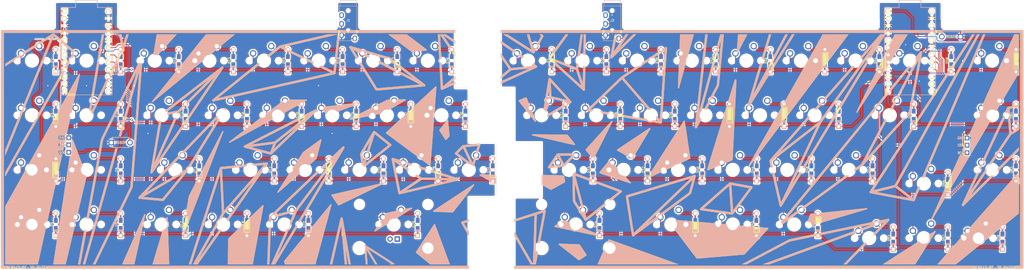
<source format=kicad_pcb>
(kicad_pcb (version 20171130) (host pcbnew "(5.1.4)-1")
  (layers (0 F.Cu signal) (31 B.Cu signal) (34 B.Paste user) (35 F.Paste user) (36 B.SilkS user) (37 F.SilkS user) (38 B.Mask user) (39 F.Mask user) (44 Edge.Cuts user))
  (net 0 "")
  (net 1 "Net-(D2-Pad2)")
  (net 2 ROW0)
  (net 3 "Net-(D3-Pad2)")
  (net 4 ROW1)
  (net 5 "Net-(D4-Pad2)")
  (net 6 ROW2)
  (net 7 "Net-(D5-Pad2)")
  (net 8 ROW3)
  (net 9 "Net-(D6-Pad2)")
  (net 10 "Net-(D7-Pad2)")
  (net 11 "Net-(D8-Pad2)")
  (net 12 "Net-(D9-Pad2)")
  (net 13 "Net-(D10-Pad2)")
  (net 14 "Net-(D11-Pad2)")
  (net 15 "Net-(D12-Pad2)")
  (net 16 "Net-(D13-Pad2)")
  (net 17 "Net-(D14-Pad2)")
  (net 18 "Net-(D15-Pad2)")
  (net 19 "Net-(D16-Pad2)")
  (net 20 "Net-(D17-Pad2)")
  (net 21 "Net-(D18-Pad2)")
  (net 22 "Net-(D19-Pad2)")
  (net 23 "Net-(D20-Pad2)")
  (net 24 "Net-(D21-Pad2)")
  (net 25 "Net-(D22-Pad2)")
  (net 26 "Net-(D23-Pad2)")
  (net 27 "Net-(D24-Pad2)")
  (net 28 "Net-(D25-Pad2)")
  (net 29 "Net-(D26-Pad2)")
  (net 30 "Net-(D27-Pad2)")
  (net 31 "Net-(D28-Pad2)")
  (net 32 "Net-(D29-Pad2)")
  (net 33 "Net-(D30-Pad2)")
  (net 34 "Net-(D31-Pad2)")
  (net 35 LED)
  (net 36 GND)
  (net 37 COL4)
  (net 38 COL5)
  (net 39 COL8)
  (net 40 COL6)
  (net 41 COL2)
  (net 42 COL7)
  (net 43 COL0)
  (net 44 COL1)
  (net 45 COL3)
  (net 46 RESET)
  (net 47 "Net-(U1-Pad24)")
  (net 48 VCC)
  (net 49 "Net-(U1-Pad7)")
  (net 50 SDA)
  (net 51 SCL)
  (net 52 DATA)
  (net 53 "Net-(J1-Pad4)")
  (net 54 "Net-(D1-Pad2)")
  (net 55 ROW_R_0)
  (net 56 ROW_R_1)
  (net 57 "Net-(D32-Pad2)")
  (net 58 ROW_R_2)
  (net 59 "Net-(D33-Pad2)")
  (net 60 ROW_R_3)
  (net 61 "Net-(D34-Pad2)")
  (net 62 "Net-(D35-Pad2)")
  (net 63 "Net-(D36-Pad2)")
  (net 64 "Net-(D37-Pad2)")
  (net 65 "Net-(D38-Pad2)")
  (net 66 "Net-(D39-Pad2)")
  (net 67 "Net-(D40-Pad2)")
  (net 68 "Net-(D41-Pad2)")
  (net 69 "Net-(D42-Pad2)")
  (net 70 "Net-(D43-Pad2)")
  (net 71 "Net-(D44-Pad2)")
  (net 72 "Net-(D45-Pad2)")
  (net 73 "Net-(D46-Pad2)")
  (net 74 "Net-(D47-Pad2)")
  (net 75 "Net-(D48-Pad2)")
  (net 76 "Net-(D49-Pad2)")
  (net 77 "Net-(D50-Pad2)")
  (net 78 "Net-(D51-Pad2)")
  (net 79 "Net-(D52-Pad2)")
  (net 80 "Net-(D53-Pad2)")
  (net 81 "Net-(D54-Pad2)")
  (net 82 "Net-(D55-Pad2)")
  (net 83 "Net-(D56-Pad2)")
  (net 84 "Net-(D57-Pad2)")
  (net 85 "Net-(D58-Pad2)")
  (net 86 "Net-(D59-Pad2)")
  (net 87 "Net-(D60-Pad2)")
  (net 88 "Net-(D61-Pad2)")
  (net 89 "Net-(D62-Pad2)")
  (net 90 "Net-(J3-Pad4)")
  (net 91 DATA_R)
  (net 92 LED_R)
  (net 93 COL14)
  (net 94 COL13)
  (net 95 COL11)
  (net 96 COL12)
  (net 97 COL16)
  (net 98 COL15)
  (net 99 COL9)
  (net 100 COL10)
  (net 101 COL17)
  (net 102 RESET_R)
  (net 103 "Net-(U2-Pad24)")
  (net 104 "Net-(U2-Pad7)")
  (net 105 SDA_R)
  (net 106 SCL_R)
  (module Keebio-Parts:Diode-dual (layer F.Cu) (at 55.1815 123.825 270)
    (fp_text reference D22 (at -0.0254 1.4 90) (layer F.SilkS) (effects (font (size 0.8 0.8))))
    (fp_text value D_Small hide)
    (pad 1 smd rect (at 2.5 0 270) (size 2.9 0.5) (layers F.Cu) (net 8 ROW3))
    (pad 2 smd rect (at -2.5 0 270) (size 2.9 0.5) (layers F.Cu) (net 25 "Net-(D22-Pad2)"))
    (pad 1 thru_hole rect (at 3.9 0 270) (size 1.6 1.6) (drill 1) (layers *.Cu *.SilkS *.Mask) (net 8 ROW3))
    (pad 2 thru_hole circle (at -3.9 0 270) (size 1.6 1.6) (drill 1) (layers *.Cu *.SilkS *.Mask) (net 25 "Net-(D22-Pad2)"))
    (pad 2 smd rect (at -1.4 0 270) (size 1.6 1.2) (layers F.Cu F.Paste F.Mask) (net 25 "Net-(D22-Pad2)"))
    (pad 1 smd rect (at 1.4 0 270) (size 1.6 1.2) (layers F.Cu F.Paste F.Mask) (net 8 ROW3))
    (pad 1 smd rect (at 2.5 0 270) (size 2.9 0.5) (layers B.Cu) (net 8 ROW3))
    (pad 1 smd rect (at 1.4 0 270) (size 1.6 1.2) (layers B.Cu B.Paste B.Mask) (net 8 ROW3))
    (pad 2 smd rect (at -1.4 0 270) (size 1.6 1.2) (layers B.Cu B.Paste B.Mask) (net 25 "Net-(D22-Pad2)"))
    (pad 2 smd rect (at -2.5 0 270) (size 2.9 0.5) (layers B.Cu) (net 25 "Net-(D22-Pad2)"))
  )
  (module Keebio-Parts:Diode-dual (layer F.Cu) (at 90.90025 85.725 270)
    (fp_text reference D27 (at -0.0254 1.4 90) (layer F.SilkS) (effects (font (size 0.8 0.8))))
    (fp_text value D_Small hide)
    (pad 1 smd rect (at 2.5 0 270) (size 2.9 0.5) (layers F.Cu) (net 4 ROW1))
    (pad 2 smd rect (at -2.5 0 270) (size 2.9 0.5) (layers F.Cu) (net 30 "Net-(D27-Pad2)"))
    (pad 1 thru_hole rect (at 3.9 0 270) (size 1.6 1.6) (drill 1) (layers *.Cu *.SilkS *.Mask) (net 4 ROW1))
    (pad 2 thru_hole circle (at -3.9 0 270) (size 1.6 1.6) (drill 1) (layers *.Cu *.SilkS *.Mask) (net 30 "Net-(D27-Pad2)"))
    (pad 2 smd rect (at -1.4 0 270) (size 1.6 1.2) (layers F.Cu F.Paste F.Mask) (net 30 "Net-(D27-Pad2)"))
    (pad 1 smd rect (at 1.4 0 270) (size 1.6 1.2) (layers F.Cu F.Paste F.Mask) (net 4 ROW1))
    (pad 1 smd rect (at 2.5 0 270) (size 2.9 0.5) (layers B.Cu) (net 4 ROW1))
    (pad 1 smd rect (at 1.4 0 270) (size 1.6 1.2) (layers B.Cu B.Paste B.Mask) (net 4 ROW1))
    (pad 2 smd rect (at -1.4 0 270) (size 1.6 1.2) (layers B.Cu B.Paste B.Mask) (net 30 "Net-(D27-Pad2)"))
    (pad 2 smd rect (at -2.5 0 270) (size 2.9 0.5) (layers B.Cu) (net 30 "Net-(D27-Pad2)"))
  )
  (module promicro:ProMicro (layer F.Cu) (at -22.225 63.373 270)
    (fp_text reference U1 hide)
    (fp_text value ProMicro)
    (pad 24 thru_hole circle (at -13.97 -7.62 270) (size 1.6 1.6) (drill 1.1) (layers *.Cu *.Mask F.SilkS) (net 47 "Net-(U1-Pad24)"))
    (pad 23 thru_hole circle (at -11.43 -7.62 270) (size 1.6 1.6) (drill 1.1) (layers *.Cu *.Mask F.SilkS) (net 36 GND))
    (pad 22 thru_hole circle (at -8.89 -7.62 270) (size 1.6 1.6) (drill 1.1) (layers *.Cu *.Mask F.SilkS) (net 46 RESET))
    (pad 21 thru_hole circle (at -6.35 -7.62 270) (size 1.6 1.6) (drill 1.1) (layers *.Cu *.Mask F.SilkS) (net 48 VCC))
    (pad 20 thru_hole circle (at -3.81 -7.62 270) (size 1.6 1.6) (drill 1.1) (layers *.Cu *.Mask F.SilkS) (net 44 COL1))
    (pad 19 thru_hole circle (at -1.27 -7.62 270) (size 1.6 1.6) (drill 1.1) (layers *.Cu *.Mask F.SilkS) (net 41 COL2))
    (pad 18 thru_hole circle (at 1.27 -7.62 270) (size 1.6 1.6) (drill 1.1) (layers *.Cu *.Mask F.SilkS) (net 45 COL3))
    (pad 17 thru_hole circle (at 3.81 -7.62 270) (size 1.6 1.6) (drill 1.1) (layers *.Cu *.Mask F.SilkS) (net 37 COL4))
    (pad 16 thru_hole circle (at 6.35 -7.62 270) (size 1.6 1.6) (drill 1.1) (layers *.Cu *.Mask F.SilkS) (net 38 COL5))
    (pad 15 thru_hole circle (at 8.89 -7.62 270) (size 1.6 1.6) (drill 1.1) (layers *.Cu *.Mask F.SilkS) (net 40 COL6))
    (pad 14 thru_hole circle (at 11.43 -7.62 270) (size 1.6 1.6) (drill 1.1) (layers *.Cu *.Mask F.SilkS) (net 42 COL7))
    (pad 13 thru_hole circle (at 13.97 -7.62 270) (size 1.6 1.6) (drill 1.1) (layers *.Cu *.Mask F.SilkS) (net 39 COL8))
    (pad 12 thru_hole circle (at 13.97 7.62 270) (size 1.6 1.6) (drill 1.1) (layers *.Cu *.Mask F.SilkS) (net 8 ROW3))
    (pad 11 thru_hole circle (at 11.43 7.62 270) (size 1.6 1.6) (drill 1.1) (layers *.Cu *.Mask F.SilkS) (net 6 ROW2))
    (pad 10 thru_hole circle (at 8.89 7.62 270) (size 1.6 1.6) (drill 1.1) (layers *.Cu *.Mask F.SilkS) (net 4 ROW1))
    (pad 9 thru_hole circle (at 6.35 7.62 270) (size 1.6 1.6) (drill 1.1) (layers *.Cu *.Mask F.SilkS) (net 2 ROW0))
    (pad 8 thru_hole circle (at 3.81 7.62 270) (size 1.6 1.6) (drill 1.1) (layers *.Cu *.Mask F.SilkS) (net 43 COL0))
    (pad 7 thru_hole circle (at 1.27 7.62 270) (size 1.6 1.6) (drill 1.1) (layers *.Cu *.Mask F.SilkS) (net 49 "Net-(U1-Pad7)"))
    (pad 6 thru_hole circle (at -1.27 7.62 270) (size 1.6 1.6) (drill 1.1) (layers *.Cu *.Mask F.SilkS) (net 50 SDA))
    (pad 5 thru_hole circle (at -3.81 7.62 270) (size 1.6 1.6) (drill 1.1) (layers *.Cu *.Mask F.SilkS) (net 51 SCL))
    (pad 4 thru_hole circle (at -6.35 7.62 270) (size 1.6 1.6) (drill 1.1) (layers *.Cu *.Mask F.SilkS) (net 36 GND))
    (pad 3 thru_hole circle (at -8.89 7.62 270) (size 1.6 1.6) (drill 1.1) (layers *.Cu *.Mask F.SilkS) (net 36 GND))
    (pad 2 thru_hole circle (at -11.43 7.62 270) (size 1.6 1.6) (drill 1.1) (layers *.Cu *.Mask F.SilkS) (net 52 DATA))
    (pad 1 thru_hole rect (at -13.97 7.62 270) (size 1.6 1.6) (drill 1.1) (layers *.Cu *.Mask F.SilkS) (net 35 LED))
  )
  (module Keebio-Parts:Diode-dual (layer F.Cu) (at 71.85025 85.725 270)
    (fp_text reference D24 (at -0.0254 1.4 90) (layer F.SilkS) (effects (font (size 0.8 0.8))))
    (fp_text value D_Small hide)
    (pad 1 smd rect (at 2.5 0 270) (size 2.9 0.5) (layers F.Cu) (net 4 ROW1))
    (pad 2 smd rect (at -2.5 0 270) (size 2.9 0.5) (layers F.Cu) (net 27 "Net-(D24-Pad2)"))
    (pad 1 thru_hole rect (at 3.9 0 270) (size 1.6 1.6) (drill 1) (layers *.Cu *.SilkS *.Mask) (net 4 ROW1))
    (pad 2 thru_hole circle (at -3.9 0 270) (size 1.6 1.6) (drill 1) (layers *.Cu *.SilkS *.Mask) (net 27 "Net-(D24-Pad2)"))
    (pad 2 smd rect (at -1.4 0 270) (size 1.6 1.2) (layers F.Cu F.Paste F.Mask) (net 27 "Net-(D24-Pad2)"))
    (pad 1 smd rect (at 1.4 0 270) (size 1.6 1.2) (layers F.Cu F.Paste F.Mask) (net 4 ROW1))
    (pad 1 smd rect (at 2.5 0 270) (size 2.9 0.5) (layers B.Cu) (net 4 ROW1))
    (pad 1 smd rect (at 1.4 0 270) (size 1.6 1.2) (layers B.Cu B.Paste B.Mask) (net 4 ROW1))
    (pad 2 smd rect (at -1.4 0 270) (size 1.6 1.2) (layers B.Cu B.Paste B.Mask) (net 27 "Net-(D24-Pad2)"))
    (pad 2 smd rect (at -2.5 0 270) (size 2.9 0.5) (layers B.Cu) (net 27 "Net-(D24-Pad2)"))
  )
  (module Keebio-Parts:Diode-dual (layer F.Cu) (at 52.80025 85.725 270)
    (fp_text reference D20 (at -0.0254 1.4 90) (layer F.SilkS) (effects (font (size 0.8 0.8))))
    (fp_text value D_Small hide)
    (pad 1 smd rect (at 2.5 0 270) (size 2.9 0.5) (layers F.Cu) (net 4 ROW1))
    (pad 2 smd rect (at -2.5 0 270) (size 2.9 0.5) (layers F.Cu) (net 23 "Net-(D20-Pad2)"))
    (pad 1 thru_hole rect (at 3.9 0 270) (size 1.6 1.6) (drill 1) (layers *.Cu *.SilkS *.Mask) (net 4 ROW1))
    (pad 2 thru_hole circle (at -3.9 0 270) (size 1.6 1.6) (drill 1) (layers *.Cu *.SilkS *.Mask) (net 23 "Net-(D20-Pad2)"))
    (pad 2 smd rect (at -1.4 0 270) (size 1.6 1.2) (layers F.Cu F.Paste F.Mask) (net 23 "Net-(D20-Pad2)"))
    (pad 1 smd rect (at 1.4 0 270) (size 1.6 1.2) (layers F.Cu F.Paste F.Mask) (net 4 ROW1))
    (pad 1 smd rect (at 2.5 0 270) (size 2.9 0.5) (layers B.Cu) (net 4 ROW1))
    (pad 1 smd rect (at 1.4 0 270) (size 1.6 1.2) (layers B.Cu B.Paste B.Mask) (net 4 ROW1))
    (pad 2 smd rect (at -1.4 0 270) (size 1.6 1.2) (layers B.Cu B.Paste B.Mask) (net 23 "Net-(D20-Pad2)"))
    (pad 2 smd rect (at -2.5 0 270) (size 2.9 0.5) (layers B.Cu) (net 23 "Net-(D20-Pad2)"))
  )
  (module Keebio-Parts:Diode-dual (layer F.Cu) (at 67.08775 66.675 270)
    (fp_text reference D19 (at -0.0254 1.4 90) (layer F.SilkS) (effects (font (size 0.8 0.8))))
    (fp_text value D_Small hide)
    (pad 1 smd rect (at 2.5 0 270) (size 2.9 0.5) (layers F.Cu) (net 2 ROW0))
    (pad 2 smd rect (at -2.5 0 270) (size 2.9 0.5) (layers F.Cu) (net 22 "Net-(D19-Pad2)"))
    (pad 1 thru_hole rect (at 3.9 0 270) (size 1.6 1.6) (drill 1) (layers *.Cu *.SilkS *.Mask) (net 2 ROW0))
    (pad 2 thru_hole circle (at -3.9 0 270) (size 1.6 1.6) (drill 1) (layers *.Cu *.SilkS *.Mask) (net 22 "Net-(D19-Pad2)"))
    (pad 2 smd rect (at -1.4 0 270) (size 1.6 1.2) (layers F.Cu F.Paste F.Mask) (net 22 "Net-(D19-Pad2)"))
    (pad 1 smd rect (at 1.4 0 270) (size 1.6 1.2) (layers F.Cu F.Paste F.Mask) (net 2 ROW0))
    (pad 1 smd rect (at 2.5 0 270) (size 2.9 0.5) (layers B.Cu) (net 2 ROW0))
    (pad 1 smd rect (at 1.4 0 270) (size 1.6 1.2) (layers B.Cu B.Paste B.Mask) (net 2 ROW0))
    (pad 2 smd rect (at -1.4 0 270) (size 1.6 1.2) (layers B.Cu B.Paste B.Mask) (net 22 "Net-(D19-Pad2)"))
    (pad 2 smd rect (at -2.5 0 270) (size 2.9 0.5) (layers B.Cu) (net 22 "Net-(D19-Pad2)"))
  )
  (module Keebio-Parts:Diode-dual (layer F.Cu) (at 62.32525 104.775 270)
    (fp_text reference D21 (at -0.0254 1.4 90) (layer F.SilkS) (effects (font (size 0.8 0.8))))
    (fp_text value D_Small hide)
    (pad 1 smd rect (at 2.5 0 270) (size 2.9 0.5) (layers F.Cu) (net 6 ROW2))
    (pad 2 smd rect (at -2.5 0 270) (size 2.9 0.5) (layers F.Cu) (net 24 "Net-(D21-Pad2)"))
    (pad 1 thru_hole rect (at 3.9 0 270) (size 1.6 1.6) (drill 1) (layers *.Cu *.SilkS *.Mask) (net 6 ROW2))
    (pad 2 thru_hole circle (at -3.9 0 270) (size 1.6 1.6) (drill 1) (layers *.Cu *.SilkS *.Mask) (net 24 "Net-(D21-Pad2)"))
    (pad 2 smd rect (at -1.4 0 270) (size 1.6 1.2) (layers F.Cu F.Paste F.Mask) (net 24 "Net-(D21-Pad2)"))
    (pad 1 smd rect (at 1.4 0 270) (size 1.6 1.2) (layers F.Cu F.Paste F.Mask) (net 6 ROW2))
    (pad 1 smd rect (at 2.5 0 270) (size 2.9 0.5) (layers B.Cu) (net 6 ROW2))
    (pad 1 smd rect (at 1.4 0 270) (size 1.6 1.2) (layers B.Cu B.Paste B.Mask) (net 6 ROW2))
    (pad 2 smd rect (at -1.4 0 270) (size 1.6 1.2) (layers B.Cu B.Paste B.Mask) (net 24 "Net-(D21-Pad2)"))
    (pad 2 smd rect (at -2.5 0 270) (size 2.9 0.5) (layers B.Cu) (net 24 "Net-(D21-Pad2)"))
  )
  (module Keebio-Parts:Diode-dual (layer F.Cu) (at 105.18775 66.675 270)
    (fp_text reference D26 (at -0.0254 1.4 90) (layer F.SilkS) (effects (font (size 0.8 0.8))))
    (fp_text value D_Small hide)
    (pad 1 smd rect (at 2.5 0 270) (size 2.9 0.5) (layers F.Cu) (net 2 ROW0))
    (pad 2 smd rect (at -2.5 0 270) (size 2.9 0.5) (layers F.Cu) (net 29 "Net-(D26-Pad2)"))
    (pad 1 thru_hole rect (at 3.9 0 270) (size 1.6 1.6) (drill 1) (layers *.Cu *.SilkS *.Mask) (net 2 ROW0))
    (pad 2 thru_hole circle (at -3.9 0 270) (size 1.6 1.6) (drill 1) (layers *.Cu *.SilkS *.Mask) (net 29 "Net-(D26-Pad2)"))
    (pad 2 smd rect (at -1.4 0 270) (size 1.6 1.2) (layers F.Cu F.Paste F.Mask) (net 29 "Net-(D26-Pad2)"))
    (pad 1 smd rect (at 1.4 0 270) (size 1.6 1.2) (layers F.Cu F.Paste F.Mask) (net 2 ROW0))
    (pad 1 smd rect (at 2.5 0 270) (size 2.9 0.5) (layers B.Cu) (net 2 ROW0))
    (pad 1 smd rect (at 1.4 0 270) (size 1.6 1.2) (layers B.Cu B.Paste B.Mask) (net 2 ROW0))
    (pad 2 smd rect (at -1.4 0 270) (size 1.6 1.2) (layers B.Cu B.Paste B.Mask) (net 29 "Net-(D26-Pad2)"))
    (pad 2 smd rect (at -2.5 0 270) (size 2.9 0.5) (layers B.Cu) (net 29 "Net-(D26-Pad2)"))
  )
  (module Keebio-Parts:Diode-dual (layer F.Cu) (at 86.13775 66.675 270)
    (fp_text reference D23 (at -0.0254 1.4 90) (layer F.SilkS) (effects (font (size 0.8 0.8))))
    (fp_text value D_Small hide)
    (pad 1 smd rect (at 2.5 0 270) (size 2.9 0.5) (layers F.Cu) (net 2 ROW0))
    (pad 2 smd rect (at -2.5 0 270) (size 2.9 0.5) (layers F.Cu) (net 26 "Net-(D23-Pad2)"))
    (pad 1 thru_hole rect (at 3.9 0 270) (size 1.6 1.6) (drill 1) (layers *.Cu *.SilkS *.Mask) (net 2 ROW0))
    (pad 2 thru_hole circle (at -3.9 0 270) (size 1.6 1.6) (drill 1) (layers *.Cu *.SilkS *.Mask) (net 26 "Net-(D23-Pad2)"))
    (pad 2 smd rect (at -1.4 0 270) (size 1.6 1.2) (layers F.Cu F.Paste F.Mask) (net 26 "Net-(D23-Pad2)"))
    (pad 1 smd rect (at 1.4 0 270) (size 1.6 1.2) (layers F.Cu F.Paste F.Mask) (net 2 ROW0))
    (pad 1 smd rect (at 2.5 0 270) (size 2.9 0.5) (layers B.Cu) (net 2 ROW0))
    (pad 1 smd rect (at 1.4 0 270) (size 1.6 1.2) (layers B.Cu B.Paste B.Mask) (net 2 ROW0))
    (pad 2 smd rect (at -1.4 0 270) (size 1.6 1.2) (layers B.Cu B.Paste B.Mask) (net 26 "Net-(D23-Pad2)"))
    (pad 2 smd rect (at -2.5 0 270) (size 2.9 0.5) (layers B.Cu) (net 26 "Net-(D23-Pad2)"))
  )
  (module Keebio-Parts:Diode-dual (layer F.Cu) (at 93.2815 123.825 270)
    (fp_text reference D29 (at -0.0254 1.4 90) (layer F.SilkS) (effects (font (size 0.8 0.8))))
    (fp_text value D_Small hide)
    (pad 1 smd rect (at 2.5 0 270) (size 2.9 0.5) (layers F.Cu) (net 8 ROW3))
    (pad 2 smd rect (at -2.5 0 270) (size 2.9 0.5) (layers F.Cu) (net 32 "Net-(D29-Pad2)"))
    (pad 1 thru_hole rect (at 3.9 0 270) (size 1.6 1.6) (drill 1) (layers *.Cu *.SilkS *.Mask) (net 8 ROW3))
    (pad 2 thru_hole circle (at -3.9 0 270) (size 1.6 1.6) (drill 1) (layers *.Cu *.SilkS *.Mask) (net 32 "Net-(D29-Pad2)"))
    (pad 2 smd rect (at -1.4 0 270) (size 1.6 1.2) (layers F.Cu F.Paste F.Mask) (net 32 "Net-(D29-Pad2)"))
    (pad 1 smd rect (at 1.4 0 270) (size 1.6 1.2) (layers F.Cu F.Paste F.Mask) (net 8 ROW3))
    (pad 1 smd rect (at 2.5 0 270) (size 2.9 0.5) (layers B.Cu) (net 8 ROW3))
    (pad 1 smd rect (at 1.4 0 270) (size 1.6 1.2) (layers B.Cu B.Paste B.Mask) (net 8 ROW3))
    (pad 2 smd rect (at -1.4 0 270) (size 1.6 1.2) (layers B.Cu B.Paste B.Mask) (net 32 "Net-(D29-Pad2)"))
    (pad 2 smd rect (at -2.5 0 270) (size 2.9 0.5) (layers B.Cu) (net 32 "Net-(D29-Pad2)"))
  )
  (module Keebio-Parts:Diode-dual (layer F.Cu) (at 33.75025 123.825 270)
    (fp_text reference D18 (at -0.0254 1.4 90) (layer F.SilkS) (effects (font (size 0.8 0.8))))
    (fp_text value D_Small hide)
    (pad 1 smd rect (at 2.5 0 270) (size 2.9 0.5) (layers F.Cu) (net 8 ROW3))
    (pad 2 smd rect (at -2.5 0 270) (size 2.9 0.5) (layers F.Cu) (net 21 "Net-(D18-Pad2)"))
    (pad 1 thru_hole rect (at 3.9 0 270) (size 1.6 1.6) (drill 1) (layers *.Cu *.SilkS *.Mask) (net 8 ROW3))
    (pad 2 thru_hole circle (at -3.9 0 270) (size 1.6 1.6) (drill 1) (layers *.Cu *.SilkS *.Mask) (net 21 "Net-(D18-Pad2)"))
    (pad 2 smd rect (at -1.4 0 270) (size 1.6 1.2) (layers F.Cu F.Paste F.Mask) (net 21 "Net-(D18-Pad2)"))
    (pad 1 smd rect (at 1.4 0 270) (size 1.6 1.2) (layers F.Cu F.Paste F.Mask) (net 8 ROW3))
    (pad 1 smd rect (at 2.5 0 270) (size 2.9 0.5) (layers B.Cu) (net 8 ROW3))
    (pad 1 smd rect (at 1.4 0 270) (size 1.6 1.2) (layers B.Cu B.Paste B.Mask) (net 8 ROW3))
    (pad 2 smd rect (at -1.4 0 270) (size 1.6 1.2) (layers B.Cu B.Paste B.Mask) (net 21 "Net-(D18-Pad2)"))
    (pad 2 smd rect (at -2.5 0 270) (size 2.9 0.5) (layers B.Cu) (net 21 "Net-(D18-Pad2)"))
  )
  (module Keebio-Parts:Diode-dual (layer F.Cu) (at 81.37525 104.775 270)
    (fp_text reference D25 (at -0.0254 1.4 90) (layer F.SilkS) (effects (font (size 0.8 0.8))))
    (fp_text value D_Small hide)
    (pad 1 smd rect (at 2.5 0 270) (size 2.9 0.5) (layers F.Cu) (net 6 ROW2))
    (pad 2 smd rect (at -2.5 0 270) (size 2.9 0.5) (layers F.Cu) (net 28 "Net-(D25-Pad2)"))
    (pad 1 thru_hole rect (at 3.9 0 270) (size 1.6 1.6) (drill 1) (layers *.Cu *.SilkS *.Mask) (net 6 ROW2))
    (pad 2 thru_hole circle (at -3.9 0 270) (size 1.6 1.6) (drill 1) (layers *.Cu *.SilkS *.Mask) (net 28 "Net-(D25-Pad2)"))
    (pad 2 smd rect (at -1.4 0 270) (size 1.6 1.2) (layers F.Cu F.Paste F.Mask) (net 28 "Net-(D25-Pad2)"))
    (pad 1 smd rect (at 1.4 0 270) (size 1.6 1.2) (layers F.Cu F.Paste F.Mask) (net 6 ROW2))
    (pad 1 smd rect (at 2.5 0 270) (size 2.9 0.5) (layers B.Cu) (net 6 ROW2))
    (pad 1 smd rect (at 1.4 0 270) (size 1.6 1.2) (layers B.Cu B.Paste B.Mask) (net 6 ROW2))
    (pad 2 smd rect (at -1.4 0 270) (size 1.6 1.2) (layers B.Cu B.Paste B.Mask) (net 28 "Net-(D25-Pad2)"))
    (pad 2 smd rect (at -2.5 0 270) (size 2.9 0.5) (layers B.Cu) (net 28 "Net-(D25-Pad2)"))
  )
  (module Keebio-Parts:Diode-dual (layer F.Cu) (at -10.31875 85.725 270)
    (fp_text reference D7 (at -0.0254 1.4 90) (layer F.SilkS) (effects (font (size 0.8 0.8))))
    (fp_text value D_Small hide)
    (pad 1 smd rect (at 2.5 0 270) (size 2.9 0.5) (layers F.Cu) (net 4 ROW1))
    (pad 2 smd rect (at -2.5 0 270) (size 2.9 0.5) (layers F.Cu) (net 10 "Net-(D7-Pad2)"))
    (pad 1 thru_hole rect (at 3.9 0 270) (size 1.6 1.6) (drill 1) (layers *.Cu *.SilkS *.Mask) (net 4 ROW1))
    (pad 2 thru_hole circle (at -3.9 0 270) (size 1.6 1.6) (drill 1) (layers *.Cu *.SilkS *.Mask) (net 10 "Net-(D7-Pad2)"))
    (pad 2 smd rect (at -1.4 0 270) (size 1.6 1.2) (layers F.Cu F.Paste F.Mask) (net 10 "Net-(D7-Pad2)"))
    (pad 1 smd rect (at 1.4 0 270) (size 1.6 1.2) (layers F.Cu F.Paste F.Mask) (net 4 ROW1))
    (pad 1 smd rect (at 2.5 0 270) (size 2.9 0.5) (layers B.Cu) (net 4 ROW1))
    (pad 1 smd rect (at 1.4 0 270) (size 1.6 1.2) (layers B.Cu B.Paste B.Mask) (net 4 ROW1))
    (pad 2 smd rect (at -1.4 0 270) (size 1.6 1.2) (layers B.Cu B.Paste B.Mask) (net 10 "Net-(D7-Pad2)"))
    (pad 2 smd rect (at -2.5 0 270) (size 2.9 0.5) (layers B.Cu) (net 10 "Net-(D7-Pad2)"))
  )
  (module Keebio-Parts:Diode-dual (layer F.Cu) (at -10.31875 66.675 270)
    (fp_text reference D6 (at -0.0254 1.4 90) (layer F.SilkS) (effects (font (size 0.8 0.8))))
    (fp_text value D_Small hide)
    (pad 1 smd rect (at 2.5 0 270) (size 2.9 0.5) (layers F.Cu) (net 2 ROW0))
    (pad 2 smd rect (at -2.5 0 270) (size 2.9 0.5) (layers F.Cu) (net 9 "Net-(D6-Pad2)"))
    (pad 1 thru_hole rect (at 3.9 0 270) (size 1.6 1.6) (drill 1) (layers *.Cu *.SilkS *.Mask) (net 2 ROW0))
    (pad 2 thru_hole circle (at -3.9 0 270) (size 1.6 1.6) (drill 1) (layers *.Cu *.SilkS *.Mask) (net 9 "Net-(D6-Pad2)"))
    (pad 2 smd rect (at -1.4 0 270) (size 1.6 1.2) (layers F.Cu F.Paste F.Mask) (net 9 "Net-(D6-Pad2)"))
    (pad 1 smd rect (at 1.4 0 270) (size 1.6 1.2) (layers F.Cu F.Paste F.Mask) (net 2 ROW0))
    (pad 1 smd rect (at 2.5 0 270) (size 2.9 0.5) (layers B.Cu) (net 2 ROW0))
    (pad 1 smd rect (at 1.4 0 270) (size 1.6 1.2) (layers B.Cu B.Paste B.Mask) (net 2 ROW0))
    (pad 2 smd rect (at -1.4 0 270) (size 1.6 1.2) (layers B.Cu B.Paste B.Mask) (net 9 "Net-(D6-Pad2)"))
    (pad 2 smd rect (at -2.5 0 270) (size 2.9 0.5) (layers B.Cu) (net 9 "Net-(D6-Pad2)"))
  )
  (module Keebio-Parts:Diode-dual (layer F.Cu) (at -32.92475 123.825 270)
    (fp_text reference D5 (at -0.0254 1.4 90) (layer F.SilkS) (effects (font (size 0.8 0.8))))
    (fp_text value D_Small hide)
    (pad 1 smd rect (at 2.5 0 270) (size 2.9 0.5) (layers F.Cu) (net 8 ROW3))
    (pad 2 smd rect (at -2.5 0 270) (size 2.9 0.5) (layers F.Cu) (net 7 "Net-(D5-Pad2)"))
    (pad 1 thru_hole rect (at 3.9 0 270) (size 1.6 1.6) (drill 1) (layers *.Cu *.SilkS *.Mask) (net 8 ROW3))
    (pad 2 thru_hole circle (at -3.9 0 270) (size 1.6 1.6) (drill 1) (layers *.Cu *.SilkS *.Mask) (net 7 "Net-(D5-Pad2)"))
    (pad 2 smd rect (at -1.4 0 270) (size 1.6 1.2) (layers F.Cu F.Paste F.Mask) (net 7 "Net-(D5-Pad2)"))
    (pad 1 smd rect (at 1.4 0 270) (size 1.6 1.2) (layers F.Cu F.Paste F.Mask) (net 8 ROW3))
    (pad 1 smd rect (at 2.5 0 270) (size 2.9 0.5) (layers B.Cu) (net 8 ROW3))
    (pad 1 smd rect (at 1.4 0 270) (size 1.6 1.2) (layers B.Cu B.Paste B.Mask) (net 8 ROW3))
    (pad 2 smd rect (at -1.4 0 270) (size 1.6 1.2) (layers B.Cu B.Paste B.Mask) (net 7 "Net-(D5-Pad2)"))
    (pad 2 smd rect (at -2.5 0 270) (size 2.9 0.5) (layers B.Cu) (net 7 "Net-(D5-Pad2)"))
  )
  (module Keebio-Parts:Diode-dual (layer F.Cu) (at 28.98775 66.675 270)
    (fp_text reference D13 (at -0.0254 1.4 90) (layer F.SilkS) (effects (font (size 0.8 0.8))))
    (fp_text value D_Small hide)
    (pad 1 smd rect (at 2.5 0 270) (size 2.9 0.5) (layers F.Cu) (net 2 ROW0))
    (pad 2 smd rect (at -2.5 0 270) (size 2.9 0.5) (layers F.Cu) (net 16 "Net-(D13-Pad2)"))
    (pad 1 thru_hole rect (at 3.9 0 270) (size 1.6 1.6) (drill 1) (layers *.Cu *.SilkS *.Mask) (net 2 ROW0))
    (pad 2 thru_hole circle (at -3.9 0 270) (size 1.6 1.6) (drill 1) (layers *.Cu *.SilkS *.Mask) (net 16 "Net-(D13-Pad2)"))
    (pad 2 smd rect (at -1.4 0 270) (size 1.6 1.2) (layers F.Cu F.Paste F.Mask) (net 16 "Net-(D13-Pad2)"))
    (pad 1 smd rect (at 1.4 0 270) (size 1.6 1.2) (layers F.Cu F.Paste F.Mask) (net 2 ROW0))
    (pad 1 smd rect (at 2.5 0 270) (size 2.9 0.5) (layers B.Cu) (net 2 ROW0))
    (pad 1 smd rect (at 1.4 0 270) (size 1.6 1.2) (layers B.Cu B.Paste B.Mask) (net 2 ROW0))
    (pad 2 smd rect (at -1.4 0 270) (size 1.6 1.2) (layers B.Cu B.Paste B.Mask) (net 16 "Net-(D13-Pad2)"))
    (pad 2 smd rect (at -2.5 0 270) (size 2.9 0.5) (layers B.Cu) (net 16 "Net-(D13-Pad2)"))
  )
  (module Keebio-Parts:Diode-dual (layer F.Cu) (at -32.92475 66.675 270)
    (fp_text reference D2 (at -0.0254 1.4 90) (layer F.SilkS) (effects (font (size 0.8 0.8))))
    (fp_text value D_Small hide)
    (pad 1 smd rect (at 2.5 0 270) (size 2.9 0.5) (layers F.Cu) (net 2 ROW0))
    (pad 2 smd rect (at -2.5 0 270) (size 2.9 0.5) (layers F.Cu) (net 1 "Net-(D2-Pad2)"))
    (pad 1 thru_hole rect (at 3.9 0 270) (size 1.6 1.6) (drill 1) (layers *.Cu *.SilkS *.Mask) (net 2 ROW0))
    (pad 2 thru_hole circle (at -3.9 0 270) (size 1.6 1.6) (drill 1) (layers *.Cu *.SilkS *.Mask) (net 1 "Net-(D2-Pad2)"))
    (pad 2 smd rect (at -1.4 0 270) (size 1.6 1.2) (layers F.Cu F.Paste F.Mask) (net 1 "Net-(D2-Pad2)"))
    (pad 1 smd rect (at 1.4 0 270) (size 1.6 1.2) (layers F.Cu F.Paste F.Mask) (net 2 ROW0))
    (pad 1 smd rect (at 2.5 0 270) (size 2.9 0.5) (layers B.Cu) (net 2 ROW0))
    (pad 1 smd rect (at 1.4 0 270) (size 1.6 1.2) (layers B.Cu B.Paste B.Mask) (net 2 ROW0))
    (pad 2 smd rect (at -1.4 0 270) (size 1.6 1.2) (layers B.Cu B.Paste B.Mask) (net 1 "Net-(D2-Pad2)"))
    (pad 2 smd rect (at -2.5 0 270) (size 2.9 0.5) (layers B.Cu) (net 1 "Net-(D2-Pad2)"))
  )
  (module Keebio-Parts:Diode-dual (layer F.Cu) (at -10.31875 104.775 270)
    (fp_text reference D8 (at -0.0254 1.4 90) (layer F.SilkS) (effects (font (size 0.8 0.8))))
    (fp_text value D_Small hide)
    (pad 1 smd rect (at 2.5 0 270) (size 2.9 0.5) (layers F.Cu) (net 6 ROW2))
    (pad 2 smd rect (at -2.5 0 270) (size 2.9 0.5) (layers F.Cu) (net 11 "Net-(D8-Pad2)"))
    (pad 1 thru_hole rect (at 3.9 0 270) (size 1.6 1.6) (drill 1) (layers *.Cu *.SilkS *.Mask) (net 6 ROW2))
    (pad 2 thru_hole circle (at -3.9 0 270) (size 1.6 1.6) (drill 1) (layers *.Cu *.SilkS *.Mask) (net 11 "Net-(D8-Pad2)"))
    (pad 2 smd rect (at -1.4 0 270) (size 1.6 1.2) (layers F.Cu F.Paste F.Mask) (net 11 "Net-(D8-Pad2)"))
    (pad 1 smd rect (at 1.4 0 270) (size 1.6 1.2) (layers F.Cu F.Paste F.Mask) (net 6 ROW2))
    (pad 1 smd rect (at 2.5 0 270) (size 2.9 0.5) (layers B.Cu) (net 6 ROW2))
    (pad 1 smd rect (at 1.4 0 270) (size 1.6 1.2) (layers B.Cu B.Paste B.Mask) (net 6 ROW2))
    (pad 2 smd rect (at -1.4 0 270) (size 1.6 1.2) (layers B.Cu B.Paste B.Mask) (net 11 "Net-(D8-Pad2)"))
    (pad 2 smd rect (at -2.5 0 270) (size 2.9 0.5) (layers B.Cu) (net 11 "Net-(D8-Pad2)"))
  )
  (module Keebio-Parts:Diode-dual (layer F.Cu) (at 100.42525 104.775 270)
    (fp_text reference D28 (at -0.0254 1.4 90) (layer F.SilkS) (effects (font (size 0.8 0.8))))
    (fp_text value D_Small hide)
    (pad 1 smd rect (at 2.5 0 270) (size 2.9 0.5) (layers F.Cu) (net 6 ROW2))
    (pad 2 smd rect (at -2.5 0 270) (size 2.9 0.5) (layers F.Cu) (net 31 "Net-(D28-Pad2)"))
    (pad 1 thru_hole rect (at 3.9 0 270) (size 1.6 1.6) (drill 1) (layers *.Cu *.SilkS *.Mask) (net 6 ROW2))
    (pad 2 thru_hole circle (at -3.9 0 270) (size 1.6 1.6) (drill 1) (layers *.Cu *.SilkS *.Mask) (net 31 "Net-(D28-Pad2)"))
    (pad 2 smd rect (at -1.4 0 270) (size 1.6 1.2) (layers F.Cu F.Paste F.Mask) (net 31 "Net-(D28-Pad2)"))
    (pad 1 smd rect (at 1.4 0 270) (size 1.6 1.2) (layers F.Cu F.Paste F.Mask) (net 6 ROW2))
    (pad 1 smd rect (at 2.5 0 270) (size 2.9 0.5) (layers B.Cu) (net 6 ROW2))
    (pad 1 smd rect (at 1.4 0 270) (size 1.6 1.2) (layers B.Cu B.Paste B.Mask) (net 6 ROW2))
    (pad 2 smd rect (at -1.4 0 270) (size 1.6 1.2) (layers B.Cu B.Paste B.Mask) (net 31 "Net-(D28-Pad2)"))
    (pad 2 smd rect (at -2.5 0 270) (size 2.9 0.5) (layers B.Cu) (net 31 "Net-(D28-Pad2)"))
  )
  (module Keebio-Parts:Diode-dual (layer F.Cu) (at 12.319 123.825 270)
    (fp_text reference D12 (at -0.0254 1.4 90) (layer F.SilkS) (effects (font (size 0.8 0.8))))
    (fp_text value D_Small hide)
    (pad 1 smd rect (at 2.5 0 270) (size 2.9 0.5) (layers F.Cu) (net 8 ROW3))
    (pad 2 smd rect (at -2.5 0 270) (size 2.9 0.5) (layers F.Cu) (net 15 "Net-(D12-Pad2)"))
    (pad 1 thru_hole rect (at 3.9 0 270) (size 1.6 1.6) (drill 1) (layers *.Cu *.SilkS *.Mask) (net 8 ROW3))
    (pad 2 thru_hole circle (at -3.9 0 270) (size 1.6 1.6) (drill 1) (layers *.Cu *.SilkS *.Mask) (net 15 "Net-(D12-Pad2)"))
    (pad 2 smd rect (at -1.4 0 270) (size 1.6 1.2) (layers F.Cu F.Paste F.Mask) (net 15 "Net-(D12-Pad2)"))
    (pad 1 smd rect (at 1.4 0 270) (size 1.6 1.2) (layers F.Cu F.Paste F.Mask) (net 8 ROW3))
    (pad 1 smd rect (at 2.5 0 270) (size 2.9 0.5) (layers B.Cu) (net 8 ROW3))
    (pad 1 smd rect (at 1.4 0 270) (size 1.6 1.2) (layers B.Cu B.Paste B.Mask) (net 8 ROW3))
    (pad 2 smd rect (at -1.4 0 270) (size 1.6 1.2) (layers B.Cu B.Paste B.Mask) (net 15 "Net-(D12-Pad2)"))
    (pad 2 smd rect (at -2.5 0 270) (size 2.9 0.5) (layers B.Cu) (net 15 "Net-(D12-Pad2)"))
  )
  (module Keebio-Parts:Diode-dual (layer F.Cu) (at -10.31875 123.825 270)
    (fp_text reference D9 (at -0.0254 1.4 90) (layer F.SilkS) (effects (font (size 0.8 0.8))))
    (fp_text value D_Small hide)
    (pad 1 smd rect (at 2.5 0 270) (size 2.9 0.5) (layers F.Cu) (net 8 ROW3))
    (pad 2 smd rect (at -2.5 0 270) (size 2.9 0.5) (layers F.Cu) (net 12 "Net-(D9-Pad2)"))
    (pad 1 thru_hole rect (at 3.9 0 270) (size 1.6 1.6) (drill 1) (layers *.Cu *.SilkS *.Mask) (net 8 ROW3))
    (pad 2 thru_hole circle (at -3.9 0 270) (size 1.6 1.6) (drill 1) (layers *.Cu *.SilkS *.Mask) (net 12 "Net-(D9-Pad2)"))
    (pad 2 smd rect (at -1.4 0 270) (size 1.6 1.2) (layers F.Cu F.Paste F.Mask) (net 12 "Net-(D9-Pad2)"))
    (pad 1 smd rect (at 1.4 0 270) (size 1.6 1.2) (layers F.Cu F.Paste F.Mask) (net 8 ROW3))
    (pad 1 smd rect (at 2.5 0 270) (size 2.9 0.5) (layers B.Cu) (net 8 ROW3))
    (pad 1 smd rect (at 1.4 0 270) (size 1.6 1.2) (layers B.Cu B.Paste B.Mask) (net 8 ROW3))
    (pad 2 smd rect (at -1.4 0 270) (size 1.6 1.2) (layers B.Cu B.Paste B.Mask) (net 12 "Net-(D9-Pad2)"))
    (pad 2 smd rect (at -2.5 0 270) (size 2.9 0.5) (layers B.Cu) (net 12 "Net-(D9-Pad2)"))
  )
  (module Keebio-Parts:Diode-dual (layer F.Cu) (at 12.319 85.725 270)
    (fp_text reference D11 (at -0.0254 1.4 90) (layer F.SilkS) (effects (font (size 0.8 0.8))))
    (fp_text value D_Small hide)
    (pad 1 smd rect (at 2.5 0 270) (size 2.9 0.5) (layers F.Cu) (net 4 ROW1))
    (pad 2 smd rect (at -2.5 0 270) (size 2.9 0.5) (layers F.Cu) (net 14 "Net-(D11-Pad2)"))
    (pad 1 thru_hole rect (at 3.9 0 270) (size 1.6 1.6) (drill 1) (layers *.Cu *.SilkS *.Mask) (net 4 ROW1))
    (pad 2 thru_hole circle (at -3.9 0 270) (size 1.6 1.6) (drill 1) (layers *.Cu *.SilkS *.Mask) (net 14 "Net-(D11-Pad2)"))
    (pad 2 smd rect (at -1.4 0 270) (size 1.6 1.2) (layers F.Cu F.Paste F.Mask) (net 14 "Net-(D11-Pad2)"))
    (pad 1 smd rect (at 1.4 0 270) (size 1.6 1.2) (layers F.Cu F.Paste F.Mask) (net 4 ROW1))
    (pad 1 smd rect (at 2.5 0 270) (size 2.9 0.5) (layers B.Cu) (net 4 ROW1))
    (pad 1 smd rect (at 1.4 0 270) (size 1.6 1.2) (layers B.Cu B.Paste B.Mask) (net 4 ROW1))
    (pad 2 smd rect (at -1.4 0 270) (size 1.6 1.2) (layers B.Cu B.Paste B.Mask) (net 14 "Net-(D11-Pad2)"))
    (pad 2 smd rect (at -2.5 0 270) (size 2.9 0.5) (layers B.Cu) (net 14 "Net-(D11-Pad2)"))
  )
  (module Keebio-Parts:Diode-dual (layer F.Cu) (at 33.75025 85.725 270)
    (fp_text reference D16 (at -0.0254 1.4 90) (layer F.SilkS) (effects (font (size 0.8 0.8))))
    (fp_text value D_Small hide)
    (pad 1 smd rect (at 2.5 0 270) (size 2.9 0.5) (layers F.Cu) (net 4 ROW1))
    (pad 2 smd rect (at -2.5 0 270) (size 2.9 0.5) (layers F.Cu) (net 19 "Net-(D16-Pad2)"))
    (pad 1 thru_hole rect (at 3.9 0 270) (size 1.6 1.6) (drill 1) (layers *.Cu *.SilkS *.Mask) (net 4 ROW1))
    (pad 2 thru_hole circle (at -3.9 0 270) (size 1.6 1.6) (drill 1) (layers *.Cu *.SilkS *.Mask) (net 19 "Net-(D16-Pad2)"))
    (pad 2 smd rect (at -1.4 0 270) (size 1.6 1.2) (layers F.Cu F.Paste F.Mask) (net 19 "Net-(D16-Pad2)"))
    (pad 1 smd rect (at 1.4 0 270) (size 1.6 1.2) (layers F.Cu F.Paste F.Mask) (net 4 ROW1))
    (pad 1 smd rect (at 2.5 0 270) (size 2.9 0.5) (layers B.Cu) (net 4 ROW1))
    (pad 1 smd rect (at 1.4 0 270) (size 1.6 1.2) (layers B.Cu B.Paste B.Mask) (net 4 ROW1))
    (pad 2 smd rect (at -1.4 0 270) (size 1.6 1.2) (layers B.Cu B.Paste B.Mask) (net 19 "Net-(D16-Pad2)"))
    (pad 2 smd rect (at -2.5 0 270) (size 2.9 0.5) (layers B.Cu) (net 19 "Net-(D16-Pad2)"))
  )
  (module Keebio-Parts:TRRS-PJ-320A-BOTTOM (layer F.Cu) (at 69.05625 47.625)
    (fp_text reference J1 (at 0 5) (layer F.SilkS) (effects (font (size 0.8 0.8))))
    (fp_text value MJ-4PP-9-Lily58-cache hide)
    (pad 1 thru_hole oval (at 2.3 11.3) (size 1.6 2) (drill oval 0.9 1.3) (layers *.Cu *.Mask) (net 48 VCC))
    (pad 2 thru_hole oval (at -2.3 10.2) (size 1.6 2) (drill oval 0.9 1.3) (layers *.Cu *.Mask) (net 36 GND))
    (pad 4 thru_hole oval (at -2.3 3.2) (size 1.6 2) (drill oval 0.9 1.3) (layers *.Cu *.Mask) (net 53 "Net-(J1-Pad4)"))
    (pad "" np_thru_hole circle (at 0 8.6) (size 0.8 0.8) (drill 0.8) (layers *.Cu *.Mask))
    (pad "" np_thru_hole circle (at 0 1.6) (size 0.8 0.8) (drill 0.8) (layers *.Cu *.Mask))
    (pad 3 thru_hole oval (at -2.3 6.2) (size 1.6 2) (drill oval 0.9 1.3) (layers *.Cu *.Mask) (net 52 DATA))
  )
  (module Keebio-Parts:Diode-dual (layer F.Cu) (at 48.03775 66.675 270)
    (fp_text reference D15 (at -0.0254 1.4 90) (layer F.SilkS) (effects (font (size 0.8 0.8))))
    (fp_text value D_Small hide)
    (pad 1 smd rect (at 2.5 0 270) (size 2.9 0.5) (layers F.Cu) (net 2 ROW0))
    (pad 2 smd rect (at -2.5 0 270) (size 2.9 0.5) (layers F.Cu) (net 18 "Net-(D15-Pad2)"))
    (pad 1 thru_hole rect (at 3.9 0 270) (size 1.6 1.6) (drill 1) (layers *.Cu *.SilkS *.Mask) (net 2 ROW0))
    (pad 2 thru_hole circle (at -3.9 0 270) (size 1.6 1.6) (drill 1) (layers *.Cu *.SilkS *.Mask) (net 18 "Net-(D15-Pad2)"))
    (pad 2 smd rect (at -1.4 0 270) (size 1.6 1.2) (layers F.Cu F.Paste F.Mask) (net 18 "Net-(D15-Pad2)"))
    (pad 1 smd rect (at 1.4 0 270) (size 1.6 1.2) (layers F.Cu F.Paste F.Mask) (net 2 ROW0))
    (pad 1 smd rect (at 2.5 0 270) (size 2.9 0.5) (layers B.Cu) (net 2 ROW0))
    (pad 1 smd rect (at 1.4 0 270) (size 1.6 1.2) (layers B.Cu B.Paste B.Mask) (net 2 ROW0))
    (pad 2 smd rect (at -1.4 0 270) (size 1.6 1.2) (layers B.Cu B.Paste B.Mask) (net 18 "Net-(D15-Pad2)"))
    (pad 2 smd rect (at -2.5 0 270) (size 2.9 0.5) (layers B.Cu) (net 18 "Net-(D15-Pad2)"))
  )
  (module MX_Only:MXOnly-1U-NoLED (layer F.Cu) (at 25.4 123.825)
    (fp_text reference MX_CODE1)
    (fp_text value MX-NoLED)
    (pad 2 thru_hole circle (at 2.54 -5.08) (size 2.25 2.25) (drill 1.47) (layers *.Cu *.Mask) (net 21 "Net-(D18-Pad2)"))
    (pad "" np_thru_hole circle (at 0 0) (size 3.9878 3.9878) (drill 3.9878) (layers *.Cu *.Mask))
    (pad 1 thru_hole circle (at -3.81 -2.54) (size 2.25 2.25) (drill 1.47) (layers *.Cu *.Mask) (net 37 COL4))
    (pad "" np_thru_hole circle (at -5.08 0 48.0996) (size 1.75 1.75) (drill 1.75) (layers *.Cu *.Mask))
    (pad "" np_thru_hole circle (at 5.08 0 48.0996) (size 1.75 1.75) (drill 1.75) (layers *.Cu *.Mask))
  )
  (module Keebio-Parts:Diode-dual (layer F.Cu) (at 17.0815 104.775 270)
    (fp_text reference D14 (at -0.0254 1.4 90) (layer F.SilkS) (effects (font (size 0.8 0.8))))
    (fp_text value D_Small hide)
    (pad 1 smd rect (at 2.5 0 270) (size 2.9 0.5) (layers F.Cu) (net 6 ROW2))
    (pad 2 smd rect (at -2.5 0 270) (size 2.9 0.5) (layers F.Cu) (net 17 "Net-(D14-Pad2)"))
    (pad 1 thru_hole rect (at 3.9 0 270) (size 1.6 1.6) (drill 1) (layers *.Cu *.SilkS *.Mask) (net 6 ROW2))
    (pad 2 thru_hole circle (at -3.9 0 270) (size 1.6 1.6) (drill 1) (layers *.Cu *.SilkS *.Mask) (net 17 "Net-(D14-Pad2)"))
    (pad 2 smd rect (at -1.4 0 270) (size 1.6 1.2) (layers F.Cu F.Paste F.Mask) (net 17 "Net-(D14-Pad2)"))
    (pad 1 smd rect (at 1.4 0 270) (size 1.6 1.2) (layers F.Cu F.Paste F.Mask) (net 6 ROW2))
    (pad 1 smd rect (at 2.5 0 270) (size 2.9 0.5) (layers B.Cu) (net 6 ROW2))
    (pad 1 smd rect (at 1.4 0 270) (size 1.6 1.2) (layers B.Cu B.Paste B.Mask) (net 6 ROW2))
    (pad 2 smd rect (at -1.4 0 270) (size 1.6 1.2) (layers B.Cu B.Paste B.Mask) (net 17 "Net-(D14-Pad2)"))
    (pad 2 smd rect (at -2.5 0 270) (size 2.9 0.5) (layers B.Cu) (net 17 "Net-(D14-Pad2)"))
  )
  (module MX_Only:MXOnly-1U-NoLED (layer F.Cu) (at 82.55 85.725)
    (fp_text reference MX_F1)
    (fp_text value MX-NoLED)
    (pad 2 thru_hole circle (at 2.54 -5.08) (size 2.25 2.25) (drill 1.47) (layers *.Cu *.Mask) (net 30 "Net-(D27-Pad2)"))
    (pad "" np_thru_hole circle (at 0 0) (size 3.9878 3.9878) (drill 3.9878) (layers *.Cu *.Mask))
    (pad 1 thru_hole circle (at -3.81 -2.54) (size 2.25 2.25) (drill 1.47) (layers *.Cu *.Mask) (net 42 COL7))
    (pad "" np_thru_hole circle (at -5.08 0 48.0996) (size 1.75 1.75) (drill 1.75) (layers *.Cu *.Mask))
    (pad "" np_thru_hole circle (at 5.08 0 48.0996) (size 1.75 1.75) (drill 1.75) (layers *.Cu *.Mask))
  )
  (module MX_Only:MXOnly-1.75U-NoLED (layer F.Cu) (at 8.73125 104.775)
    (fp_text reference MX_SHIFT1)
    (fp_text value MX-NoLED)
    (pad 2 thru_hole circle (at 2.54 -5.08) (size 2.25 2.25) (drill 1.47) (layers *.Cu *.Mask) (net 17 "Net-(D14-Pad2)"))
    (pad "" np_thru_hole circle (at 0 0) (size 3.9878 3.9878) (drill 3.9878) (layers *.Cu *.Mask))
    (pad 1 thru_hole circle (at -3.81 -2.54) (size 2.25 2.25) (drill 1.47) (layers *.Cu *.Mask) (net 45 COL3))
    (pad "" np_thru_hole circle (at -5.08 0 48.0996) (size 1.75 1.75) (drill 1.75) (layers *.Cu *.Mask))
    (pad "" np_thru_hole circle (at 5.08 0 48.0996) (size 1.75 1.75) (drill 1.75) (layers *.Cu *.Mask))
  )
  (module MX_Only:MXOnly-1U-NoLED (layer F.Cu) (at 20.6375 66.675)
    (fp_text reference MX_Q1)
    (fp_text value MX-NoLED)
    (pad 2 thru_hole circle (at 2.54 -5.08) (size 2.25 2.25) (drill 1.47) (layers *.Cu *.Mask) (net 16 "Net-(D13-Pad2)"))
    (pad "" np_thru_hole circle (at 0 0) (size 3.9878 3.9878) (drill 3.9878) (layers *.Cu *.Mask))
    (pad 1 thru_hole circle (at -3.81 -2.54) (size 2.25 2.25) (drill 1.47) (layers *.Cu *.Mask) (net 45 COL3))
    (pad "" np_thru_hole circle (at -5.08 0 48.0996) (size 1.75 1.75) (drill 1.75) (layers *.Cu *.Mask))
    (pad "" np_thru_hole circle (at 5.08 0 48.0996) (size 1.75 1.75) (drill 1.75) (layers *.Cu *.Mask))
  )
  (module MX_Only:MXOnly-1U-NoLED (layer F.Cu) (at 44.45 85.725)
    (fp_text reference MX_S1)
    (fp_text value MX-NoLED)
    (pad 2 thru_hole circle (at 2.54 -5.08) (size 2.25 2.25) (drill 1.47) (layers *.Cu *.Mask) (net 23 "Net-(D20-Pad2)"))
    (pad "" np_thru_hole circle (at 0 0) (size 3.9878 3.9878) (drill 3.9878) (layers *.Cu *.Mask))
    (pad 1 thru_hole circle (at -3.81 -2.54) (size 2.25 2.25) (drill 1.47) (layers *.Cu *.Mask) (net 38 COL5))
    (pad "" np_thru_hole circle (at -5.08 0 48.0996) (size 1.75 1.75) (drill 1.75) (layers *.Cu *.Mask))
    (pad "" np_thru_hole circle (at 5.08 0 48.0996) (size 1.75 1.75) (drill 1.75) (layers *.Cu *.Mask))
  )
  (module Keebio-Parts:Diode-dual (layer F.Cu) (at -32.92475 104.775 270)
    (fp_text reference D4 (at -0.0254 1.4 90) (layer F.SilkS) (effects (font (size 0.8 0.8))))
    (fp_text value D_Small hide)
    (pad 1 smd rect (at 2.5 0 270) (size 2.9 0.5) (layers F.Cu) (net 6 ROW2))
    (pad 2 smd rect (at -2.5 0 270) (size 2.9 0.5) (layers F.Cu) (net 5 "Net-(D4-Pad2)"))
    (pad 1 thru_hole rect (at 3.9 0 270) (size 1.6 1.6) (drill 1) (layers *.Cu *.SilkS *.Mask) (net 6 ROW2))
    (pad 2 thru_hole circle (at -3.9 0 270) (size 1.6 1.6) (drill 1) (layers *.Cu *.SilkS *.Mask) (net 5 "Net-(D4-Pad2)"))
    (pad 2 smd rect (at -1.4 0 270) (size 1.6 1.2) (layers F.Cu F.Paste F.Mask) (net 5 "Net-(D4-Pad2)"))
    (pad 1 smd rect (at 1.4 0 270) (size 1.6 1.2) (layers F.Cu F.Paste F.Mask) (net 6 ROW2))
    (pad 1 smd rect (at 2.5 0 270) (size 2.9 0.5) (layers B.Cu) (net 6 ROW2))
    (pad 1 smd rect (at 1.4 0 270) (size 1.6 1.2) (layers B.Cu B.Paste B.Mask) (net 6 ROW2))
    (pad 2 smd rect (at -1.4 0 270) (size 1.6 1.2) (layers B.Cu B.Paste B.Mask) (net 5 "Net-(D4-Pad2)"))
    (pad 2 smd rect (at -2.5 0 270) (size 2.9 0.5) (layers B.Cu) (net 5 "Net-(D4-Pad2)"))
  )
  (module Keebio-Parts:Diode-dual (layer F.Cu) (at 43.27525 104.775 270)
    (fp_text reference D17 (at -0.0254 1.4 90) (layer F.SilkS) (effects (font (size 0.8 0.8))))
    (fp_text value D_Small hide)
    (pad 1 smd rect (at 2.5 0 270) (size 2.9 0.5) (layers F.Cu) (net 6 ROW2))
    (pad 2 smd rect (at -2.5 0 270) (size 2.9 0.5) (layers F.Cu) (net 20 "Net-(D17-Pad2)"))
    (pad 1 thru_hole rect (at 3.9 0 270) (size 1.6 1.6) (drill 1) (layers *.Cu *.SilkS *.Mask) (net 6 ROW2))
    (pad 2 thru_hole circle (at -3.9 0 270) (size 1.6 1.6) (drill 1) (layers *.Cu *.SilkS *.Mask) (net 20 "Net-(D17-Pad2)"))
    (pad 2 smd rect (at -1.4 0 270) (size 1.6 1.2) (layers F.Cu F.Paste F.Mask) (net 20 "Net-(D17-Pad2)"))
    (pad 1 smd rect (at 1.4 0 270) (size 1.6 1.2) (layers F.Cu F.Paste F.Mask) (net 6 ROW2))
    (pad 1 smd rect (at 2.5 0 270) (size 2.9 0.5) (layers B.Cu) (net 6 ROW2))
    (pad 1 smd rect (at 1.4 0 270) (size 1.6 1.2) (layers B.Cu B.Paste B.Mask) (net 6 ROW2))
    (pad 2 smd rect (at -1.4 0 270) (size 1.6 1.2) (layers B.Cu B.Paste B.Mask) (net 20 "Net-(D17-Pad2)"))
    (pad 2 smd rect (at -2.5 0 270) (size 2.9 0.5) (layers B.Cu) (net 20 "Net-(D17-Pad2)"))
  )
  (module Keebio-Parts:Diode-dual (layer F.Cu) (at 9.93775 66.675 270)
    (fp_text reference D10 (at -0.0254 1.4 90) (layer F.SilkS) (effects (font (size 0.8 0.8))))
    (fp_text value D_Small hide)
    (pad 1 smd rect (at 2.5 0 270) (size 2.9 0.5) (layers F.Cu) (net 2 ROW0))
    (pad 2 smd rect (at -2.5 0 270) (size 2.9 0.5) (layers F.Cu) (net 13 "Net-(D10-Pad2)"))
    (pad 1 thru_hole rect (at 3.9 0 270) (size 1.6 1.6) (drill 1) (layers *.Cu *.SilkS *.Mask) (net 2 ROW0))
    (pad 2 thru_hole circle (at -3.9 0 270) (size 1.6 1.6) (drill 1) (layers *.Cu *.SilkS *.Mask) (net 13 "Net-(D10-Pad2)"))
    (pad 2 smd rect (at -1.4 0 270) (size 1.6 1.2) (layers F.Cu F.Paste F.Mask) (net 13 "Net-(D10-Pad2)"))
    (pad 1 smd rect (at 1.4 0 270) (size 1.6 1.2) (layers F.Cu F.Paste F.Mask) (net 2 ROW0))
    (pad 1 smd rect (at 2.5 0 270) (size 2.9 0.5) (layers B.Cu) (net 2 ROW0))
    (pad 1 smd rect (at 1.4 0 270) (size 1.6 1.2) (layers B.Cu B.Paste B.Mask) (net 2 ROW0))
    (pad 2 smd rect (at -1.4 0 270) (size 1.6 1.2) (layers B.Cu B.Paste B.Mask) (net 13 "Net-(D10-Pad2)"))
    (pad 2 smd rect (at -2.5 0 270) (size 2.9 0.5) (layers B.Cu) (net 13 "Net-(D10-Pad2)"))
  )
  (module MX_Only:MXOnly-1U-NoLED (layer F.Cu) (at 39.6875 66.675)
    (fp_text reference MX_W1)
    (fp_text value MX-NoLED)
    (pad 2 thru_hole circle (at 2.54 -5.08) (size 2.25 2.25) (drill 1.47) (layers *.Cu *.Mask) (net 18 "Net-(D15-Pad2)"))
    (pad "" np_thru_hole circle (at 0 0) (size 3.9878 3.9878) (drill 3.9878) (layers *.Cu *.Mask))
    (pad 1 thru_hole circle (at -3.81 -2.54) (size 2.25 2.25) (drill 1.47) (layers *.Cu *.Mask) (net 37 COL4))
    (pad "" np_thru_hole circle (at -5.08 0 48.0996) (size 1.75 1.75) (drill 1.75) (layers *.Cu *.Mask))
    (pad "" np_thru_hole circle (at 5.08 0 48.0996) (size 1.75 1.75) (drill 1.75) (layers *.Cu *.Mask))
  )
  (module MX_Only:MXOnly-1.25U-NoLED (layer F.Cu) (at 3.96875 123.825)
    (fp_text reference MX_CTRL1)
    (fp_text value MX-NoLED)
    (pad 2 thru_hole circle (at 2.54 -5.08) (size 2.25 2.25) (drill 1.47) (layers *.Cu *.Mask) (net 15 "Net-(D12-Pad2)"))
    (pad "" np_thru_hole circle (at 0 0) (size 3.9878 3.9878) (drill 3.9878) (layers *.Cu *.Mask))
    (pad 1 thru_hole circle (at -3.81 -2.54) (size 2.25 2.25) (drill 1.47) (layers *.Cu *.Mask) (net 41 COL2))
    (pad "" np_thru_hole circle (at -5.08 0 48.0996) (size 1.75 1.75) (drill 1.75) (layers *.Cu *.Mask))
    (pad "" np_thru_hole circle (at 5.08 0 48.0996) (size 1.75 1.75) (drill 1.75) (layers *.Cu *.Mask))
  )
  (module Keebio-Parts:Diode-dual (layer F.Cu) (at -32.92475 85.725 270)
    (fp_text reference D3 (at -0.0254 1.4 90) (layer F.SilkS) (effects (font (size 0.8 0.8))))
    (fp_text value D_Small hide)
    (pad 1 smd rect (at 2.5 0 270) (size 2.9 0.5) (layers F.Cu) (net 4 ROW1))
    (pad 2 smd rect (at -2.5 0 270) (size 2.9 0.5) (layers F.Cu) (net 3 "Net-(D3-Pad2)"))
    (pad 1 thru_hole rect (at 3.9 0 270) (size 1.6 1.6) (drill 1) (layers *.Cu *.SilkS *.Mask) (net 4 ROW1))
    (pad 2 thru_hole circle (at -3.9 0 270) (size 1.6 1.6) (drill 1) (layers *.Cu *.SilkS *.Mask) (net 3 "Net-(D3-Pad2)"))
    (pad 2 smd rect (at -1.4 0 270) (size 1.6 1.2) (layers F.Cu F.Paste F.Mask) (net 3 "Net-(D3-Pad2)"))
    (pad 1 smd rect (at 1.4 0 270) (size 1.6 1.2) (layers F.Cu F.Paste F.Mask) (net 4 ROW1))
    (pad 1 smd rect (at 2.5 0 270) (size 2.9 0.5) (layers B.Cu) (net 4 ROW1))
    (pad 1 smd rect (at 1.4 0 270) (size 1.6 1.2) (layers B.Cu B.Paste B.Mask) (net 4 ROW1))
    (pad 2 smd rect (at -1.4 0 270) (size 1.6 1.2) (layers B.Cu B.Paste B.Mask) (net 3 "Net-(D3-Pad2)"))
    (pad 2 smd rect (at -2.5 0 270) (size 2.9 0.5) (layers B.Cu) (net 3 "Net-(D3-Pad2)"))
  )
  (module MX_Only:MXOnly-1U-NoLED (layer F.Cu) (at 25.4 85.725)
    (fp_text reference MX_A1)
    (fp_text value MX-NoLED)
    (pad 2 thru_hole circle (at 2.54 -5.08) (size 2.25 2.25) (drill 1.47) (layers *.Cu *.Mask) (net 19 "Net-(D16-Pad2)"))
    (pad "" np_thru_hole circle (at 0 0) (size 3.9878 3.9878) (drill 3.9878) (layers *.Cu *.Mask))
    (pad 1 thru_hole circle (at -3.81 -2.54) (size 2.25 2.25) (drill 1.47) (layers *.Cu *.Mask) (net 37 COL4))
    (pad "" np_thru_hole circle (at -5.08 0 48.0996) (size 1.75 1.75) (drill 1.75) (layers *.Cu *.Mask))
    (pad "" np_thru_hole circle (at 5.08 0 48.0996) (size 1.75 1.75) (drill 1.75) (layers *.Cu *.Mask))
  )
  (module MX_Only:MXOnly-1U-NoLED (layer F.Cu) (at 96.8375 66.675)
    (fp_text reference MX_T1)
    (fp_text value MX-NoLED)
    (pad 2 thru_hole circle (at 2.54 -5.08) (size 2.25 2.25) (drill 1.47) (layers *.Cu *.Mask) (net 29 "Net-(D26-Pad2)"))
    (pad "" np_thru_hole circle (at 0 0) (size 3.9878 3.9878) (drill 3.9878) (layers *.Cu *.Mask))
    (pad 1 thru_hole circle (at -3.81 -2.54) (size 2.25 2.25) (drill 1.47) (layers *.Cu *.Mask) (net 42 COL7))
    (pad "" np_thru_hole circle (at -5.08 0 48.0996) (size 1.75 1.75) (drill 1.75) (layers *.Cu *.Mask))
    (pad "" np_thru_hole circle (at 5.08 0 48.0996) (size 1.75 1.75) (drill 1.75) (layers *.Cu *.Mask))
  )
  (module MX_Only:MXOnly-1.25U-NoLED (layer F.Cu) (at 3.96875 85.725)
    (fp_text reference MX_CAPS1)
    (fp_text value MX-NoLED)
    (pad 2 thru_hole circle (at 2.54 -5.08) (size 2.25 2.25) (drill 1.47) (layers *.Cu *.Mask) (net 14 "Net-(D11-Pad2)"))
    (pad "" np_thru_hole circle (at 0 0) (size 3.9878 3.9878) (drill 3.9878) (layers *.Cu *.Mask))
    (pad 1 thru_hole circle (at -3.81 -2.54) (size 2.25 2.25) (drill 1.47) (layers *.Cu *.Mask) (net 41 COL2))
    (pad "" np_thru_hole circle (at -5.08 0 48.0996) (size 1.75 1.75) (drill 1.75) (layers *.Cu *.Mask))
    (pad "" np_thru_hole circle (at 5.08 0 48.0996) (size 1.75 1.75) (drill 1.75) (layers *.Cu *.Mask))
  )
  (module MX_Only:MXOnly-1U-NoLED (layer F.Cu) (at 63.5 85.725)
    (fp_text reference MX_D1)
    (fp_text value MX-NoLED)
    (pad 2 thru_hole circle (at 2.54 -5.08) (size 2.25 2.25) (drill 1.47) (layers *.Cu *.Mask) (net 27 "Net-(D24-Pad2)"))
    (pad "" np_thru_hole circle (at 0 0) (size 3.9878 3.9878) (drill 3.9878) (layers *.Cu *.Mask))
    (pad 1 thru_hole circle (at -3.81 -2.54) (size 2.25 2.25) (drill 1.47) (layers *.Cu *.Mask) (net 40 COL6))
    (pad "" np_thru_hole circle (at -5.08 0 48.0996) (size 1.75 1.75) (drill 1.75) (layers *.Cu *.Mask))
    (pad "" np_thru_hole circle (at 5.08 0 48.0996) (size 1.75 1.75) (drill 1.75) (layers *.Cu *.Mask))
  )
  (module MX_Only:MXOnly-1U-NoLED (layer F.Cu) (at -22.225 123.825)
    (fp_text reference MX_MACRO_8)
    (fp_text value MX-NoLED)
    (pad 2 thru_hole circle (at 2.54 -5.08) (size 2.25 2.25) (drill 1.47) (layers *.Cu *.Mask) (net 12 "Net-(D9-Pad2)"))
    (pad "" np_thru_hole circle (at 0 0) (size 3.9878 3.9878) (drill 3.9878) (layers *.Cu *.Mask))
    (pad 1 thru_hole circle (at -3.81 -2.54) (size 2.25 2.25) (drill 1.47) (layers *.Cu *.Mask) (net 44 COL1))
    (pad "" np_thru_hole circle (at -5.08 0 48.0996) (size 1.75 1.75) (drill 1.75) (layers *.Cu *.Mask))
    (pad "" np_thru_hole circle (at 5.08 0 48.0996) (size 1.75 1.75) (drill 1.75) (layers *.Cu *.Mask))
  )
  (module Lily58_Pro-footprint:TACT_SWITCH_TVBP06 (layer F.Cu) (at -10.31875 95.25)
    (fp_text reference SW1 hide)
    (fp_text value SW_RST hide)
    (fp_text user RESET (at 0 0) (layer B.SilkS) (effects (font (size 0.8 0.8)) (justify mirror)))
    (fp_text user RESET (at 0 0 -180) (layer F.SilkS) (effects (font (size 0.8 0.8))))
    (pad 2 thru_hole circle (at 3.25 0) (size 2 2) (drill 1.3) (layers *.Cu *.Mask) (net 46 RESET))
    (pad 1 thru_hole circle (at -3.25 0) (size 2 2) (drill 1.3) (layers *.Cu *.Mask) (net 36 GND))
  )
  (module MX_Only:MXOnly-1U-NoLED (layer F.Cu) (at 1.5875 66.675)
    (fp_text reference MX_TAB1)
    (fp_text value MX-NoLED)
    (pad 2 thru_hole circle (at 2.54 -5.08) (size 2.25 2.25) (drill 1.47) (layers *.Cu *.Mask) (net 13 "Net-(D10-Pad2)"))
    (pad "" np_thru_hole circle (at 0 0) (size 3.9878 3.9878) (drill 3.9878) (layers *.Cu *.Mask))
    (pad 1 thru_hole circle (at -3.81 -2.54) (size 2.25 2.25) (drill 1.47) (layers *.Cu *.Mask) (net 41 COL2))
    (pad "" np_thru_hole circle (at -5.08 0 48.0996) (size 1.75 1.75) (drill 1.75) (layers *.Cu *.Mask))
    (pad "" np_thru_hole circle (at 5.08 0 48.0996) (size 1.75 1.75) (drill 1.75) (layers *.Cu *.Mask))
  )
  (module MX_Only:MXOnly-1U-NoLED (layer F.Cu) (at -41.275 66.675)
    (fp_text reference MX_MACRO_1)
    (fp_text value MX-NoLED)
    (pad 2 thru_hole circle (at 2.54 -5.08) (size 2.25 2.25) (drill 1.47) (layers *.Cu *.Mask) (net 1 "Net-(D2-Pad2)"))
    (pad "" np_thru_hole circle (at 0 0) (size 3.9878 3.9878) (drill 3.9878) (layers *.Cu *.Mask))
    (pad 1 thru_hole circle (at -3.81 -2.54) (size 2.25 2.25) (drill 1.47) (layers *.Cu *.Mask) (net 43 COL0))
    (pad "" np_thru_hole circle (at -5.08 0 48.0996) (size 1.75 1.75) (drill 1.75) (layers *.Cu *.Mask))
    (pad "" np_thru_hole circle (at 5.08 0 48.0996) (size 1.75 1.75) (drill 1.75) (layers *.Cu *.Mask))
  )
  (module MX_Only:MXOnly-1U-NoLED (layer F.Cu) (at 53.975 104.775)
    (fp_text reference MX_X1)
    (fp_text value MX-NoLED)
    (pad 2 thru_hole circle (at 2.54 -5.08) (size 2.25 2.25) (drill 1.47) (layers *.Cu *.Mask) (net 24 "Net-(D21-Pad2)"))
    (pad "" np_thru_hole circle (at 0 0) (size 3.9878 3.9878) (drill 3.9878) (layers *.Cu *.Mask))
    (pad 1 thru_hole circle (at -3.81 -2.54) (size 2.25 2.25) (drill 1.47) (layers *.Cu *.Mask) (net 38 COL5))
    (pad "" np_thru_hole circle (at -5.08 0 48.0996) (size 1.75 1.75) (drill 1.75) (layers *.Cu *.Mask))
    (pad "" np_thru_hole circle (at 5.08 0 48.0996) (size 1.75 1.75) (drill 1.75) (layers *.Cu *.Mask))
  )
  (module MX_Only:MXOnly-1U-NoLED (layer F.Cu) (at -22.225 85.725)
    (fp_text reference MX_MACRO_4)
    (fp_text value _MACRO_4)
    (pad 2 thru_hole circle (at 2.54 -5.08) (size 2.25 2.25) (drill 1.47) (layers *.Cu *.Mask) (net 10 "Net-(D7-Pad2)"))
    (pad "" np_thru_hole circle (at 0 0) (size 3.9878 3.9878) (drill 3.9878) (layers *.Cu *.Mask))
    (pad 1 thru_hole circle (at -3.81 -2.54) (size 2.25 2.25) (drill 1.47) (layers *.Cu *.Mask) (net 44 COL1))
    (pad "" np_thru_hole circle (at -5.08 0 48.0996) (size 1.75 1.75) (drill 1.75) (layers *.Cu *.Mask))
    (pad "" np_thru_hole circle (at 5.08 0 48.0996) (size 1.75 1.75) (drill 1.75) (layers *.Cu *.Mask))
  )
  (module MX_Only:MXOnly-1U-NoLED (layer F.Cu) (at -22.225 104.775)
    (fp_text reference MX_MACRO_6)
    (fp_text value MX-NoLED)
    (pad 2 thru_hole circle (at 2.54 -5.08) (size 2.25 2.25) (drill 1.47) (layers *.Cu *.Mask) (net 11 "Net-(D8-Pad2)"))
    (pad "" np_thru_hole circle (at 0 0) (size 3.9878 3.9878) (drill 3.9878) (layers *.Cu *.Mask))
    (pad 1 thru_hole circle (at -3.81 -2.54) (size 2.25 2.25) (drill 1.47) (layers *.Cu *.Mask) (net 44 COL1))
    (pad "" np_thru_hole circle (at -5.08 0 48.0996) (size 1.75 1.75) (drill 1.75) (layers *.Cu *.Mask))
    (pad "" np_thru_hole circle (at 5.08 0 48.0996) (size 1.75 1.75) (drill 1.75) (layers *.Cu *.Mask))
  )
  (module MX_Only:MXOnly-1U-NoLED (layer F.Cu) (at -41.275 85.725)
    (fp_text reference MX_MACRO_3)
    (fp_text value MX-NoLED)
    (pad 2 thru_hole circle (at 2.54 -5.08) (size 2.25 2.25) (drill 1.47) (layers *.Cu *.Mask) (net 3 "Net-(D3-Pad2)"))
    (pad "" np_thru_hole circle (at 0 0) (size 3.9878 3.9878) (drill 3.9878) (layers *.Cu *.Mask))
    (pad 1 thru_hole circle (at -3.81 -2.54) (size 2.25 2.25) (drill 1.47) (layers *.Cu *.Mask) (net 43 COL0))
    (pad "" np_thru_hole circle (at -5.08 0 48.0996) (size 1.75 1.75) (drill 1.75) (layers *.Cu *.Mask))
    (pad "" np_thru_hole circle (at 5.08 0 48.0996) (size 1.75 1.75) (drill 1.75) (layers *.Cu *.Mask))
  )
  (module MX_Only:MXOnly-1U-NoLED (layer F.Cu) (at 34.925 104.775)
    (fp_text reference MX_Z1)
    (fp_text value MX-NoLED)
    (pad 2 thru_hole circle (at 2.54 -5.08) (size 2.25 2.25) (drill 1.47) (layers *.Cu *.Mask) (net 20 "Net-(D17-Pad2)"))
    (pad "" np_thru_hole circle (at 0 0) (size 3.9878 3.9878) (drill 3.9878) (layers *.Cu *.Mask))
    (pad 1 thru_hole circle (at -3.81 -2.54) (size 2.25 2.25) (drill 1.47) (layers *.Cu *.Mask) (net 37 COL4))
    (pad "" np_thru_hole circle (at -5.08 0 48.0996) (size 1.75 1.75) (drill 1.75) (layers *.Cu *.Mask))
    (pad "" np_thru_hole circle (at 5.08 0 48.0996) (size 1.75 1.75) (drill 1.75) (layers *.Cu *.Mask))
  )
  (module MX_Only:MXOnly-1U-NoLED (layer F.Cu) (at -22.225 66.675)
    (fp_text reference MX_MACRO_2)
    (fp_text value MX-NoLED)
    (pad 2 thru_hole circle (at 2.54 -5.08) (size 2.25 2.25) (drill 1.47) (layers *.Cu *.Mask) (net 9 "Net-(D6-Pad2)"))
    (pad "" np_thru_hole circle (at 0 0) (size 3.9878 3.9878) (drill 3.9878) (layers *.Cu *.Mask))
    (pad 1 thru_hole circle (at -3.81 -2.54) (size 2.25 2.25) (drill 1.47) (layers *.Cu *.Mask) (net 44 COL1))
    (pad "" np_thru_hole circle (at -5.08 0 48.0996) (size 1.75 1.75) (drill 1.75) (layers *.Cu *.Mask))
    (pad "" np_thru_hole circle (at 5.08 0 48.0996) (size 1.75 1.75) (drill 1.75) (layers *.Cu *.Mask))
  )
  (module MX_Only:MXOnly-1U-NoLED (layer F.Cu) (at 58.7375 66.675)
    (fp_text reference MX_E1)
    (fp_text value MX-NoLED)
    (pad 2 thru_hole circle (at 2.54 -5.08) (size 2.25 2.25) (drill 1.47) (layers *.Cu *.Mask) (net 22 "Net-(D19-Pad2)"))
    (pad "" np_thru_hole circle (at 0 0) (size 3.9878 3.9878) (drill 3.9878) (layers *.Cu *.Mask))
    (pad 1 thru_hole circle (at -3.81 -2.54) (size 2.25 2.25) (drill 1.47) (layers *.Cu *.Mask) (net 38 COL5))
    (pad "" np_thru_hole circle (at -5.08 0 48.0996) (size 1.75 1.75) (drill 1.75) (layers *.Cu *.Mask))
    (pad "" np_thru_hole circle (at 5.08 0 48.0996) (size 1.75 1.75) (drill 1.75) (layers *.Cu *.Mask))
  )
  (module Lily58_Pro-footprint:LED (layer F.Cu) (at -28.448 93.56725)
    (fp_text reference J2 hide)
    (fp_text value Conn_01x03 hide)
    (fp_text user GND (at -2.2 0) (layer B.SilkS) (effects (font (size 0.8 0.8)) (justify mirror)))
    (fp_text user LED (at -2.2 2.5 180) (layer F.SilkS) (effects (font (size 0.8 0.8))))
    (fp_text user LED (at -2.2 2.5) (layer B.SilkS) (effects (font (size 0.8 0.8)) (justify mirror)))
    (fp_text user GND (at -2.2 0) (layer F.SilkS) (effects (font (size 0.8 0.8))))
    (fp_text user VCC (at -2.2 5.2) (layer F.SilkS) (effects (font (size 0.8 0.8))))
    (fp_text user VCC (at -2.2 5.2) (layer B.SilkS) (effects (font (size 0.8 0.8)) (justify mirror)))
    (pad 1 thru_hole rect (at 0 0 90) (size 1.524 1.524) (drill 1) (layers *.Cu *.Mask) (net 36 GND))
    (pad 2 thru_hole rect (at 0 2.5) (size 1.524 1.524) (drill 1) (layers *.Cu *.Mask) (net 35 LED))
    (pad 3 thru_hole rect (at 0 5.1) (size 1.524 1.524) (drill 1) (layers *.Cu *.Mask) (net 48 VCC))
  )
  (module MX_Only:MXOnly-1U-NoLED (layer F.Cu) (at 77.7875 66.675)
    (fp_text reference MX_R1)
    (fp_text value MX-NoLED)
    (pad 2 thru_hole circle (at 2.54 -5.08) (size 2.25 2.25) (drill 1.47) (layers *.Cu *.Mask) (net 26 "Net-(D23-Pad2)"))
    (pad "" np_thru_hole circle (at 0 0) (size 3.9878 3.9878) (drill 3.9878) (layers *.Cu *.Mask))
    (pad 1 thru_hole circle (at -3.81 -2.54) (size 2.25 2.25) (drill 1.47) (layers *.Cu *.Mask) (net 40 COL6))
    (pad "" np_thru_hole circle (at -5.08 0 48.0996) (size 1.75 1.75) (drill 1.75) (layers *.Cu *.Mask))
    (pad "" np_thru_hole circle (at 5.08 0 48.0996) (size 1.75 1.75) (drill 1.75) (layers *.Cu *.Mask))
  )
  (module MX_Only:MXOnly-1U-NoLED (layer F.Cu) (at 73.025 104.775)
    (fp_text reference MX_C1)
    (fp_text value MX-NoLED)
    (pad 2 thru_hole circle (at 2.54 -5.08) (size 2.25 2.25) (drill 1.47) (layers *.Cu *.Mask) (net 28 "Net-(D25-Pad2)"))
    (pad "" np_thru_hole circle (at 0 0) (size 3.9878 3.9878) (drill 3.9878) (layers *.Cu *.Mask))
    (pad 1 thru_hole circle (at -3.81 -2.54) (size 2.25 2.25) (drill 1.47) (layers *.Cu *.Mask) (net 40 COL6))
    (pad "" np_thru_hole circle (at -5.08 0 48.0996) (size 1.75 1.75) (drill 1.75) (layers *.Cu *.Mask))
    (pad "" np_thru_hole circle (at 5.08 0 48.0996) (size 1.75 1.75) (drill 1.75) (layers *.Cu *.Mask))
  )
  (module MX_Only:MXOnly-1.25U-NoLED (layer F.Cu) (at 46.83125 123.825)
    (fp_text reference MX_ALT1)
    (fp_text value MX-NoLED)
    (pad 2 thru_hole circle (at 2.54 -5.08) (size 2.25 2.25) (drill 1.47) (layers *.Cu *.Mask) (net 25 "Net-(D22-Pad2)"))
    (pad "" np_thru_hole circle (at 0 0) (size 3.9878 3.9878) (drill 3.9878) (layers *.Cu *.Mask))
    (pad 1 thru_hole circle (at -3.81 -2.54) (size 2.25 2.25) (drill 1.47) (layers *.Cu *.Mask) (net 38 COL5))
    (pad "" np_thru_hole circle (at -5.08 0 48.0996) (size 1.75 1.75) (drill 1.75) (layers *.Cu *.Mask))
    (pad "" np_thru_hole circle (at 5.08 0 48.0996) (size 1.75 1.75) (drill 1.75) (layers *.Cu *.Mask))
  )
  (module MX_Only:MXOnly-1U-NoLED (layer F.Cu) (at 92.075 104.775)
    (fp_text reference MX_V1)
    (fp_text value MX-NoLED)
    (pad 2 thru_hole circle (at 2.54 -5.08) (size 2.25 2.25) (drill 1.47) (layers *.Cu *.Mask) (net 31 "Net-(D28-Pad2)"))
    (pad "" np_thru_hole circle (at 0 0) (size 3.9878 3.9878) (drill 3.9878) (layers *.Cu *.Mask))
    (pad 1 thru_hole circle (at -3.81 -2.54) (size 2.25 2.25) (drill 1.47) (layers *.Cu *.Mask) (net 42 COL7))
    (pad "" np_thru_hole circle (at -5.08 0 48.0996) (size 1.75 1.75) (drill 1.75) (layers *.Cu *.Mask))
    (pad "" np_thru_hole circle (at 5.08 0 48.0996) (size 1.75 1.75) (drill 1.75) (layers *.Cu *.Mask))
  )
  (module MX_Only:MXOnly-1U-NoLED (layer F.Cu) (at -41.275 123.825)
    (fp_text reference MX_MACRO_7)
    (fp_text value MX-NoLED)
    (pad 2 thru_hole circle (at 2.54 -5.08) (size 2.25 2.25) (drill 1.47) (layers *.Cu *.Mask) (net 7 "Net-(D5-Pad2)"))
    (pad "" np_thru_hole circle (at 0 0) (size 3.9878 3.9878) (drill 3.9878) (layers *.Cu *.Mask))
    (pad 1 thru_hole circle (at -3.81 -2.54) (size 2.25 2.25) (drill 1.47) (layers *.Cu *.Mask) (net 43 COL0))
    (pad "" np_thru_hole circle (at -5.08 0 48.0996) (size 1.75 1.75) (drill 1.75) (layers *.Cu *.Mask))
    (pad "" np_thru_hole circle (at 5.08 0 48.0996) (size 1.75 1.75) (drill 1.75) (layers *.Cu *.Mask))
  )
  (module Keebio-Parts:Diode-dual (layer F.Cu) (at 109.95025 85.725 270)
    (fp_text reference D30 (at -0.0254 1.4 90) (layer F.SilkS) (effects (font (size 0.8 0.8))))
    (fp_text value D_Small hide)
    (pad 1 smd rect (at 2.5 0 270) (size 2.9 0.5) (layers F.Cu) (net 4 ROW1))
    (pad 2 smd rect (at -2.5 0 270) (size 2.9 0.5) (layers F.Cu) (net 33 "Net-(D30-Pad2)"))
    (pad 1 thru_hole rect (at 3.9 0 270) (size 1.6 1.6) (drill 1) (layers *.Cu *.SilkS *.Mask) (net 4 ROW1))
    (pad 2 thru_hole circle (at -3.9 0 270) (size 1.6 1.6) (drill 1) (layers *.Cu *.SilkS *.Mask) (net 33 "Net-(D30-Pad2)"))
    (pad 2 smd rect (at -1.4 0 270) (size 1.6 1.2) (layers F.Cu F.Paste F.Mask) (net 33 "Net-(D30-Pad2)"))
    (pad 1 smd rect (at 1.4 0 270) (size 1.6 1.2) (layers F.Cu F.Paste F.Mask) (net 4 ROW1))
    (pad 1 smd rect (at 2.5 0 270) (size 2.9 0.5) (layers B.Cu) (net 4 ROW1))
    (pad 1 smd rect (at 1.4 0 270) (size 1.6 1.2) (layers B.Cu B.Paste B.Mask) (net 4 ROW1))
    (pad 2 smd rect (at -1.4 0 270) (size 1.6 1.2) (layers B.Cu B.Paste B.Mask) (net 33 "Net-(D30-Pad2)"))
    (pad 2 smd rect (at -2.5 0 270) (size 2.9 0.5) (layers B.Cu) (net 33 "Net-(D30-Pad2)"))
  )
  (module MX_Only:MXOnly-2.75U (layer F.Cu) (at 84.93125 123.825)
    (fp_text reference MX_ENTER1)
    (fp_text value MX-NoLED)
    (pad "" np_thru_hole circle (at 11.938 8.255) (size 3.9878 3.9878) (drill 3.9878) (layers *.Cu *.Mask))
    (pad "" np_thru_hole circle (at -11.938 8.255) (size 3.9878 3.9878) (drill 3.9878) (layers *.Cu *.Mask))
    (pad "" np_thru_hole circle (at 11.938 -6.985) (size 3.048 3.048) (drill 3.048) (layers *.Cu *.Mask))
    (pad "" np_thru_hole circle (at -11.938 -6.985) (size 3.048 3.048) (drill 3.048) (layers *.Cu *.Mask))
    (pad "" np_thru_hole circle (at 5.08 0 48.0996) (size 1.75 1.75) (drill 1.75) (layers *.Cu *.Mask))
    (pad "" np_thru_hole circle (at -5.08 0 48.0996) (size 1.75 1.75) (drill 1.75) (layers *.Cu *.Mask))
    (pad 4 thru_hole rect (at 1.27 5.08) (size 1.905 1.905) (drill 1.04) (layers *.Cu B.Mask))
    (pad 3 thru_hole circle (at -1.27 5.08) (size 1.905 1.905) (drill 1.04) (layers *.Cu B.Mask))
    (pad 1 thru_hole circle (at -3.81 -2.54) (size 2.25 2.25) (drill 1.47) (layers *.Cu B.Mask) (net 42 COL7))
    (pad "" np_thru_hole circle (at 0 0) (size 3.9878 3.9878) (drill 3.9878) (layers *.Cu *.Mask))
    (pad 2 thru_hole circle (at 2.54 -5.08) (size 2.25 2.25) (drill 1.47) (layers *.Cu B.Mask) (net 32 "Net-(D29-Pad2)"))
  )
  (module MX_Only:MXOnly-1U-NoLED (layer F.Cu) (at -41.275 104.775)
    (fp_text reference MX_MACRO_5)
    (fp_text value MX-NoLED)
    (pad 2 thru_hole circle (at 2.54 -5.08) (size 2.25 2.25) (drill 1.47) (layers *.Cu *.Mask) (net 5 "Net-(D4-Pad2)"))
    (pad "" np_thru_hole circle (at 0 0) (size 3.9878 3.9878) (drill 3.9878) (layers *.Cu *.Mask))
    (pad 1 thru_hole circle (at -3.81 -2.54) (size 2.25 2.25) (drill 1.47) (layers *.Cu *.Mask) (net 43 COL0))
    (pad "" np_thru_hole circle (at -5.08 0 48.0996) (size 1.75 1.75) (drill 1.75) (layers *.Cu *.Mask))
    (pad "" np_thru_hole circle (at 5.08 0 48.0996) (size 1.75 1.75) (drill 1.75) (layers *.Cu *.Mask))
  )
  (module Keebio-Parts:Diode-dual (layer F.Cu) (at 119.47525 104.775 270)
    (fp_text reference D31 (at -0.0254 1.4 90) (layer F.SilkS) (effects (font (size 0.8 0.8))))
    (fp_text value D_Small hide)
    (pad 1 smd rect (at 2.5 0 270) (size 2.9 0.5) (layers F.Cu) (net 6 ROW2))
    (pad 2 smd rect (at -2.5 0 270) (size 2.9 0.5) (layers F.Cu) (net 34 "Net-(D31-Pad2)"))
    (pad 1 thru_hole rect (at 3.9 0 270) (size 1.6 1.6) (drill 1) (layers *.Cu *.SilkS *.Mask) (net 6 ROW2))
    (pad 2 thru_hole circle (at -3.9 0 270) (size 1.6 1.6) (drill 1) (layers *.Cu *.SilkS *.Mask) (net 34 "Net-(D31-Pad2)"))
    (pad 2 smd rect (at -1.4 0 270) (size 1.6 1.2) (layers F.Cu F.Paste F.Mask) (net 34 "Net-(D31-Pad2)"))
    (pad 1 smd rect (at 1.4 0 270) (size 1.6 1.2) (layers F.Cu F.Paste F.Mask) (net 6 ROW2))
    (pad 1 smd rect (at 2.5 0 270) (size 2.9 0.5) (layers B.Cu) (net 6 ROW2))
    (pad 1 smd rect (at 1.4 0 270) (size 1.6 1.2) (layers B.Cu B.Paste B.Mask) (net 6 ROW2))
    (pad 2 smd rect (at -1.4 0 270) (size 1.6 1.2) (layers B.Cu B.Paste B.Mask) (net 34 "Net-(D31-Pad2)"))
    (pad 2 smd rect (at -2.5 0 270) (size 2.9 0.5) (layers B.Cu) (net 34 "Net-(D31-Pad2)"))
  )
  (module MX_Only:MXOnly-1U-NoLED (layer F.Cu) (at 111.125 104.775)
    (fp_text reference MX_B1)
    (fp_text value MX-NoLED)
    (pad 2 thru_hole circle (at 2.54 -5.08) (size 2.25 2.25) (drill 1.47) (layers *.Cu *.Mask) (net 34 "Net-(D31-Pad2)"))
    (pad "" np_thru_hole circle (at 0 0) (size 3.9878 3.9878) (drill 3.9878) (layers *.Cu *.Mask))
    (pad 1 thru_hole circle (at -3.81 -2.54) (size 2.25 2.25) (drill 1.47) (layers *.Cu *.Mask) (net 39 COL8))
    (pad "" np_thru_hole circle (at -5.08 0 48.0996) (size 1.75 1.75) (drill 1.75) (layers *.Cu *.Mask))
    (pad "" np_thru_hole circle (at 5.08 0 48.0996) (size 1.75 1.75) (drill 1.75) (layers *.Cu *.Mask))
  )
  (module MX_Only:MXOnly-1U-NoLED (layer F.Cu) (at 101.6 85.725)
    (fp_text reference MX_G1)
    (fp_text value MX-NoLED)
    (pad 2 thru_hole circle (at 2.54 -5.08) (size 2.25 2.25) (drill 1.47) (layers *.Cu *.Mask) (net 33 "Net-(D30-Pad2)"))
    (pad "" np_thru_hole circle (at 0 0) (size 3.9878 3.9878) (drill 3.9878) (layers *.Cu *.Mask))
    (pad 1 thru_hole circle (at -3.81 -2.54) (size 2.25 2.25) (drill 1.47) (layers *.Cu *.Mask) (net 39 COL8))
    (pad "" np_thru_hole circle (at -5.08 0 48.0996) (size 1.75 1.75) (drill 1.75) (layers *.Cu *.Mask))
    (pad "" np_thru_hole circle (at 5.08 0 48.0996) (size 1.75 1.75) (drill 1.75) (layers *.Cu *.Mask))
  )
  (module uwu55:bottom-1 (layer F.Cu) (at 126.238 92.71)
    (fp_text reference G*** hide)
    (fp_text value LOGO hide)
  )
  (module uwu55:top-1 (layer F.Cu) (at 126.238 97.6376)
    (fp_text reference G*** hide)
    (fp_text value LOGO hide)
  )
  (module promicro:ProMicro (layer F.Cu) (at 265.049 63.373 270)
    (fp_text reference U2 hide)
    (fp_text value ProMicro)
    (pad 24 thru_hole circle (at -13.97 -7.62 270) (size 1.6 1.6) (drill 1.1) (layers *.Cu *.Mask F.SilkS) (net 103 "Net-(U2-Pad24)"))
    (pad 23 thru_hole circle (at -11.43 -7.62 270) (size 1.6 1.6) (drill 1.1) (layers *.Cu *.Mask F.SilkS) (net 36 GND))
    (pad 22 thru_hole circle (at -8.89 -7.62 270) (size 1.6 1.6) (drill 1.1) (layers *.Cu *.Mask F.SilkS) (net 102 RESET_R))
    (pad 21 thru_hole circle (at -6.35 -7.62 270) (size 1.6 1.6) (drill 1.1) (layers *.Cu *.Mask F.SilkS) (net 48 VCC))
    (pad 20 thru_hole circle (at -3.81 -7.62 270) (size 1.6 1.6) (drill 1.1) (layers *.Cu *.Mask F.SilkS) (net 101 COL17))
    (pad 19 thru_hole circle (at -1.27 -7.62 270) (size 1.6 1.6) (drill 1.1) (layers *.Cu *.Mask F.SilkS) (net 97 COL16))
    (pad 18 thru_hole circle (at 1.27 -7.62 270) (size 1.6 1.6) (drill 1.1) (layers *.Cu *.Mask F.SilkS) (net 99 COL9))
    (pad 17 thru_hole circle (at 3.81 -7.62 270) (size 1.6 1.6) (drill 1.1) (layers *.Cu *.Mask F.SilkS) (net 100 COL10))
    (pad 16 thru_hole circle (at 6.35 -7.62 270) (size 1.6 1.6) (drill 1.1) (layers *.Cu *.Mask F.SilkS) (net 95 COL11))
    (pad 15 thru_hole circle (at 8.89 -7.62 270) (size 1.6 1.6) (drill 1.1) (layers *.Cu *.Mask F.SilkS) (net 96 COL12))
    (pad 14 thru_hole circle (at 11.43 -7.62 270) (size 1.6 1.6) (drill 1.1) (layers *.Cu *.Mask F.SilkS) (net 94 COL13))
    (pad 13 thru_hole circle (at 13.97 -7.62 270) (size 1.6 1.6) (drill 1.1) (layers *.Cu *.Mask F.SilkS) (net 93 COL14))
    (pad 12 thru_hole circle (at 13.97 7.62 270) (size 1.6 1.6) (drill 1.1) (layers *.Cu *.Mask F.SilkS) (net 60 ROW_R_3))
    (pad 11 thru_hole circle (at 11.43 7.62 270) (size 1.6 1.6) (drill 1.1) (layers *.Cu *.Mask F.SilkS) (net 58 ROW_R_2))
    (pad 10 thru_hole circle (at 8.89 7.62 270) (size 1.6 1.6) (drill 1.1) (layers *.Cu *.Mask F.SilkS) (net 56 ROW_R_1))
    (pad 9 thru_hole circle (at 6.35 7.62 270) (size 1.6 1.6) (drill 1.1) (layers *.Cu *.Mask F.SilkS) (net 55 ROW_R_0))
    (pad 8 thru_hole circle (at 3.81 7.62 270) (size 1.6 1.6) (drill 1.1) (layers *.Cu *.Mask F.SilkS) (net 98 COL15))
    (pad 7 thru_hole circle (at 1.27 7.62 270) (size 1.6 1.6) (drill 1.1) (layers *.Cu *.Mask F.SilkS) (net 104 "Net-(U2-Pad7)"))
    (pad 6 thru_hole circle (at -1.27 7.62 270) (size 1.6 1.6) (drill 1.1) (layers *.Cu *.Mask F.SilkS) (net 105 SDA_R))
    (pad 5 thru_hole circle (at -3.81 7.62 270) (size 1.6 1.6) (drill 1.1) (layers *.Cu *.Mask F.SilkS) (net 106 SCL_R))
    (pad 4 thru_hole circle (at -6.35 7.62 270) (size 1.6 1.6) (drill 1.1) (layers *.Cu *.Mask F.SilkS) (net 36 GND))
    (pad 3 thru_hole circle (at -8.89 7.62 270) (size 1.6 1.6) (drill 1.1) (layers *.Cu *.Mask F.SilkS) (net 36 GND))
    (pad 2 thru_hole circle (at -11.43 7.62 270) (size 1.6 1.6) (drill 1.1) (layers *.Cu *.Mask F.SilkS) (net 91 DATA_R))
    (pad 1 thru_hole rect (at -13.97 7.62 270) (size 1.6 1.6) (drill 1.1) (layers *.Cu *.Mask F.SilkS) (net 92 LED_R))
  )
  (module Keebio-Parts:Diode-dual (layer F.Cu) (at 302.006 104.775 270)
    (fp_text reference D62 (at -0.0254 1.4 90) (layer F.SilkS) (effects (font (size 0.8 0.8))))
    (fp_text value D_Small hide)
    (pad 1 smd rect (at 2.5 0 270) (size 2.9 0.5) (layers F.Cu) (net 58 ROW_R_2))
    (pad 2 smd rect (at -2.5 0 270) (size 2.9 0.5) (layers F.Cu) (net 89 "Net-(D62-Pad2)"))
    (pad 1 thru_hole rect (at 3.9 0 270) (size 1.6 1.6) (drill 1) (layers *.Cu *.SilkS *.Mask) (net 58 ROW_R_2))
    (pad 2 thru_hole circle (at -3.9 0 270) (size 1.6 1.6) (drill 1) (layers *.Cu *.SilkS *.Mask) (net 89 "Net-(D62-Pad2)"))
    (pad 2 smd rect (at -1.4 0 270) (size 1.6 1.2) (layers F.Cu F.Paste F.Mask) (net 89 "Net-(D62-Pad2)"))
    (pad 1 smd rect (at 1.4 0 270) (size 1.6 1.2) (layers F.Cu F.Paste F.Mask) (net 58 ROW_R_2))
    (pad 1 smd rect (at 2.5 0 270) (size 2.9 0.5) (layers B.Cu) (net 58 ROW_R_2))
    (pad 1 smd rect (at 1.4 0 270) (size 1.6 1.2) (layers B.Cu B.Paste B.Mask) (net 58 ROW_R_2))
    (pad 2 smd rect (at -1.4 0 270) (size 1.6 1.2) (layers B.Cu B.Paste B.Mask) (net 89 "Net-(D62-Pad2)"))
    (pad 2 smd rect (at -2.5 0 270) (size 2.9 0.5) (layers B.Cu) (net 89 "Net-(D62-Pad2)"))
  )
  (module Keebio-Parts:Diode-dual (layer F.Cu) (at 278.257 128.5875 270)
    (fp_text reference D57 (at -0.0254 1.4 90) (layer F.SilkS) (effects (font (size 0.8 0.8))))
    (fp_text value D_Small hide)
    (pad 1 smd rect (at 2.5 0 270) (size 2.9 0.5) (layers F.Cu) (net 60 ROW_R_3))
    (pad 2 smd rect (at -2.5 0 270) (size 2.9 0.5) (layers F.Cu) (net 84 "Net-(D57-Pad2)"))
    (pad 1 thru_hole rect (at 3.9 0 270) (size 1.6 1.6) (drill 1) (layers *.Cu *.SilkS *.Mask) (net 60 ROW_R_3))
    (pad 2 thru_hole circle (at -3.9 0 270) (size 1.6 1.6) (drill 1) (layers *.Cu *.SilkS *.Mask) (net 84 "Net-(D57-Pad2)"))
    (pad 2 smd rect (at -1.4 0 270) (size 1.6 1.2) (layers F.Cu F.Paste F.Mask) (net 84 "Net-(D57-Pad2)"))
    (pad 1 smd rect (at 1.4 0 270) (size 1.6 1.2) (layers F.Cu F.Paste F.Mask) (net 60 ROW_R_3))
    (pad 1 smd rect (at 2.5 0 270) (size 2.9 0.5) (layers B.Cu) (net 60 ROW_R_3))
    (pad 1 smd rect (at 1.4 0 270) (size 1.6 1.2) (layers B.Cu B.Paste B.Mask) (net 60 ROW_R_3))
    (pad 2 smd rect (at -1.4 0 270) (size 1.6 1.2) (layers B.Cu B.Paste B.Mask) (net 84 "Net-(D57-Pad2)"))
    (pad 2 smd rect (at -2.5 0 270) (size 2.9 0.5) (layers B.Cu) (net 84 "Net-(D57-Pad2)"))
  )
  (module Keebio-Parts:Diode-dual (layer F.Cu) (at 254.381 66.675 270)
    (fp_text reference D54 (at -0.0254 1.4 90) (layer F.SilkS) (effects (font (size 0.8 0.8))))
    (fp_text value D_Small hide)
    (pad 1 smd rect (at 2.5 0 270) (size 2.9 0.5) (layers F.Cu) (net 55 ROW_R_0))
    (pad 2 smd rect (at -2.5 0 270) (size 2.9 0.5) (layers F.Cu) (net 81 "Net-(D54-Pad2)"))
    (pad 1 thru_hole rect (at 3.9 0 270) (size 1.6 1.6) (drill 1) (layers *.Cu *.SilkS *.Mask) (net 55 ROW_R_0))
    (pad 2 thru_hole circle (at -3.9 0 270) (size 1.6 1.6) (drill 1) (layers *.Cu *.SilkS *.Mask) (net 81 "Net-(D54-Pad2)"))
    (pad 2 smd rect (at -1.4 0 270) (size 1.6 1.2) (layers F.Cu F.Paste F.Mask) (net 81 "Net-(D54-Pad2)"))
    (pad 1 smd rect (at 1.4 0 270) (size 1.6 1.2) (layers F.Cu F.Paste F.Mask) (net 55 ROW_R_0))
    (pad 1 smd rect (at 2.5 0 270) (size 2.9 0.5) (layers B.Cu) (net 55 ROW_R_0))
    (pad 1 smd rect (at 1.4 0 270) (size 1.6 1.2) (layers B.Cu B.Paste B.Mask) (net 55 ROW_R_0))
    (pad 2 smd rect (at -1.4 0 270) (size 1.6 1.2) (layers B.Cu B.Paste B.Mask) (net 81 "Net-(D54-Pad2)"))
    (pad 2 smd rect (at -2.5 0 270) (size 2.9 0.5) (layers B.Cu) (net 81 "Net-(D54-Pad2)"))
  )
  (module Keebio-Parts:Diode-dual (layer F.Cu) (at 279.4 66.675 270)
    (fp_text reference D58 (at -0.0254 1.4 90) (layer F.SilkS) (effects (font (size 0.8 0.8))))
    (fp_text value D_Small hide)
    (pad 1 smd rect (at 2.5 0 270) (size 2.9 0.5) (layers F.Cu) (net 55 ROW_R_0))
    (pad 2 smd rect (at -2.5 0 270) (size 2.9 0.5) (layers F.Cu) (net 85 "Net-(D58-Pad2)"))
    (pad 1 thru_hole rect (at 3.9 0 270) (size 1.6 1.6) (drill 1) (layers *.Cu *.SilkS *.Mask) (net 55 ROW_R_0))
    (pad 2 thru_hole circle (at -3.9 0 270) (size 1.6 1.6) (drill 1) (layers *.Cu *.SilkS *.Mask) (net 85 "Net-(D58-Pad2)"))
    (pad 2 smd rect (at -1.4 0 270) (size 1.6 1.2) (layers F.Cu F.Paste F.Mask) (net 85 "Net-(D58-Pad2)"))
    (pad 1 smd rect (at 1.4 0 270) (size 1.6 1.2) (layers F.Cu F.Paste F.Mask) (net 55 ROW_R_0))
    (pad 1 smd rect (at 2.5 0 270) (size 2.9 0.5) (layers B.Cu) (net 55 ROW_R_0))
    (pad 1 smd rect (at 1.4 0 270) (size 1.6 1.2) (layers B.Cu B.Paste B.Mask) (net 55 ROW_R_0))
    (pad 2 smd rect (at -1.4 0 270) (size 1.6 1.2) (layers B.Cu B.Paste B.Mask) (net 85 "Net-(D58-Pad2)"))
    (pad 2 smd rect (at -2.5 0 270) (size 2.9 0.5) (layers B.Cu) (net 85 "Net-(D58-Pad2)"))
  )
  (module Keebio-Parts:Diode-dual (layer F.Cu) (at 297.307 128.5875 270)
    (fp_text reference D59 (at -0.0254 1.4 90) (layer F.SilkS) (effects (font (size 0.8 0.8))))
    (fp_text value D_Small hide)
    (pad 1 smd rect (at 2.5 0 270) (size 2.9 0.5) (layers F.Cu) (net 60 ROW_R_3))
    (pad 2 smd rect (at -2.5 0 270) (size 2.9 0.5) (layers F.Cu) (net 86 "Net-(D59-Pad2)"))
    (pad 1 thru_hole rect (at 3.9 0 270) (size 1.6 1.6) (drill 1) (layers *.Cu *.SilkS *.Mask) (net 60 ROW_R_3))
    (pad 2 thru_hole circle (at -3.9 0 270) (size 1.6 1.6) (drill 1) (layers *.Cu *.SilkS *.Mask) (net 86 "Net-(D59-Pad2)"))
    (pad 2 smd rect (at -1.4 0 270) (size 1.6 1.2) (layers F.Cu F.Paste F.Mask) (net 86 "Net-(D59-Pad2)"))
    (pad 1 smd rect (at 1.4 0 270) (size 1.6 1.2) (layers F.Cu F.Paste F.Mask) (net 60 ROW_R_3))
    (pad 1 smd rect (at 2.5 0 270) (size 2.9 0.5) (layers B.Cu) (net 60 ROW_R_3))
    (pad 1 smd rect (at 1.4 0 270) (size 1.6 1.2) (layers B.Cu B.Paste B.Mask) (net 60 ROW_R_3))
    (pad 2 smd rect (at -1.4 0 270) (size 1.6 1.2) (layers B.Cu B.Paste B.Mask) (net 86 "Net-(D59-Pad2)"))
    (pad 2 smd rect (at -2.5 0 270) (size 2.9 0.5) (layers B.Cu) (net 86 "Net-(D59-Pad2)"))
  )
  (module Keebio-Parts:Diode-dual (layer F.Cu) (at 259.207 128.5875 270)
    (fp_text reference D53 (at -0.0254 1.4 90) (layer F.SilkS) (effects (font (size 0.8 0.8))))
    (fp_text value D_Small hide)
    (pad 1 smd rect (at 2.5 0 270) (size 2.9 0.5) (layers F.Cu) (net 60 ROW_R_3))
    (pad 2 smd rect (at -2.5 0 270) (size 2.9 0.5) (layers F.Cu) (net 80 "Net-(D53-Pad2)"))
    (pad 1 thru_hole rect (at 3.9 0 270) (size 1.6 1.6) (drill 1) (layers *.Cu *.SilkS *.Mask) (net 60 ROW_R_3))
    (pad 2 thru_hole circle (at -3.9 0 270) (size 1.6 1.6) (drill 1) (layers *.Cu *.SilkS *.Mask) (net 80 "Net-(D53-Pad2)"))
    (pad 2 smd rect (at -1.4 0 270) (size 1.6 1.2) (layers F.Cu F.Paste F.Mask) (net 80 "Net-(D53-Pad2)"))
    (pad 1 smd rect (at 1.4 0 270) (size 1.6 1.2) (layers F.Cu F.Paste F.Mask) (net 60 ROW_R_3))
    (pad 1 smd rect (at 2.5 0 270) (size 2.9 0.5) (layers B.Cu) (net 60 ROW_R_3))
    (pad 1 smd rect (at 1.4 0 270) (size 1.6 1.2) (layers B.Cu B.Paste B.Mask) (net 60 ROW_R_3))
    (pad 2 smd rect (at -1.4 0 270) (size 1.6 1.2) (layers B.Cu B.Paste B.Mask) (net 80 "Net-(D53-Pad2)"))
    (pad 2 smd rect (at -2.5 0 270) (size 2.9 0.5) (layers B.Cu) (net 80 "Net-(D53-Pad2)"))
  )
  (module Keebio-Parts:Diode-dual (layer F.Cu) (at 251.968 104.775 270)
    (fp_text reference D52 (at -0.0254 1.4 90) (layer F.SilkS) (effects (font (size 0.8 0.8))))
    (fp_text value D_Small hide)
    (pad 1 smd rect (at 2.5 0 270) (size 2.9 0.5) (layers F.Cu) (net 58 ROW_R_2))
    (pad 2 smd rect (at -2.5 0 270) (size 2.9 0.5) (layers F.Cu) (net 79 "Net-(D52-Pad2)"))
    (pad 1 thru_hole rect (at 3.9 0 270) (size 1.6 1.6) (drill 1) (layers *.Cu *.SilkS *.Mask) (net 58 ROW_R_2))
    (pad 2 thru_hole circle (at -3.9 0 270) (size 1.6 1.6) (drill 1) (layers *.Cu *.SilkS *.Mask) (net 79 "Net-(D52-Pad2)"))
    (pad 2 smd rect (at -1.4 0 270) (size 1.6 1.2) (layers F.Cu F.Paste F.Mask) (net 79 "Net-(D52-Pad2)"))
    (pad 1 smd rect (at 1.4 0 270) (size 1.6 1.2) (layers F.Cu F.Paste F.Mask) (net 58 ROW_R_2))
    (pad 1 smd rect (at 2.5 0 270) (size 2.9 0.5) (layers B.Cu) (net 58 ROW_R_2))
    (pad 1 smd rect (at 1.4 0 270) (size 1.6 1.2) (layers B.Cu B.Paste B.Mask) (net 58 ROW_R_2))
    (pad 2 smd rect (at -1.4 0 270) (size 1.6 1.2) (layers B.Cu B.Paste B.Mask) (net 79 "Net-(D52-Pad2)"))
    (pad 2 smd rect (at -2.5 0 270) (size 2.9 0.5) (layers B.Cu) (net 79 "Net-(D52-Pad2)"))
  )
  (module Keebio-Parts:Diode-dual (layer F.Cu) (at 240.157 85.725 270)
    (fp_text reference D51 (at -0.0254 1.4 90) (layer F.SilkS) (effects (font (size 0.8 0.8))))
    (fp_text value D_Small hide)
    (pad 1 smd rect (at 2.5 0 270) (size 2.9 0.5) (layers F.Cu) (net 56 ROW_R_1))
    (pad 2 smd rect (at -2.5 0 270) (size 2.9 0.5) (layers F.Cu) (net 78 "Net-(D51-Pad2)"))
    (pad 1 thru_hole rect (at 3.9 0 270) (size 1.6 1.6) (drill 1) (layers *.Cu *.SilkS *.Mask) (net 56 ROW_R_1))
    (pad 2 thru_hole circle (at -3.9 0 270) (size 1.6 1.6) (drill 1) (layers *.Cu *.SilkS *.Mask) (net 78 "Net-(D51-Pad2)"))
    (pad 2 smd rect (at -1.4 0 270) (size 1.6 1.2) (layers F.Cu F.Paste F.Mask) (net 78 "Net-(D51-Pad2)"))
    (pad 1 smd rect (at 1.4 0 270) (size 1.6 1.2) (layers F.Cu F.Paste F.Mask) (net 56 ROW_R_1))
    (pad 1 smd rect (at 2.5 0 270) (size 2.9 0.5) (layers B.Cu) (net 56 ROW_R_1))
    (pad 1 smd rect (at 1.4 0 270) (size 1.6 1.2) (layers B.Cu B.Paste B.Mask) (net 56 ROW_R_1))
    (pad 2 smd rect (at -1.4 0 270) (size 1.6 1.2) (layers B.Cu B.Paste B.Mask) (net 78 "Net-(D51-Pad2)"))
    (pad 2 smd rect (at -2.5 0 270) (size 2.9 0.5) (layers B.Cu) (net 78 "Net-(D51-Pad2)"))
  )
  (module Keebio-Parts:Diode-dual (layer F.Cu) (at 302.006 66.675 270)
    (fp_text reference D60 (at -0.0254 1.4 90) (layer F.SilkS) (effects (font (size 0.8 0.8))))
    (fp_text value D_Small hide)
    (pad 1 smd rect (at 2.5 0 270) (size 2.9 0.5) (layers F.Cu) (net 55 ROW_R_0))
    (pad 2 smd rect (at -2.5 0 270) (size 2.9 0.5) (layers F.Cu) (net 87 "Net-(D60-Pad2)"))
    (pad 1 thru_hole rect (at 3.9 0 270) (size 1.6 1.6) (drill 1) (layers *.Cu *.SilkS *.Mask) (net 55 ROW_R_0))
    (pad 2 thru_hole circle (at -3.9 0 270) (size 1.6 1.6) (drill 1) (layers *.Cu *.SilkS *.Mask) (net 87 "Net-(D60-Pad2)"))
    (pad 2 smd rect (at -1.4 0 270) (size 1.6 1.2) (layers F.Cu F.Paste F.Mask) (net 87 "Net-(D60-Pad2)"))
    (pad 1 smd rect (at 1.4 0 270) (size 1.6 1.2) (layers F.Cu F.Paste F.Mask) (net 55 ROW_R_0))
    (pad 1 smd rect (at 2.5 0 270) (size 2.9 0.5) (layers B.Cu) (net 55 ROW_R_0))
    (pad 1 smd rect (at 1.4 0 270) (size 1.6 1.2) (layers B.Cu B.Paste B.Mask) (net 55 ROW_R_0))
    (pad 2 smd rect (at -1.4 0 270) (size 1.6 1.2) (layers B.Cu B.Paste B.Mask) (net 87 "Net-(D60-Pad2)"))
    (pad 2 smd rect (at -2.5 0 270) (size 2.9 0.5) (layers B.Cu) (net 87 "Net-(D60-Pad2)"))
  )
  (module Keebio-Parts:Diode-dual (layer F.Cu) (at 266.319 85.725 270)
    (fp_text reference D55 (at -0.0254 1.4 90) (layer F.SilkS) (effects (font (size 0.8 0.8))))
    (fp_text value D_Small hide)
    (pad 1 smd rect (at 2.5 0 270) (size 2.9 0.5) (layers F.Cu) (net 56 ROW_R_1))
    (pad 2 smd rect (at -2.5 0 270) (size 2.9 0.5) (layers F.Cu) (net 82 "Net-(D55-Pad2)"))
    (pad 1 thru_hole rect (at 3.9 0 270) (size 1.6 1.6) (drill 1) (layers *.Cu *.SilkS *.Mask) (net 56 ROW_R_1))
    (pad 2 thru_hole circle (at -3.9 0 270) (size 1.6 1.6) (drill 1) (layers *.Cu *.SilkS *.Mask) (net 82 "Net-(D55-Pad2)"))
    (pad 2 smd rect (at -1.4 0 270) (size 1.6 1.2) (layers F.Cu F.Paste F.Mask) (net 82 "Net-(D55-Pad2)"))
    (pad 1 smd rect (at 1.4 0 270) (size 1.6 1.2) (layers F.Cu F.Paste F.Mask) (net 56 ROW_R_1))
    (pad 1 smd rect (at 2.5 0 270) (size 2.9 0.5) (layers B.Cu) (net 56 ROW_R_1))
    (pad 1 smd rect (at 1.4 0 270) (size 1.6 1.2) (layers B.Cu B.Paste B.Mask) (net 56 ROW_R_1))
    (pad 2 smd rect (at -1.4 0 270) (size 1.6 1.2) (layers B.Cu B.Paste B.Mask) (net 82 "Net-(D55-Pad2)"))
    (pad 2 smd rect (at -2.5 0 270) (size 2.9 0.5) (layers B.Cu) (net 82 "Net-(D55-Pad2)"))
  )
  (module Keebio-Parts:Diode-dual (layer F.Cu) (at 302.006 85.725 270)
    (fp_text reference D61 (at -0.0254 1.4 90) (layer F.SilkS) (effects (font (size 0.8 0.8))))
    (fp_text value D_Small hide)
    (pad 1 smd rect (at 2.5 0 270) (size 2.9 0.5) (layers F.Cu) (net 56 ROW_R_1))
    (pad 2 smd rect (at -2.5 0 270) (size 2.9 0.5) (layers F.Cu) (net 88 "Net-(D61-Pad2)"))
    (pad 1 thru_hole rect (at 3.9 0 270) (size 1.6 1.6) (drill 1) (layers *.Cu *.SilkS *.Mask) (net 56 ROW_R_1))
    (pad 2 thru_hole circle (at -3.9 0 270) (size 1.6 1.6) (drill 1) (layers *.Cu *.SilkS *.Mask) (net 88 "Net-(D61-Pad2)"))
    (pad 2 smd rect (at -1.4 0 270) (size 1.6 1.2) (layers F.Cu F.Paste F.Mask) (net 88 "Net-(D61-Pad2)"))
    (pad 1 smd rect (at 1.4 0 270) (size 1.6 1.2) (layers F.Cu F.Paste F.Mask) (net 56 ROW_R_1))
    (pad 1 smd rect (at 2.5 0 270) (size 2.9 0.5) (layers B.Cu) (net 56 ROW_R_1))
    (pad 1 smd rect (at 1.4 0 270) (size 1.6 1.2) (layers B.Cu B.Paste B.Mask) (net 56 ROW_R_1))
    (pad 2 smd rect (at -1.4 0 270) (size 1.6 1.2) (layers B.Cu B.Paste B.Mask) (net 88 "Net-(D61-Pad2)"))
    (pad 2 smd rect (at -2.5 0 270) (size 2.9 0.5) (layers B.Cu) (net 88 "Net-(D61-Pad2)"))
  )
  (module Keebio-Parts:Diode-dual (layer F.Cu) (at 154.432 104.775 270)
    (fp_text reference D33 (at -0.0254 1.4 90) (layer F.SilkS) (effects (font (size 0.8 0.8))))
    (fp_text value D_Small hide)
    (pad 1 smd rect (at 2.5 0 270) (size 2.9 0.5) (layers F.Cu) (net 58 ROW_R_2))
    (pad 2 smd rect (at -2.5 0 270) (size 2.9 0.5) (layers F.Cu) (net 59 "Net-(D33-Pad2)"))
    (pad 1 thru_hole rect (at 3.9 0 270) (size 1.6 1.6) (drill 1) (layers *.Cu *.SilkS *.Mask) (net 58 ROW_R_2))
    (pad 2 thru_hole circle (at -3.9 0 270) (size 1.6 1.6) (drill 1) (layers *.Cu *.SilkS *.Mask) (net 59 "Net-(D33-Pad2)"))
    (pad 2 smd rect (at -1.4 0 270) (size 1.6 1.2) (layers F.Cu F.Paste F.Mask) (net 59 "Net-(D33-Pad2)"))
    (pad 1 smd rect (at 1.4 0 270) (size 1.6 1.2) (layers F.Cu F.Paste F.Mask) (net 58 ROW_R_2))
    (pad 1 smd rect (at 2.5 0 270) (size 2.9 0.5) (layers B.Cu) (net 58 ROW_R_2))
    (pad 1 smd rect (at 1.4 0 270) (size 1.6 1.2) (layers B.Cu B.Paste B.Mask) (net 58 ROW_R_2))
    (pad 2 smd rect (at -1.4 0 270) (size 1.6 1.2) (layers B.Cu B.Paste B.Mask) (net 59 "Net-(D33-Pad2)"))
    (pad 2 smd rect (at -2.5 0 270) (size 2.9 0.5) (layers B.Cu) (net 59 "Net-(D33-Pad2)"))
  )
  (module Keebio-Parts:Diode-dual (layer F.Cu) (at 159.131 66.675 270)
    (fp_text reference D35 (at -0.0254 1.4 90) (layer F.SilkS) (effects (font (size 0.8 0.8))))
    (fp_text value D_Small hide)
    (pad 1 smd rect (at 2.5 0 270) (size 2.9 0.5) (layers F.Cu) (net 55 ROW_R_0))
    (pad 2 smd rect (at -2.5 0 270) (size 2.9 0.5) (layers F.Cu) (net 62 "Net-(D35-Pad2)"))
    (pad 1 thru_hole rect (at 3.9 0 270) (size 1.6 1.6) (drill 1) (layers *.Cu *.SilkS *.Mask) (net 55 ROW_R_0))
    (pad 2 thru_hole circle (at -3.9 0 270) (size 1.6 1.6) (drill 1) (layers *.Cu *.SilkS *.Mask) (net 62 "Net-(D35-Pad2)"))
    (pad 2 smd rect (at -1.4 0 270) (size 1.6 1.2) (layers F.Cu F.Paste F.Mask) (net 62 "Net-(D35-Pad2)"))
    (pad 1 smd rect (at 1.4 0 270) (size 1.6 1.2) (layers F.Cu F.Paste F.Mask) (net 55 ROW_R_0))
    (pad 1 smd rect (at 2.5 0 270) (size 2.9 0.5) (layers B.Cu) (net 55 ROW_R_0))
    (pad 1 smd rect (at 1.4 0 270) (size 1.6 1.2) (layers B.Cu B.Paste B.Mask) (net 55 ROW_R_0))
    (pad 2 smd rect (at -1.4 0 270) (size 1.6 1.2) (layers B.Cu B.Paste B.Mask) (net 62 "Net-(D35-Pad2)"))
    (pad 2 smd rect (at -2.5 0 270) (size 2.9 0.5) (layers B.Cu) (net 62 "Net-(D35-Pad2)"))
  )
  (module Keebio-Parts:Diode-dual (layer F.Cu) (at 235.331 66.675 270)
    (fp_text reference D50 (at -0.0254 1.4 90) (layer F.SilkS) (effects (font (size 0.8 0.8))))
    (fp_text value D_Small hide)
    (pad 1 smd rect (at 2.5 0 270) (size 2.9 0.5) (layers F.Cu) (net 55 ROW_R_0))
    (pad 2 smd rect (at -2.5 0 270) (size 2.9 0.5) (layers F.Cu) (net 77 "Net-(D50-Pad2)"))
    (pad 1 thru_hole rect (at 3.9 0 270) (size 1.6 1.6) (drill 1) (layers *.Cu *.SilkS *.Mask) (net 55 ROW_R_0))
    (pad 2 thru_hole circle (at -3.9 0 270) (size 1.6 1.6) (drill 1) (layers *.Cu *.SilkS *.Mask) (net 77 "Net-(D50-Pad2)"))
    (pad 2 smd rect (at -1.4 0 270) (size 1.6 1.2) (layers F.Cu F.Paste F.Mask) (net 77 "Net-(D50-Pad2)"))
    (pad 1 smd rect (at 1.4 0 270) (size 1.6 1.2) (layers F.Cu F.Paste F.Mask) (net 55 ROW_R_0))
    (pad 1 smd rect (at 2.5 0 270) (size 2.9 0.5) (layers B.Cu) (net 55 ROW_R_0))
    (pad 1 smd rect (at 1.4 0 270) (size 1.6 1.2) (layers B.Cu B.Paste B.Mask) (net 55 ROW_R_0))
    (pad 2 smd rect (at -1.4 0 270) (size 1.6 1.2) (layers B.Cu B.Paste B.Mask) (net 77 "Net-(D50-Pad2)"))
    (pad 2 smd rect (at -2.5 0 270) (size 2.9 0.5) (layers B.Cu) (net 77 "Net-(D50-Pad2)"))
  )
  (module Keebio-Parts:Diode-dual (layer F.Cu) (at 278.257 109.5375 270)
    (fp_text reference D56 (at -0.0254 1.4 90) (layer F.SilkS) (effects (font (size 0.8 0.8))))
    (fp_text value D_Small hide)
    (pad 1 smd rect (at 2.5 0 270) (size 2.9 0.5) (layers F.Cu) (net 58 ROW_R_2))
    (pad 2 smd rect (at -2.5 0 270) (size 2.9 0.5) (layers F.Cu) (net 83 "Net-(D56-Pad2)"))
    (pad 1 thru_hole rect (at 3.9 0 270) (size 1.6 1.6) (drill 1) (layers *.Cu *.SilkS *.Mask) (net 58 ROW_R_2))
    (pad 2 thru_hole circle (at -3.9 0 270) (size 1.6 1.6) (drill 1) (layers *.Cu *.SilkS *.Mask) (net 83 "Net-(D56-Pad2)"))
    (pad 2 smd rect (at -1.4 0 270) (size 1.6 1.2) (layers F.Cu F.Paste F.Mask) (net 83 "Net-(D56-Pad2)"))
    (pad 1 smd rect (at 1.4 0 270) (size 1.6 1.2) (layers F.Cu F.Paste F.Mask) (net 58 ROW_R_2))
    (pad 1 smd rect (at 2.5 0 270) (size 2.9 0.5) (layers B.Cu) (net 58 ROW_R_2))
    (pad 1 smd rect (at 1.4 0 270) (size 1.6 1.2) (layers B.Cu B.Paste B.Mask) (net 58 ROW_R_2))
    (pad 2 smd rect (at -1.4 0 270) (size 1.6 1.2) (layers B.Cu B.Paste B.Mask) (net 83 "Net-(D56-Pad2)"))
    (pad 2 smd rect (at -2.5 0 270) (size 2.9 0.5) (layers B.Cu) (net 83 "Net-(D56-Pad2)"))
  )
  (module Keebio-Parts:Diode-dual (layer F.Cu) (at 232.918 123.825 270)
    (fp_text reference D49 (at -0.0254 1.4 90) (layer F.SilkS) (effects (font (size 0.8 0.8))))
    (fp_text value D_Small hide)
    (pad 1 smd rect (at 2.5 0 270) (size 2.9 0.5) (layers F.Cu) (net 60 ROW_R_3))
    (pad 2 smd rect (at -2.5 0 270) (size 2.9 0.5) (layers F.Cu) (net 76 "Net-(D49-Pad2)"))
    (pad 1 thru_hole rect (at 3.9 0 270) (size 1.6 1.6) (drill 1) (layers *.Cu *.SilkS *.Mask) (net 60 ROW_R_3))
    (pad 2 thru_hole circle (at -3.9 0 270) (size 1.6 1.6) (drill 1) (layers *.Cu *.SilkS *.Mask) (net 76 "Net-(D49-Pad2)"))
    (pad 2 smd rect (at -1.4 0 270) (size 1.6 1.2) (layers F.Cu F.Paste F.Mask) (net 76 "Net-(D49-Pad2)"))
    (pad 1 smd rect (at 1.4 0 270) (size 1.6 1.2) (layers F.Cu F.Paste F.Mask) (net 60 ROW_R_3))
    (pad 1 smd rect (at 2.5 0 270) (size 2.9 0.5) (layers B.Cu) (net 60 ROW_R_3))
    (pad 1 smd rect (at 1.4 0 270) (size 1.6 1.2) (layers B.Cu B.Paste B.Mask) (net 60 ROW_R_3))
    (pad 2 smd rect (at -1.4 0 270) (size 1.6 1.2) (layers B.Cu B.Paste B.Mask) (net 76 "Net-(D49-Pad2)"))
    (pad 2 smd rect (at -2.5 0 270) (size 2.9 0.5) (layers B.Cu) (net 76 "Net-(D49-Pad2)"))
  )
  (module Keebio-Parts:Diode-dual (layer F.Cu) (at 178.181 66.675 270)
    (fp_text reference D38 (at -0.0254 1.4 90) (layer F.SilkS) (effects (font (size 0.8 0.8))))
    (fp_text value D_Small hide)
    (pad 1 smd rect (at 2.5 0 270) (size 2.9 0.5) (layers F.Cu) (net 55 ROW_R_0))
    (pad 2 smd rect (at -2.5 0 270) (size 2.9 0.5) (layers F.Cu) (net 65 "Net-(D38-Pad2)"))
    (pad 1 thru_hole rect (at 3.9 0 270) (size 1.6 1.6) (drill 1) (layers *.Cu *.SilkS *.Mask) (net 55 ROW_R_0))
    (pad 2 thru_hole circle (at -3.9 0 270) (size 1.6 1.6) (drill 1) (layers *.Cu *.SilkS *.Mask) (net 65 "Net-(D38-Pad2)"))
    (pad 2 smd rect (at -1.4 0 270) (size 1.6 1.2) (layers F.Cu F.Paste F.Mask) (net 65 "Net-(D38-Pad2)"))
    (pad 1 smd rect (at 1.4 0 270) (size 1.6 1.2) (layers F.Cu F.Paste F.Mask) (net 55 ROW_R_0))
    (pad 1 smd rect (at 2.5 0 270) (size 2.9 0.5) (layers B.Cu) (net 55 ROW_R_0))
    (pad 1 smd rect (at 1.4 0 270) (size 1.6 1.2) (layers B.Cu B.Paste B.Mask) (net 55 ROW_R_0))
    (pad 2 smd rect (at -1.4 0 270) (size 1.6 1.2) (layers B.Cu B.Paste B.Mask) (net 65 "Net-(D38-Pad2)"))
    (pad 2 smd rect (at -2.5 0 270) (size 2.9 0.5) (layers B.Cu) (net 65 "Net-(D38-Pad2)"))
  )
  (module Keebio-Parts:Diode-dual (layer F.Cu) (at 190.119 123.825 270)
    (fp_text reference D41 (at -0.0254 1.4 90) (layer F.SilkS) (effects (font (size 0.8 0.8))))
    (fp_text value D_Small hide)
    (pad 1 smd rect (at 2.5 0 270) (size 2.9 0.5) (layers F.Cu) (net 60 ROW_R_3))
    (pad 2 smd rect (at -2.5 0 270) (size 2.9 0.5) (layers F.Cu) (net 68 "Net-(D41-Pad2)"))
    (pad 1 thru_hole rect (at 3.9 0 270) (size 1.6 1.6) (drill 1) (layers *.Cu *.SilkS *.Mask) (net 60 ROW_R_3))
    (pad 2 thru_hole circle (at -3.9 0 270) (size 1.6 1.6) (drill 1) (layers *.Cu *.SilkS *.Mask) (net 68 "Net-(D41-Pad2)"))
    (pad 2 smd rect (at -1.4 0 270) (size 1.6 1.2) (layers F.Cu F.Paste F.Mask) (net 68 "Net-(D41-Pad2)"))
    (pad 1 smd rect (at 1.4 0 270) (size 1.6 1.2) (layers F.Cu F.Paste F.Mask) (net 60 ROW_R_3))
    (pad 1 smd rect (at 2.5 0 270) (size 2.9 0.5) (layers B.Cu) (net 60 ROW_R_3))
    (pad 1 smd rect (at 1.4 0 270) (size 1.6 1.2) (layers B.Cu B.Paste B.Mask) (net 60 ROW_R_3))
    (pad 2 smd rect (at -1.4 0 270) (size 1.6 1.2) (layers B.Cu B.Paste B.Mask) (net 68 "Net-(D41-Pad2)"))
    (pad 2 smd rect (at -2.5 0 270) (size 2.9 0.5) (layers B.Cu) (net 68 "Net-(D41-Pad2)"))
  )
  (module Keebio-Parts:Diode-dual (layer F.Cu) (at 173.482 104.775 270)
    (fp_text reference D37 (at -0.0254 1.4 90) (layer F.SilkS) (effects (font (size 0.8 0.8))))
    (fp_text value D_Small hide)
    (pad 1 smd rect (at 2.5 0 270) (size 2.9 0.5) (layers F.Cu) (net 58 ROW_R_2))
    (pad 2 smd rect (at -2.5 0 270) (size 2.9 0.5) (layers F.Cu) (net 64 "Net-(D37-Pad2)"))
    (pad 1 thru_hole rect (at 3.9 0 270) (size 1.6 1.6) (drill 1) (layers *.Cu *.SilkS *.Mask) (net 58 ROW_R_2))
    (pad 2 thru_hole circle (at -3.9 0 270) (size 1.6 1.6) (drill 1) (layers *.Cu *.SilkS *.Mask) (net 64 "Net-(D37-Pad2)"))
    (pad 2 smd rect (at -1.4 0 270) (size 1.6 1.2) (layers F.Cu F.Paste F.Mask) (net 64 "Net-(D37-Pad2)"))
    (pad 1 smd rect (at 1.4 0 270) (size 1.6 1.2) (layers F.Cu F.Paste F.Mask) (net 58 ROW_R_2))
    (pad 1 smd rect (at 2.5 0 270) (size 2.9 0.5) (layers B.Cu) (net 58 ROW_R_2))
    (pad 1 smd rect (at 1.4 0 270) (size 1.6 1.2) (layers B.Cu B.Paste B.Mask) (net 58 ROW_R_2))
    (pad 2 smd rect (at -1.4 0 270) (size 1.6 1.2) (layers B.Cu B.Paste B.Mask) (net 64 "Net-(D37-Pad2)"))
    (pad 2 smd rect (at -2.5 0 270) (size 2.9 0.5) (layers B.Cu) (net 64 "Net-(D37-Pad2)"))
  )
  (module Keebio-Parts:Diode-dual (layer F.Cu) (at 192.532 104.775 270)
    (fp_text reference D40 (at -0.0254 1.4 90) (layer F.SilkS) (effects (font (size 0.8 0.8))))
    (fp_text value D_Small hide)
    (pad 1 smd rect (at 2.5 0 270) (size 2.9 0.5) (layers F.Cu) (net 58 ROW_R_2))
    (pad 2 smd rect (at -2.5 0 270) (size 2.9 0.5) (layers F.Cu) (net 67 "Net-(D40-Pad2)"))
    (pad 1 thru_hole rect (at 3.9 0 270) (size 1.6 1.6) (drill 1) (layers *.Cu *.SilkS *.Mask) (net 58 ROW_R_2))
    (pad 2 thru_hole circle (at -3.9 0 270) (size 1.6 1.6) (drill 1) (layers *.Cu *.SilkS *.Mask) (net 67 "Net-(D40-Pad2)"))
    (pad 2 smd rect (at -1.4 0 270) (size 1.6 1.2) (layers F.Cu F.Paste F.Mask) (net 67 "Net-(D40-Pad2)"))
    (pad 1 smd rect (at 1.4 0 270) (size 1.6 1.2) (layers F.Cu F.Paste F.Mask) (net 58 ROW_R_2))
    (pad 1 smd rect (at 2.5 0 270) (size 2.9 0.5) (layers B.Cu) (net 58 ROW_R_2))
    (pad 1 smd rect (at 1.4 0 270) (size 1.6 1.2) (layers B.Cu B.Paste B.Mask) (net 58 ROW_R_2))
    (pad 2 smd rect (at -1.4 0 270) (size 1.6 1.2) (layers B.Cu B.Paste B.Mask) (net 67 "Net-(D40-Pad2)"))
    (pad 2 smd rect (at -2.5 0 270) (size 2.9 0.5) (layers B.Cu) (net 67 "Net-(D40-Pad2)"))
  )
  (module Keebio-Parts:Diode-dual (layer F.Cu) (at 163.957 85.725 270)
    (fp_text reference D36 (at -0.0254 1.4 90) (layer F.SilkS) (effects (font (size 0.8 0.8))))
    (fp_text value D_Small hide)
    (pad 1 smd rect (at 2.5 0 270) (size 2.9 0.5) (layers F.Cu) (net 56 ROW_R_1))
    (pad 2 smd rect (at -2.5 0 270) (size 2.9 0.5) (layers F.Cu) (net 63 "Net-(D36-Pad2)"))
    (pad 1 thru_hole rect (at 3.9 0 270) (size 1.6 1.6) (drill 1) (layers *.Cu *.SilkS *.Mask) (net 56 ROW_R_1))
    (pad 2 thru_hole circle (at -3.9 0 270) (size 1.6 1.6) (drill 1) (layers *.Cu *.SilkS *.Mask) (net 63 "Net-(D36-Pad2)"))
    (pad 2 smd rect (at -1.4 0 270) (size 1.6 1.2) (layers F.Cu F.Paste F.Mask) (net 63 "Net-(D36-Pad2)"))
    (pad 1 smd rect (at 1.4 0 270) (size 1.6 1.2) (layers F.Cu F.Paste F.Mask) (net 56 ROW_R_1))
    (pad 1 smd rect (at 2.5 0 270) (size 2.9 0.5) (layers B.Cu) (net 56 ROW_R_1))
    (pad 1 smd rect (at 1.4 0 270) (size 1.6 1.2) (layers B.Cu B.Paste B.Mask) (net 56 ROW_R_1))
    (pad 2 smd rect (at -1.4 0 270) (size 1.6 1.2) (layers B.Cu B.Paste B.Mask) (net 63 "Net-(D36-Pad2)"))
    (pad 2 smd rect (at -2.5 0 270) (size 2.9 0.5) (layers B.Cu) (net 63 "Net-(D36-Pad2)"))
  )
  (module Keebio-Parts:Diode-dual (layer F.Cu) (at 216.281 66.675 270)
    (fp_text reference D46 (at -0.0254 1.4 90) (layer F.SilkS) (effects (font (size 0.8 0.8))))
    (fp_text value D_Small hide)
    (pad 1 smd rect (at 2.5 0 270) (size 2.9 0.5) (layers F.Cu) (net 55 ROW_R_0))
    (pad 2 smd rect (at -2.5 0 270) (size 2.9 0.5) (layers F.Cu) (net 73 "Net-(D46-Pad2)"))
    (pad 1 thru_hole rect (at 3.9 0 270) (size 1.6 1.6) (drill 1) (layers *.Cu *.SilkS *.Mask) (net 55 ROW_R_0))
    (pad 2 thru_hole circle (at -3.9 0 270) (size 1.6 1.6) (drill 1) (layers *.Cu *.SilkS *.Mask) (net 73 "Net-(D46-Pad2)"))
    (pad 2 smd rect (at -1.4 0 270) (size 1.6 1.2) (layers F.Cu F.Paste F.Mask) (net 73 "Net-(D46-Pad2)"))
    (pad 1 smd rect (at 1.4 0 270) (size 1.6 1.2) (layers F.Cu F.Paste F.Mask) (net 55 ROW_R_0))
    (pad 1 smd rect (at 2.5 0 270) (size 2.9 0.5) (layers B.Cu) (net 55 ROW_R_0))
    (pad 1 smd rect (at 1.4 0 270) (size 1.6 1.2) (layers B.Cu B.Paste B.Mask) (net 55 ROW_R_0))
    (pad 2 smd rect (at -1.4 0 270) (size 1.6 1.2) (layers B.Cu B.Paste B.Mask) (net 73 "Net-(D46-Pad2)"))
    (pad 2 smd rect (at -2.5 0 270) (size 2.9 0.5) (layers B.Cu) (net 73 "Net-(D46-Pad2)"))
  )
  (module Keebio-Parts:Diode-dual (layer F.Cu) (at 202.057 85.725 270)
    (fp_text reference D43 (at -0.0254 1.4 90) (layer F.SilkS) (effects (font (size 0.8 0.8))))
    (fp_text value D_Small hide)
    (pad 1 smd rect (at 2.5 0 270) (size 2.9 0.5) (layers F.Cu) (net 56 ROW_R_1))
    (pad 2 smd rect (at -2.5 0 270) (size 2.9 0.5) (layers F.Cu) (net 70 "Net-(D43-Pad2)"))
    (pad 1 thru_hole rect (at 3.9 0 270) (size 1.6 1.6) (drill 1) (layers *.Cu *.SilkS *.Mask) (net 56 ROW_R_1))
    (pad 2 thru_hole circle (at -3.9 0 270) (size 1.6 1.6) (drill 1) (layers *.Cu *.SilkS *.Mask) (net 70 "Net-(D43-Pad2)"))
    (pad 2 smd rect (at -1.4 0 270) (size 1.6 1.2) (layers F.Cu F.Paste F.Mask) (net 70 "Net-(D43-Pad2)"))
    (pad 1 smd rect (at 1.4 0 270) (size 1.6 1.2) (layers F.Cu F.Paste F.Mask) (net 56 ROW_R_1))
    (pad 1 smd rect (at 2.5 0 270) (size 2.9 0.5) (layers B.Cu) (net 56 ROW_R_1))
    (pad 1 smd rect (at 1.4 0 270) (size 1.6 1.2) (layers B.Cu B.Paste B.Mask) (net 56 ROW_R_1))
    (pad 2 smd rect (at -1.4 0 270) (size 1.6 1.2) (layers B.Cu B.Paste B.Mask) (net 70 "Net-(D43-Pad2)"))
    (pad 2 smd rect (at -2.5 0 270) (size 2.9 0.5) (layers B.Cu) (net 70 "Net-(D43-Pad2)"))
  )
  (module Keebio-Parts:Diode-dual (layer F.Cu) (at 140.081 66.675 270)
    (fp_text reference D1 (at -0.0254 1.4 90) (layer F.SilkS) (effects (font (size 0.8 0.8))))
    (fp_text value D_Small hide)
    (pad 1 smd rect (at 2.5 0 270) (size 2.9 0.5) (layers F.Cu) (net 55 ROW_R_0))
    (pad 2 smd rect (at -2.5 0 270) (size 2.9 0.5) (layers F.Cu) (net 54 "Net-(D1-Pad2)"))
    (pad 1 thru_hole rect (at 3.9 0 270) (size 1.6 1.6) (drill 1) (layers *.Cu *.SilkS *.Mask) (net 55 ROW_R_0))
    (pad 2 thru_hole circle (at -3.9 0 270) (size 1.6 1.6) (drill 1) (layers *.Cu *.SilkS *.Mask) (net 54 "Net-(D1-Pad2)"))
    (pad 2 smd rect (at -1.4 0 270) (size 1.6 1.2) (layers F.Cu F.Paste F.Mask) (net 54 "Net-(D1-Pad2)"))
    (pad 1 smd rect (at 1.4 0 270) (size 1.6 1.2) (layers F.Cu F.Paste F.Mask) (net 55 ROW_R_0))
    (pad 1 smd rect (at 2.5 0 270) (size 2.9 0.5) (layers B.Cu) (net 55 ROW_R_0))
    (pad 1 smd rect (at 1.4 0 270) (size 1.6 1.2) (layers B.Cu B.Paste B.Mask) (net 55 ROW_R_0))
    (pad 2 smd rect (at -1.4 0 270) (size 1.6 1.2) (layers B.Cu B.Paste B.Mask) (net 54 "Net-(D1-Pad2)"))
    (pad 2 smd rect (at -2.5 0 270) (size 2.9 0.5) (layers B.Cu) (net 54 "Net-(D1-Pad2)"))
  )
  (module Keebio-Parts:Diode-dual (layer F.Cu) (at 144.907 85.725 270)
    (fp_text reference D32 (at -0.0254 1.4 90) (layer F.SilkS) (effects (font (size 0.8 0.8))))
    (fp_text value D_Small hide)
    (pad 1 smd rect (at 2.5 0 270) (size 2.9 0.5) (layers F.Cu) (net 56 ROW_R_1))
    (pad 2 smd rect (at -2.5 0 270) (size 2.9 0.5) (layers F.Cu) (net 57 "Net-(D32-Pad2)"))
    (pad 1 thru_hole rect (at 3.9 0 270) (size 1.6 1.6) (drill 1) (layers *.Cu *.SilkS *.Mask) (net 56 ROW_R_1))
    (pad 2 thru_hole circle (at -3.9 0 270) (size 1.6 1.6) (drill 1) (layers *.Cu *.SilkS *.Mask) (net 57 "Net-(D32-Pad2)"))
    (pad 2 smd rect (at -1.4 0 270) (size 1.6 1.2) (layers F.Cu F.Paste F.Mask) (net 57 "Net-(D32-Pad2)"))
    (pad 1 smd rect (at 1.4 0 270) (size 1.6 1.2) (layers F.Cu F.Paste F.Mask) (net 56 ROW_R_1))
    (pad 1 smd rect (at 2.5 0 270) (size 2.9 0.5) (layers B.Cu) (net 56 ROW_R_1))
    (pad 1 smd rect (at 1.4 0 270) (size 1.6 1.2) (layers B.Cu B.Paste B.Mask) (net 56 ROW_R_1))
    (pad 2 smd rect (at -1.4 0 270) (size 1.6 1.2) (layers B.Cu B.Paste B.Mask) (net 57 "Net-(D32-Pad2)"))
    (pad 2 smd rect (at -2.5 0 270) (size 2.9 0.5) (layers B.Cu) (net 57 "Net-(D32-Pad2)"))
  )
  (module Keebio-Parts:Diode-dual (layer F.Cu) (at 211.455 123.825 270)
    (fp_text reference D45 (at -0.0254 1.4 90) (layer F.SilkS) (effects (font (size 0.8 0.8))))
    (fp_text value D_Small hide)
    (pad 1 smd rect (at 2.5 0 270) (size 2.9 0.5) (layers F.Cu) (net 60 ROW_R_3))
    (pad 2 smd rect (at -2.5 0 270) (size 2.9 0.5) (layers F.Cu) (net 72 "Net-(D45-Pad2)"))
    (pad 1 thru_hole rect (at 3.9 0 270) (size 1.6 1.6) (drill 1) (layers *.Cu *.SilkS *.Mask) (net 60 ROW_R_3))
    (pad 2 thru_hole circle (at -3.9 0 270) (size 1.6 1.6) (drill 1) (layers *.Cu *.SilkS *.Mask) (net 72 "Net-(D45-Pad2)"))
    (pad 2 smd rect (at -1.4 0 270) (size 1.6 1.2) (layers F.Cu F.Paste F.Mask) (net 72 "Net-(D45-Pad2)"))
    (pad 1 smd rect (at 1.4 0 270) (size 1.6 1.2) (layers F.Cu F.Paste F.Mask) (net 60 ROW_R_3))
    (pad 1 smd rect (at 2.5 0 270) (size 2.9 0.5) (layers B.Cu) (net 60 ROW_R_3))
    (pad 1 smd rect (at 1.4 0 270) (size 1.6 1.2) (layers B.Cu B.Paste B.Mask) (net 60 ROW_R_3))
    (pad 2 smd rect (at -1.4 0 270) (size 1.6 1.2) (layers B.Cu B.Paste B.Mask) (net 72 "Net-(D45-Pad2)"))
    (pad 2 smd rect (at -2.5 0 270) (size 2.9 0.5) (layers B.Cu) (net 72 "Net-(D45-Pad2)"))
  )
  (module Keebio-Parts:Diode-dual (layer F.Cu) (at 230.632 104.775 270)
    (fp_text reference D48 (at -0.0254 1.4 90) (layer F.SilkS) (effects (font (size 0.8 0.8))))
    (fp_text value D_Small hide)
    (pad 1 smd rect (at 2.5 0 270) (size 2.9 0.5) (layers F.Cu) (net 58 ROW_R_2))
    (pad 2 smd rect (at -2.5 0 270) (size 2.9 0.5) (layers F.Cu) (net 75 "Net-(D48-Pad2)"))
    (pad 1 thru_hole rect (at 3.9 0 270) (size 1.6 1.6) (drill 1) (layers *.Cu *.SilkS *.Mask) (net 58 ROW_R_2))
    (pad 2 thru_hole circle (at -3.9 0 270) (size 1.6 1.6) (drill 1) (layers *.Cu *.SilkS *.Mask) (net 75 "Net-(D48-Pad2)"))
    (pad 2 smd rect (at -1.4 0 270) (size 1.6 1.2) (layers F.Cu F.Paste F.Mask) (net 75 "Net-(D48-Pad2)"))
    (pad 1 smd rect (at 1.4 0 270) (size 1.6 1.2) (layers F.Cu F.Paste F.Mask) (net 58 ROW_R_2))
    (pad 1 smd rect (at 2.5 0 270) (size 2.9 0.5) (layers B.Cu) (net 58 ROW_R_2))
    (pad 1 smd rect (at 1.4 0 270) (size 1.6 1.2) (layers B.Cu B.Paste B.Mask) (net 58 ROW_R_2))
    (pad 2 smd rect (at -1.4 0 270) (size 1.6 1.2) (layers B.Cu B.Paste B.Mask) (net 75 "Net-(D48-Pad2)"))
    (pad 2 smd rect (at -2.5 0 270) (size 2.9 0.5) (layers B.Cu) (net 75 "Net-(D48-Pad2)"))
  )
  (module Keebio-Parts:Diode-dual (layer F.Cu) (at 183.007 85.725 270)
    (fp_text reference D39 (at -0.0254 1.4 90) (layer F.SilkS) (effects (font (size 0.8 0.8))))
    (fp_text value D_Small hide)
    (pad 1 smd rect (at 2.5 0 270) (size 2.9 0.5) (layers F.Cu) (net 56 ROW_R_1))
    (pad 2 smd rect (at -2.5 0 270) (size 2.9 0.5) (layers F.Cu) (net 66 "Net-(D39-Pad2)"))
    (pad 1 thru_hole rect (at 3.9 0 270) (size 1.6 1.6) (drill 1) (layers *.Cu *.SilkS *.Mask) (net 56 ROW_R_1))
    (pad 2 thru_hole circle (at -3.9 0 270) (size 1.6 1.6) (drill 1) (layers *.Cu *.SilkS *.Mask) (net 66 "Net-(D39-Pad2)"))
    (pad 2 smd rect (at -1.4 0 270) (size 1.6 1.2) (layers F.Cu F.Paste F.Mask) (net 66 "Net-(D39-Pad2)"))
    (pad 1 smd rect (at 1.4 0 270) (size 1.6 1.2) (layers F.Cu F.Paste F.Mask) (net 56 ROW_R_1))
    (pad 1 smd rect (at 2.5 0 270) (size 2.9 0.5) (layers B.Cu) (net 56 ROW_R_1))
    (pad 1 smd rect (at 1.4 0 270) (size 1.6 1.2) (layers B.Cu B.Paste B.Mask) (net 56 ROW_R_1))
    (pad 2 smd rect (at -1.4 0 270) (size 1.6 1.2) (layers B.Cu B.Paste B.Mask) (net 66 "Net-(D39-Pad2)"))
    (pad 2 smd rect (at -2.5 0 270) (size 2.9 0.5) (layers B.Cu) (net 66 "Net-(D39-Pad2)"))
  )
  (module MX_Only:MXOnly-1U-NoLED (layer F.Cu) (at 293.6875 66.675)
    (fp_text reference MX_MACRO_9)
    (fp_text value MX-NoLED)
    (pad 2 thru_hole circle (at 2.54 -5.08) (size 2.25 2.25) (drill 1.47) (layers *.Cu *.Mask) (net 87 "Net-(D60-Pad2)"))
    (pad "" np_thru_hole circle (at 0 0) (size 3.9878 3.9878) (drill 3.9878) (layers *.Cu *.Mask))
    (pad 1 thru_hole circle (at -3.81 -2.54) (size 2.25 2.25) (drill 1.47) (layers *.Cu *.Mask) (net 101 COL17))
    (pad "" np_thru_hole circle (at -5.08 0 48.0996) (size 1.75 1.75) (drill 1.75) (layers *.Cu *.Mask))
    (pad "" np_thru_hole circle (at 5.08 0 48.0996) (size 1.75 1.75) (drill 1.75) (layers *.Cu *.Mask))
  )
  (module Keebio-Parts:Diode-dual (layer F.Cu) (at 197.231 66.675 270)
    (fp_text reference D42 (at -0.0254 1.4 90) (layer F.SilkS) (effects (font (size 0.8 0.8))))
    (fp_text value D_Small hide)
    (pad 1 smd rect (at 2.5 0 270) (size 2.9 0.5) (layers F.Cu) (net 55 ROW_R_0))
    (pad 2 smd rect (at -2.5 0 270) (size 2.9 0.5) (layers F.Cu) (net 69 "Net-(D42-Pad2)"))
    (pad 1 thru_hole rect (at 3.9 0 270) (size 1.6 1.6) (drill 1) (layers *.Cu *.SilkS *.Mask) (net 55 ROW_R_0))
    (pad 2 thru_hole circle (at -3.9 0 270) (size 1.6 1.6) (drill 1) (layers *.Cu *.SilkS *.Mask) (net 69 "Net-(D42-Pad2)"))
    (pad 2 smd rect (at -1.4 0 270) (size 1.6 1.2) (layers F.Cu F.Paste F.Mask) (net 69 "Net-(D42-Pad2)"))
    (pad 1 smd rect (at 1.4 0 270) (size 1.6 1.2) (layers F.Cu F.Paste F.Mask) (net 55 ROW_R_0))
    (pad 1 smd rect (at 2.5 0 270) (size 2.9 0.5) (layers B.Cu) (net 55 ROW_R_0))
    (pad 1 smd rect (at 1.4 0 270) (size 1.6 1.2) (layers B.Cu B.Paste B.Mask) (net 55 ROW_R_0))
    (pad 2 smd rect (at -1.4 0 270) (size 1.6 1.2) (layers B.Cu B.Paste B.Mask) (net 69 "Net-(D42-Pad2)"))
    (pad 2 smd rect (at -2.5 0 270) (size 2.9 0.5) (layers B.Cu) (net 69 "Net-(D42-Pad2)"))
  )
  (module MX_Only:MXOnly-1U-NoLED (layer F.Cu) (at 150.8125 66.675)
    (fp_text reference MX_U1)
    (fp_text value MX-NoLED)
    (pad 2 thru_hole circle (at 2.54 -5.08) (size 2.25 2.25) (drill 1.47) (layers *.Cu *.Mask) (net 62 "Net-(D35-Pad2)"))
    (pad "" np_thru_hole circle (at 0 0) (size 3.9878 3.9878) (drill 3.9878) (layers *.Cu *.Mask))
    (pad 1 thru_hole circle (at -3.81 -2.54) (size 2.25 2.25) (drill 1.47) (layers *.Cu *.Mask) (net 100 COL10))
    (pad "" np_thru_hole circle (at -5.08 0 48.0996) (size 1.75 1.75) (drill 1.75) (layers *.Cu *.Mask))
    (pad "" np_thru_hole circle (at 5.08 0 48.0996) (size 1.75 1.75) (drill 1.75) (layers *.Cu *.Mask))
  )
  (module Lily58_Pro-footprint:LED (layer F.Cu) (at 284.95625 93.6625)
    (fp_text reference J4 hide)
    (fp_text value Conn_01x03 hide)
    (fp_text user GND (at -2.2 0) (layer B.SilkS) (effects (font (size 0.8 0.8)) (justify mirror)))
    (fp_text user LED (at -2.2 2.5 180) (layer F.SilkS) (effects (font (size 0.8 0.8))))
    (fp_text user LED (at -2.2 2.5) (layer B.SilkS) (effects (font (size 0.8 0.8)) (justify mirror)))
    (fp_text user GND (at -2.2 0) (layer F.SilkS) (effects (font (size 0.8 0.8))))
    (fp_text user VCC (at -2.2 5.2) (layer F.SilkS) (effects (font (size 0.8 0.8))))
    (fp_text user VCC (at -2.2 5.2) (layer B.SilkS) (effects (font (size 0.8 0.8)) (justify mirror)))
    (pad 1 thru_hole rect (at 0 0 90) (size 1.524 1.524) (drill 1) (layers *.Cu *.Mask) (net 36 GND))
    (pad 2 thru_hole rect (at 0 2.5) (size 1.524 1.524) (drill 1) (layers *.Cu *.Mask) (net 92 LED_R))
    (pad 3 thru_hole rect (at 0 5.1) (size 1.524 1.524) (drill 1) (layers *.Cu *.Mask) (net 48 VCC))
  )
  (module Keebio-Parts:Diode-dual (layer F.Cu) (at 221.107 85.725 270)
    (fp_text reference D47 (at -0.0254 1.4 90) (layer F.SilkS) (effects (font (size 0.8 0.8))))
    (fp_text value D_Small hide)
    (pad 1 smd rect (at 2.5 0 270) (size 2.9 0.5) (layers F.Cu) (net 56 ROW_R_1))
    (pad 2 smd rect (at -2.5 0 270) (size 2.9 0.5) (layers F.Cu) (net 74 "Net-(D47-Pad2)"))
    (pad 1 thru_hole rect (at 3.9 0 270) (size 1.6 1.6) (drill 1) (layers *.Cu *.SilkS *.Mask) (net 56 ROW_R_1))
    (pad 2 thru_hole circle (at -3.9 0 270) (size 1.6 1.6) (drill 1) (layers *.Cu *.SilkS *.Mask) (net 74 "Net-(D47-Pad2)"))
    (pad 2 smd rect (at -1.4 0 270) (size 1.6 1.2) (layers F.Cu F.Paste F.Mask) (net 74 "Net-(D47-Pad2)"))
    (pad 1 smd rect (at 1.4 0 270) (size 1.6 1.2) (layers F.Cu F.Paste F.Mask) (net 56 ROW_R_1))
    (pad 1 smd rect (at 2.5 0 270) (size 2.9 0.5) (layers B.Cu) (net 56 ROW_R_1))
    (pad 1 smd rect (at 1.4 0 270) (size 1.6 1.2) (layers B.Cu B.Paste B.Mask) (net 56 ROW_R_1))
    (pad 2 smd rect (at -1.4 0 270) (size 1.6 1.2) (layers B.Cu B.Paste B.Mask) (net 74 "Net-(D47-Pad2)"))
    (pad 2 smd rect (at -2.5 0 270) (size 2.9 0.5) (layers B.Cu) (net 74 "Net-(D47-Pad2)"))
  )
  (module MX_Only:MXOnly-1U-NoLED (layer F.Cu) (at 222.25 104.775)
    (fp_text reference MX_/1)
    (fp_text value MX-NoLED)
    (pad 2 thru_hole circle (at 2.54 -5.08) (size 2.25 2.25) (drill 1.47) (layers *.Cu *.Mask) (net 75 "Net-(D48-Pad2)"))
    (pad "" np_thru_hole circle (at 0 0) (size 3.9878 3.9878) (drill 3.9878) (layers *.Cu *.Mask))
    (pad 1 thru_hole circle (at -3.81 -2.54) (size 2.25 2.25) (drill 1.47) (layers *.Cu *.Mask) (net 94 COL13))
    (pad "" np_thru_hole circle (at -5.08 0 48.0996) (size 1.75 1.75) (drill 1.75) (layers *.Cu *.Mask))
    (pad "" np_thru_hole circle (at 5.08 0 48.0996) (size 1.75 1.75) (drill 1.75) (layers *.Cu *.Mask))
  )
  (module MX_Only:MXOnly-1U-NoLED (layer F.Cu) (at 131.7625 66.675)
    (fp_text reference MX_Y1)
    (fp_text value MX-NoLED)
    (pad 2 thru_hole circle (at 2.54 -5.08) (size 2.25 2.25) (drill 1.47) (layers *.Cu *.Mask) (net 54 "Net-(D1-Pad2)"))
    (pad "" np_thru_hole circle (at 0 0) (size 3.9878 3.9878) (drill 3.9878) (layers *.Cu *.Mask))
    (pad 1 thru_hole circle (at -3.81 -2.54) (size 2.25 2.25) (drill 1.47) (layers *.Cu *.Mask) (net 99 COL9))
    (pad "" np_thru_hole circle (at -5.08 0 48.0996) (size 1.75 1.75) (drill 1.75) (layers *.Cu *.Mask))
    (pad "" np_thru_hole circle (at 5.08 0 48.0996) (size 1.75 1.75) (drill 1.75) (layers *.Cu *.Mask))
  )
  (module Lily58_Pro-footprint:TACT_SWITCH_TVBP06 (layer F.Cu) (at 279.4 58.293 180)
    (fp_text reference SW2 hide)
    (fp_text value SW_RST hide)
    (fp_text user RESET (at 0 0) (layer B.SilkS) (effects (font (size 0.8 0.8)) (justify mirror)))
    (fp_text user RESET (at 0 0 180) (layer F.SilkS) (effects (font (size 0.8 0.8))))
    (pad 2 thru_hole circle (at 3.25 0 180) (size 2 2) (drill 1.3) (layers *.Cu *.Mask) (net 102 RESET_R))
    (pad 1 thru_hole circle (at -3.25 0 180) (size 2 2) (drill 1.3) (layers *.Cu *.Mask) (net 36 GND))
  )
  (module MX_Only:MXOnly-1U-NoLED (layer F.Cu) (at 231.775 85.725)
    (fp_text reference MX_"1)
    (fp_text value MX-NoLED)
    (pad 2 thru_hole circle (at 2.54 -5.08) (size 2.25 2.25) (drill 1.47) (layers *.Cu *.Mask) (net 78 "Net-(D51-Pad2)"))
    (pad "" np_thru_hole circle (at 0 0) (size 3.9878 3.9878) (drill 3.9878) (layers *.Cu *.Mask))
    (pad 1 thru_hole circle (at -3.81 -2.54) (size 2.25 2.25) (drill 1.47) (layers *.Cu *.Mask) (net 93 COL14))
    (pad "" np_thru_hole circle (at -5.08 0 48.0996) (size 1.75 1.75) (drill 1.75) (layers *.Cu *.Mask))
    (pad "" np_thru_hole circle (at 5.08 0 48.0996) (size 1.75 1.75) (drill 1.75) (layers *.Cu *.Mask))
  )
  (module Keebio-Parts:Diode-dual (layer F.Cu) (at 211.582 104.775 270)
    (fp_text reference D44 (at -0.0254 1.4 90) (layer F.SilkS) (effects (font (size 0.8 0.8))))
    (fp_text value D_Small hide)
    (pad 1 smd rect (at 2.5 0 270) (size 2.9 0.5) (layers F.Cu) (net 58 ROW_R_2))
    (pad 2 smd rect (at -2.5 0 270) (size 2.9 0.5) (layers F.Cu) (net 71 "Net-(D44-Pad2)"))
    (pad 1 thru_hole rect (at 3.9 0 270) (size 1.6 1.6) (drill 1) (layers *.Cu *.SilkS *.Mask) (net 58 ROW_R_2))
    (pad 2 thru_hole circle (at -3.9 0 270) (size 1.6 1.6) (drill 1) (layers *.Cu *.SilkS *.Mask) (net 71 "Net-(D44-Pad2)"))
    (pad 2 smd rect (at -1.4 0 270) (size 1.6 1.2) (layers F.Cu F.Paste F.Mask) (net 71 "Net-(D44-Pad2)"))
    (pad 1 smd rect (at 1.4 0 270) (size 1.6 1.2) (layers F.Cu F.Paste F.Mask) (net 58 ROW_R_2))
    (pad 1 smd rect (at 2.5 0 270) (size 2.9 0.5) (layers B.Cu) (net 58 ROW_R_2))
    (pad 1 smd rect (at 1.4 0 270) (size 1.6 1.2) (layers B.Cu B.Paste B.Mask) (net 58 ROW_R_2))
    (pad 2 smd rect (at -1.4 0 270) (size 1.6 1.2) (layers B.Cu B.Paste B.Mask) (net 71 "Net-(D44-Pad2)"))
    (pad 2 smd rect (at -2.5 0 270) (size 2.9 0.5) (layers B.Cu) (net 71 "Net-(D44-Pad2)"))
  )
  (module MX_Only:MXOnly-1U-NoLED (layer F.Cu) (at 293.6875 85.725)
    (fp_text reference MX_MACRO_10)
    (fp_text value MX-NoLED)
    (pad 2 thru_hole circle (at 2.54 -5.08) (size 2.25 2.25) (drill 1.47) (layers *.Cu *.Mask) (net 88 "Net-(D61-Pad2)"))
    (pad "" np_thru_hole circle (at 0 0) (size 3.9878 3.9878) (drill 3.9878) (layers *.Cu *.Mask))
    (pad 1 thru_hole circle (at -3.81 -2.54) (size 2.25 2.25) (drill 1.47) (layers *.Cu *.Mask) (net 101 COL17))
    (pad "" np_thru_hole circle (at -5.08 0 48.0996) (size 1.75 1.75) (drill 1.75) (layers *.Cu *.Mask))
    (pad "" np_thru_hole circle (at 5.08 0 48.0996) (size 1.75 1.75) (drill 1.75) (layers *.Cu *.Mask))
  )
  (module Keebio-Parts:Diode-dual (layer F.Cu) (at 156.718 123.825 270)
    (fp_text reference D34 (at -0.0254 1.4 90) (layer F.SilkS) (effects (font (size 0.8 0.8))))
    (fp_text value D_Small hide)
    (pad 1 smd rect (at 2.5 0 270) (size 2.9 0.5) (layers F.Cu) (net 60 ROW_R_3))
    (pad 2 smd rect (at -2.5 0 270) (size 2.9 0.5) (layers F.Cu) (net 61 "Net-(D34-Pad2)"))
    (pad 1 thru_hole rect (at 3.9 0 270) (size 1.6 1.6) (drill 1) (layers *.Cu *.SilkS *.Mask) (net 60 ROW_R_3))
    (pad 2 thru_hole circle (at -3.9 0 270) (size 1.6 1.6) (drill 1) (layers *.Cu *.SilkS *.Mask) (net 61 "Net-(D34-Pad2)"))
    (pad 2 smd rect (at -1.4 0 270) (size 1.6 1.2) (layers F.Cu F.Paste F.Mask) (net 61 "Net-(D34-Pad2)"))
    (pad 1 smd rect (at 1.4 0 270) (size 1.6 1.2) (layers F.Cu F.Paste F.Mask) (net 60 ROW_R_3))
    (pad 1 smd rect (at 2.5 0 270) (size 2.9 0.5) (layers B.Cu) (net 60 ROW_R_3))
    (pad 1 smd rect (at 1.4 0 270) (size 1.6 1.2) (layers B.Cu B.Paste B.Mask) (net 60 ROW_R_3))
    (pad 2 smd rect (at -1.4 0 270) (size 1.6 1.2) (layers B.Cu B.Paste B.Mask) (net 61 "Net-(D34-Pad2)"))
    (pad 2 smd rect (at -2.5 0 270) (size 2.9 0.5) (layers B.Cu) (net 61 "Net-(D34-Pad2)"))
  )
  (module MX_Only:MXOnly-1U-NoLED (layer F.Cu) (at 188.9125 66.675)
    (fp_text reference MX_O1)
    (fp_text value MX-NoLED)
    (pad 2 thru_hole circle (at 2.54 -5.08) (size 2.25 2.25) (drill 1.47) (layers *.Cu *.Mask) (net 69 "Net-(D42-Pad2)"))
    (pad "" np_thru_hole circle (at 0 0) (size 3.9878 3.9878) (drill 3.9878) (layers *.Cu *.Mask))
    (pad 1 thru_hole circle (at -3.81 -2.54) (size 2.25 2.25) (drill 1.47) (layers *.Cu *.Mask) (net 96 COL12))
    (pad "" np_thru_hole circle (at -5.08 0 48.0996) (size 1.75 1.75) (drill 1.75) (layers *.Cu *.Mask))
    (pad "" np_thru_hole circle (at 5.08 0 48.0996) (size 1.75 1.75) (drill 1.75) (layers *.Cu *.Mask))
  )
  (module MX_Only:MXOnly-1U-NoLED (layer F.Cu) (at 288.925 128.5875)
    (fp_text reference MX_RIGHT1)
    (fp_text value MX-NoLED)
    (pad 2 thru_hole circle (at 2.54 -5.08) (size 2.25 2.25) (drill 1.47) (layers *.Cu *.Mask) (net 86 "Net-(D59-Pad2)"))
    (pad "" np_thru_hole circle (at 0 0) (size 3.9878 3.9878) (drill 3.9878) (layers *.Cu *.Mask))
    (pad 1 thru_hole circle (at -3.81 -2.54) (size 2.25 2.25) (drill 1.47) (layers *.Cu *.Mask) (net 97 COL16))
    (pad "" np_thru_hole circle (at -5.08 0 48.0996) (size 1.75 1.75) (drill 1.75) (layers *.Cu *.Mask))
    (pad "" np_thru_hole circle (at 5.08 0 48.0996) (size 1.75 1.75) (drill 1.75) (layers *.Cu *.Mask))
  )
  (module MX_Only:MXOnly-2.25U-NoLED (layer F.Cu) (at 148.43125 123.825)
    (fp_text reference MX_SPACE1)
    (fp_text value MX-NoLED)
    (pad 2 thru_hole circle (at 2.54 -5.08) (size 2.25 2.25) (drill 1.47) (layers *.Cu *.Mask) (net 61 "Net-(D34-Pad2)"))
    (pad "" np_thru_hole circle (at 0 0) (size 3.9878 3.9878) (drill 3.9878) (layers *.Cu *.Mask))
    (pad 1 thru_hole circle (at -3.81 -2.54) (size 2.25 2.25) (drill 1.47) (layers *.Cu *.Mask) (net 99 COL9))
    (pad "" np_thru_hole circle (at -5.08 0 48.0996) (size 1.75 1.75) (drill 1.75) (layers *.Cu *.Mask))
    (pad "" np_thru_hole circle (at 5.08 0 48.0996) (size 1.75 1.75) (drill 1.75) (layers *.Cu *.Mask))
    (pad "" np_thru_hole circle (at -11.90625 -6.985) (size 3.048 3.048) (drill 3.048) (layers *.Cu *.Mask))
    (pad "" np_thru_hole circle (at 11.90625 -6.985) (size 3.048 3.048) (drill 3.048) (layers *.Cu *.Mask))
    (pad "" np_thru_hole circle (at -11.90625 8.255) (size 3.9878 3.9878) (drill 3.9878) (layers *.Cu *.Mask))
    (pad "" np_thru_hole circle (at 11.90625 8.255) (size 3.9878 3.9878) (drill 3.9878) (layers *.Cu *.Mask))
  )
  (module MX_Only:MXOnly-1U-NoLED (layer F.Cu) (at 293.6875 104.775)
    (fp_text reference MX_MACRO_11)
    (fp_text value MX-NoLED)
    (pad 2 thru_hole circle (at 2.54 -5.08) (size 2.25 2.25) (drill 1.47) (layers *.Cu *.Mask) (net 89 "Net-(D62-Pad2)"))
    (pad "" np_thru_hole circle (at 0 0) (size 3.9878 3.9878) (drill 3.9878) (layers *.Cu *.Mask))
    (pad 1 thru_hole circle (at -3.81 -2.54) (size 2.25 2.25) (drill 1.47) (layers *.Cu *.Mask) (net 101 COL17))
    (pad "" np_thru_hole circle (at -5.08 0 48.0996) (size 1.75 1.75) (drill 1.75) (layers *.Cu *.Mask))
    (pad "" np_thru_hole circle (at 5.08 0 48.0996) (size 1.75 1.75) (drill 1.75) (layers *.Cu *.Mask))
  )
  (module Keebio-Parts:TRRS-PJ-320A-BOTTOM (layer F.Cu) (at 161.13125 47.625)
    (fp_text reference J3 (at 0 5) (layer F.SilkS) (effects (font (size 0.8 0.8))))
    (fp_text value MJ-4PP-9-Lily58-cache hide)
    (pad 1 thru_hole oval (at 2.3 11.3) (size 1.6 2) (drill oval 0.9 1.3) (layers *.Cu *.Mask) (net 48 VCC))
    (pad 2 thru_hole oval (at -2.3 10.2) (size 1.6 2) (drill oval 0.9 1.3) (layers *.Cu *.Mask) (net 36 GND))
    (pad 4 thru_hole oval (at -2.3 3.2) (size 1.6 2) (drill oval 0.9 1.3) (layers *.Cu *.Mask) (net 90 "Net-(J3-Pad4)"))
    (pad "" np_thru_hole circle (at 0 8.6) (size 0.8 0.8) (drill 0.8) (layers *.Cu *.Mask))
    (pad "" np_thru_hole circle (at 0 1.6) (size 0.8 0.8) (drill 0.8) (layers *.Cu *.Mask))
    (pad 3 thru_hole oval (at -2.3 6.2) (size 1.6 2) (drill oval 0.9 1.3) (layers *.Cu *.Mask) (net 91 DATA_R))
  )
  (module MX_Only:MXOnly-1U-NoLED (layer F.Cu) (at 146.05 104.775)
    (fp_text reference MX_N1)
    (fp_text value MX-NoLED)
    (pad 2 thru_hole circle (at 2.54 -5.08) (size 2.25 2.25) (drill 1.47) (layers *.Cu *.Mask) (net 59 "Net-(D33-Pad2)"))
    (pad "" np_thru_hole circle (at 0 0) (size 3.9878 3.9878) (drill 3.9878) (layers *.Cu *.Mask))
    (pad 1 thru_hole circle (at -3.81 -2.54) (size 2.25 2.25) (drill 1.47) (layers *.Cu *.Mask) (net 99 COL9))
    (pad "" np_thru_hole circle (at -5.08 0 48.0996) (size 1.75 1.75) (drill 1.75) (layers *.Cu *.Mask))
    (pad "" np_thru_hole circle (at 5.08 0 48.0996) (size 1.75 1.75) (drill 1.75) (layers *.Cu *.Mask))
  )
  (module MX_Only:MXOnly-1U-NoLED (layer F.Cu) (at 193.675 85.725)
    (fp_text reference MX_L1)
    (fp_text value MX-NoLED)
    (pad 2 thru_hole circle (at 2.54 -5.08) (size 2.25 2.25) (drill 1.47) (layers *.Cu *.Mask) (net 70 "Net-(D43-Pad2)"))
    (pad "" np_thru_hole circle (at 0 0) (size 3.9878 3.9878) (drill 3.9878) (layers *.Cu *.Mask))
    (pad 1 thru_hole circle (at -3.81 -2.54) (size 2.25 2.25) (drill 1.47) (layers *.Cu *.Mask) (net 96 COL12))
    (pad "" np_thru_hole circle (at -5.08 0 48.0996) (size 1.75 1.75) (drill 1.75) (layers *.Cu *.Mask))
    (pad "" np_thru_hole circle (at 5.08 0 48.0996) (size 1.75 1.75) (drill 1.75) (layers *.Cu *.Mask))
  )
  (module MX_Only:MXOnly-1U-NoLED (layer F.Cu) (at 212.725 85.725)
    (fp_text reference MX_;1)
    (fp_text value MX-NoLED)
    (pad 2 thru_hole circle (at 2.54 -5.08) (size 2.25 2.25) (drill 1.47) (layers *.Cu *.Mask) (net 74 "Net-(D47-Pad2)"))
    (pad "" np_thru_hole circle (at 0 0) (size 3.9878 3.9878) (drill 3.9878) (layers *.Cu *.Mask))
    (pad 1 thru_hole circle (at -3.81 -2.54) (size 2.25 2.25) (drill 1.47) (layers *.Cu *.Mask) (net 94 COL13))
    (pad "" np_thru_hole circle (at -5.08 0 48.0996) (size 1.75 1.75) (drill 1.75) (layers *.Cu *.Mask))
    (pad "" np_thru_hole circle (at 5.08 0 48.0996) (size 1.75 1.75) (drill 1.75) (layers *.Cu *.Mask))
  )
  (module MX_Only:MXOnly-1U-NoLED (layer F.Cu) (at 269.875 109.5375)
    (fp_text reference MX_UP1)
    (fp_text value MX-NoLED)
    (pad 2 thru_hole circle (at 2.54 -5.08) (size 2.25 2.25) (drill 1.47) (layers *.Cu *.Mask) (net 83 "Net-(D56-Pad2)"))
    (pad "" np_thru_hole circle (at 0 0) (size 3.9878 3.9878) (drill 3.9878) (layers *.Cu *.Mask))
    (pad 1 thru_hole circle (at -3.81 -2.54) (size 2.25 2.25) (drill 1.47) (layers *.Cu *.Mask) (net 98 COL15))
    (pad "" np_thru_hole circle (at -5.08 0 48.0996) (size 1.75 1.75) (drill 1.75) (layers *.Cu *.Mask))
    (pad "" np_thru_hole circle (at 5.08 0 48.0996) (size 1.75 1.75) (drill 1.75) (layers *.Cu *.Mask))
  )
  (module MX_Only:MXOnly-1U-NoLED (layer F.Cu) (at 265.1125 66.675)
    (fp_text reference MX_\1)
    (fp_text value MX-NoLED)
    (pad 2 thru_hole circle (at 2.54 -5.08) (size 2.25 2.25) (drill 1.47) (layers *.Cu *.Mask) (net 85 "Net-(D58-Pad2)"))
    (pad "" np_thru_hole circle (at 0 0) (size 3.9878 3.9878) (drill 3.9878) (layers *.Cu *.Mask))
    (pad 1 thru_hole circle (at -3.81 -2.54) (size 2.25 2.25) (drill 1.47) (layers *.Cu *.Mask) (net 97 COL16))
    (pad "" np_thru_hole circle (at -5.08 0 48.0996) (size 1.75 1.75) (drill 1.75) (layers *.Cu *.Mask))
    (pad "" np_thru_hole circle (at 5.08 0 48.0996) (size 1.75 1.75) (drill 1.75) (layers *.Cu *.Mask))
  )
  (module MX_Only:MXOnly-1U-NoLED (layer F.Cu) (at 203.2 104.775)
    (fp_text reference MX_>1)
    (fp_text value MX-NoLED)
    (pad 2 thru_hole circle (at 2.54 -5.08) (size 2.25 2.25) (drill 1.47) (layers *.Cu *.Mask) (net 71 "Net-(D44-Pad2)"))
    (pad "" np_thru_hole circle (at 0 0) (size 3.9878 3.9878) (drill 3.9878) (layers *.Cu *.Mask))
    (pad 1 thru_hole circle (at -3.81 -2.54) (size 2.25 2.25) (drill 1.47) (layers *.Cu *.Mask) (net 96 COL12))
    (pad "" np_thru_hole circle (at -5.08 0 48.0996) (size 1.75 1.75) (drill 1.75) (layers *.Cu *.Mask))
    (pad "" np_thru_hole circle (at 5.08 0 48.0996) (size 1.75 1.75) (drill 1.75) (layers *.Cu *.Mask))
  )
  (module MX_Only:MXOnly-1U-NoLED (layer F.Cu) (at 227.0125 66.675)
    (fp_text reference MX_[1)
    (fp_text value MX-NoLED)
    (pad 2 thru_hole circle (at 2.54 -5.08) (size 2.25 2.25) (drill 1.47) (layers *.Cu *.Mask) (net 77 "Net-(D50-Pad2)"))
    (pad "" np_thru_hole circle (at 0 0) (size 3.9878 3.9878) (drill 3.9878) (layers *.Cu *.Mask))
    (pad 1 thru_hole circle (at -3.81 -2.54) (size 2.25 2.25) (drill 1.47) (layers *.Cu *.Mask) (net 93 COL14))
    (pad "" np_thru_hole circle (at -5.08 0 48.0996) (size 1.75 1.75) (drill 1.75) (layers *.Cu *.Mask))
    (pad "" np_thru_hole circle (at 5.08 0 48.0996) (size 1.75 1.75) (drill 1.75) (layers *.Cu *.Mask))
  )
  (module MX_Only:MXOnly-1U-NoLED (layer F.Cu) (at 155.575 85.725)
    (fp_text reference MX_J1)
    (fp_text value MX-NoLED)
    (pad 2 thru_hole circle (at 2.54 -5.08) (size 2.25 2.25) (drill 1.47) (layers *.Cu *.Mask) (net 63 "Net-(D36-Pad2)"))
    (pad "" np_thru_hole circle (at 0 0) (size 3.9878 3.9878) (drill 3.9878) (layers *.Cu *.Mask))
    (pad 1 thru_hole circle (at -3.81 -2.54) (size 2.25 2.25) (drill 1.47) (layers *.Cu *.Mask) (net 100 COL10))
    (pad "" np_thru_hole circle (at -5.08 0 48.0996) (size 1.75 1.75) (drill 1.75) (layers *.Cu *.Mask))
    (pad "" np_thru_hole circle (at 5.08 0 48.0996) (size 1.75 1.75) (drill 1.75) (layers *.Cu *.Mask))
  )
  (module MX_Only:MXOnly-1U-NoLED (layer F.Cu) (at 203.2 123.825)
    (fp_text reference MX_FN1)
    (fp_text value MX-NoLED)
    (pad 2 thru_hole circle (at 2.54 -5.08) (size 2.25 2.25) (drill 1.47) (layers *.Cu *.Mask) (net 72 "Net-(D45-Pad2)"))
    (pad "" np_thru_hole circle (at 0 0) (size 3.9878 3.9878) (drill 3.9878) (layers *.Cu *.Mask))
    (pad 1 thru_hole circle (at -3.81 -2.54) (size 2.25 2.25) (drill 1.47) (layers *.Cu *.Mask) (net 96 COL12))
    (pad "" np_thru_hole circle (at -5.08 0 48.0996) (size 1.75 1.75) (drill 1.75) (layers *.Cu *.Mask))
    (pad "" np_thru_hole circle (at 5.08 0 48.0996) (size 1.75 1.75) (drill 1.75) (layers *.Cu *.Mask))
  )
  (module MX_Only:MXOnly-1U-NoLED (layer F.Cu) (at 250.825 128.5875)
    (fp_text reference MX_LEFT1)
    (fp_text value MX-NoLED)
    (pad 2 thru_hole circle (at 2.54 -5.08) (size 2.25 2.25) (drill 1.47) (layers *.Cu *.Mask) (net 80 "Net-(D53-Pad2)"))
    (pad "" np_thru_hole circle (at 0 0) (size 3.9878 3.9878) (drill 3.9878) (layers *.Cu *.Mask))
    (pad 1 thru_hole circle (at -3.81 -2.54) (size 2.25 2.25) (drill 1.47) (layers *.Cu *.Mask) (net 93 COL14))
    (pad "" np_thru_hole circle (at -5.08 0 48.0996) (size 1.75 1.75) (drill 1.75) (layers *.Cu *.Mask))
    (pad "" np_thru_hole circle (at 5.08 0 48.0996) (size 1.75 1.75) (drill 1.75) (layers *.Cu *.Mask))
  )
  (module MX_Only:MXOnly-1U-NoLED (layer F.Cu) (at 165.1 104.775)
    (fp_text reference MX_M1)
    (fp_text value MX-NoLED)
    (pad 2 thru_hole circle (at 2.54 -5.08) (size 2.25 2.25) (drill 1.47) (layers *.Cu *.Mask) (net 64 "Net-(D37-Pad2)"))
    (pad "" np_thru_hole circle (at 0 0) (size 3.9878 3.9878) (drill 3.9878) (layers *.Cu *.Mask))
    (pad 1 thru_hole circle (at -3.81 -2.54) (size 2.25 2.25) (drill 1.47) (layers *.Cu *.Mask) (net 100 COL10))
    (pad "" np_thru_hole circle (at -5.08 0 48.0996) (size 1.75 1.75) (drill 1.75) (layers *.Cu *.Mask))
    (pad "" np_thru_hole circle (at 5.08 0 48.0996) (size 1.75 1.75) (drill 1.75) (layers *.Cu *.Mask))
  )
  (module MX_Only:MXOnly-1U-NoLED (layer F.Cu) (at 246.0625 66.675)
    (fp_text reference MX_]1)
    (fp_text value MX-NoLED)
    (pad 2 thru_hole circle (at 2.54 -5.08) (size 2.25 2.25) (drill 1.47) (layers *.Cu *.Mask) (net 81 "Net-(D54-Pad2)"))
    (pad "" np_thru_hole circle (at 0 0) (size 3.9878 3.9878) (drill 3.9878) (layers *.Cu *.Mask))
    (pad 1 thru_hole circle (at -3.81 -2.54) (size 2.25 2.25) (drill 1.47) (layers *.Cu *.Mask) (net 98 COL15))
    (pad "" np_thru_hole circle (at -5.08 0 48.0996) (size 1.75 1.75) (drill 1.75) (layers *.Cu *.Mask))
    (pad "" np_thru_hole circle (at 5.08 0 48.0996) (size 1.75 1.75) (drill 1.75) (layers *.Cu *.Mask))
  )
  (module MX_Only:MXOnly-1U-NoLED (layer F.Cu) (at 136.525 85.725)
    (fp_text reference MX_H1)
    (fp_text value MX-NoLED)
    (pad 2 thru_hole circle (at 2.54 -5.08) (size 2.25 2.25) (drill 1.47) (layers *.Cu *.Mask) (net 57 "Net-(D32-Pad2)"))
    (pad "" np_thru_hole circle (at 0 0) (size 3.9878 3.9878) (drill 3.9878) (layers *.Cu *.Mask))
    (pad 1 thru_hole circle (at -3.81 -2.54) (size 2.25 2.25) (drill 1.47) (layers *.Cu *.Mask) (net 99 COL9))
    (pad "" np_thru_hole circle (at -5.08 0 48.0996) (size 1.75 1.75) (drill 1.75) (layers *.Cu *.Mask))
    (pad "" np_thru_hole circle (at 5.08 0 48.0996) (size 1.75 1.75) (drill 1.75) (layers *.Cu *.Mask))
  )
  (module MX_Only:MXOnly-1.25U-NoLED (layer F.Cu) (at 243.68125 104.775)
    (fp_text reference MX_RSHIFT1)
    (fp_text value MX-NoLED)
    (pad 2 thru_hole circle (at 2.54 -5.08) (size 2.25 2.25) (drill 1.47) (layers *.Cu *.Mask) (net 79 "Net-(D52-Pad2)"))
    (pad "" np_thru_hole circle (at 0 0) (size 3.9878 3.9878) (drill 3.9878) (layers *.Cu *.Mask))
    (pad 1 thru_hole circle (at -3.81 -2.54) (size 2.25 2.25) (drill 1.47) (layers *.Cu *.Mask) (net 93 COL14))
    (pad "" np_thru_hole circle (at -5.08 0 48.0996) (size 1.75 1.75) (drill 1.75) (layers *.Cu *.Mask))
    (pad "" np_thru_hole circle (at 5.08 0 48.0996) (size 1.75 1.75) (drill 1.75) (layers *.Cu *.Mask))
  )
  (module MX_Only:MXOnly-1U-NoLED (layer F.Cu) (at 184.15 104.775)
    (fp_text reference MX_<1)
    (fp_text value MX-NoLED)
    (pad 2 thru_hole circle (at 2.54 -5.08) (size 2.25 2.25) (drill 1.47) (layers *.Cu *.Mask) (net 67 "Net-(D40-Pad2)"))
    (pad "" np_thru_hole circle (at 0 0) (size 3.9878 3.9878) (drill 3.9878) (layers *.Cu *.Mask))
    (pad 1 thru_hole circle (at -3.81 -2.54) (size 2.25 2.25) (drill 1.47) (layers *.Cu *.Mask) (net 95 COL11))
    (pad "" np_thru_hole circle (at -5.08 0 48.0996) (size 1.75 1.75) (drill 1.75) (layers *.Cu *.Mask))
    (pad "" np_thru_hole circle (at 5.08 0 48.0996) (size 1.75 1.75) (drill 1.75) (layers *.Cu *.Mask))
  )
  (module MX_Only:MXOnly-1U-NoLED (layer F.Cu) (at 269.875 128.5875)
    (fp_text reference MX_DOWN1)
    (fp_text value MX-NoLED)
    (pad 2 thru_hole circle (at 2.54 -5.08) (size 2.25 2.25) (drill 1.47) (layers *.Cu *.Mask) (net 84 "Net-(D57-Pad2)"))
    (pad "" np_thru_hole circle (at 0 0) (size 3.9878 3.9878) (drill 3.9878) (layers *.Cu *.Mask))
    (pad 1 thru_hole circle (at -3.81 -2.54) (size 2.25 2.25) (drill 1.47) (layers *.Cu *.Mask) (net 98 COL15))
    (pad "" np_thru_hole circle (at -5.08 0 48.0996) (size 1.75 1.75) (drill 1.75) (layers *.Cu *.Mask))
    (pad "" np_thru_hole circle (at 5.08 0 48.0996) (size 1.75 1.75) (drill 1.75) (layers *.Cu *.Mask))
  )
  (module MX_Only:MXOnly-1.25U-NoLED (layer F.Cu) (at 181.76875 123.825)
    (fp_text reference MX_ALT2)
    (fp_text value MX-NoLED)
    (pad 2 thru_hole circle (at 2.54 -5.08) (size 2.25 2.25) (drill 1.47) (layers *.Cu *.Mask) (net 68 "Net-(D41-Pad2)"))
    (pad "" np_thru_hole circle (at 0 0) (size 3.9878 3.9878) (drill 3.9878) (layers *.Cu *.Mask))
    (pad 1 thru_hole circle (at -3.81 -2.54) (size 2.25 2.25) (drill 1.47) (layers *.Cu *.Mask) (net 95 COL11))
    (pad "" np_thru_hole circle (at -5.08 0 48.0996) (size 1.75 1.75) (drill 1.75) (layers *.Cu *.Mask))
    (pad "" np_thru_hole circle (at 5.08 0 48.0996) (size 1.75 1.75) (drill 1.75) (layers *.Cu *.Mask))
  )
  (module MX_Only:MXOnly-1U-NoLED (layer F.Cu) (at 207.9625 66.675)
    (fp_text reference MX_P1)
    (fp_text value MX-NoLED)
    (pad 2 thru_hole circle (at 2.54 -5.08) (size 2.25 2.25) (drill 1.47) (layers *.Cu *.Mask) (net 73 "Net-(D46-Pad2)"))
    (pad "" np_thru_hole circle (at 0 0) (size 3.9878 3.9878) (drill 3.9878) (layers *.Cu *.Mask))
    (pad 1 thru_hole circle (at -3.81 -2.54) (size 2.25 2.25) (drill 1.47) (layers *.Cu *.Mask) (net 94 COL13))
    (pad "" np_thru_hole circle (at -5.08 0 48.0996) (size 1.75 1.75) (drill 1.75) (layers *.Cu *.Mask))
    (pad "" np_thru_hole circle (at 5.08 0 48.0996) (size 1.75 1.75) (drill 1.75) (layers *.Cu *.Mask))
  )
  (module MX_Only:MXOnly-1.25U-NoLED (layer F.Cu) (at 224.63125 123.825)
    (fp_text reference MX_CTRL2)
    (fp_text value MX-NoLED)
    (pad 2 thru_hole circle (at 2.54 -5.08) (size 2.25 2.25) (drill 1.47) (layers *.Cu *.Mask) (net 76 "Net-(D49-Pad2)"))
    (pad "" np_thru_hole circle (at 0 0) (size 3.9878 3.9878) (drill 3.9878) (layers *.Cu *.Mask))
    (pad 1 thru_hole circle (at -3.81 -2.54) (size 2.25 2.25) (drill 1.47) (layers *.Cu *.Mask) (net 94 COL13))
    (pad "" np_thru_hole circle (at -5.08 0 48.0996) (size 1.75 1.75) (drill 1.75) (layers *.Cu *.Mask))
    (pad "" np_thru_hole circle (at 5.08 0 48.0996) (size 1.75 1.75) (drill 1.75) (layers *.Cu *.Mask))
  )
  (module MX_Only:MXOnly-1.75U-NoLED (layer F.Cu) (at 257.96875 85.725)
    (fp_text reference MX_BKSP1)
    (fp_text value MX-NoLED)
    (pad 2 thru_hole circle (at 2.54 -5.08) (size 2.25 2.25) (drill 1.47) (layers *.Cu *.Mask) (net 82 "Net-(D55-Pad2)"))
    (pad "" np_thru_hole circle (at 0 0) (size 3.9878 3.9878) (drill 3.9878) (layers *.Cu *.Mask))
    (pad 1 thru_hole circle (at -3.81 -2.54) (size 2.25 2.25) (drill 1.47) (layers *.Cu *.Mask) (net 98 COL15))
    (pad "" np_thru_hole circle (at -5.08 0 48.0996) (size 1.75 1.75) (drill 1.75) (layers *.Cu *.Mask))
    (pad "" np_thru_hole circle (at 5.08 0 48.0996) (size 1.75 1.75) (drill 1.75) (layers *.Cu *.Mask))
  )
  (module MX_Only:MXOnly-1U-NoLED (layer F.Cu) (at 174.625 85.725)
    (fp_text reference MX_K1)
    (fp_text value MX-NoLED)
    (pad 2 thru_hole circle (at 2.54 -5.08) (size 2.25 2.25) (drill 1.47) (layers *.Cu *.Mask) (net 66 "Net-(D39-Pad2)"))
    (pad "" np_thru_hole circle (at 0 0) (size 3.9878 3.9878) (drill 3.9878) (layers *.Cu *.Mask))
    (pad 1 thru_hole circle (at -3.81 -2.54) (size 2.25 2.25) (drill 1.47) (layers *.Cu *.Mask) (net 95 COL11))
    (pad "" np_thru_hole circle (at -5.08 0 48.0996) (size 1.75 1.75) (drill 1.75) (layers *.Cu *.Mask))
    (pad "" np_thru_hole circle (at 5.08 0 48.0996) (size 1.75 1.75) (drill 1.75) (layers *.Cu *.Mask))
  )
  (module MX_Only:MXOnly-1U-NoLED (layer F.Cu) (at 169.8625 66.675)
    (fp_text reference MX_I1)
    (fp_text value MX-NoLED)
    (pad 2 thru_hole circle (at 2.54 -5.08) (size 2.25 2.25) (drill 1.47) (layers *.Cu *.Mask) (net 65 "Net-(D38-Pad2)"))
    (pad "" np_thru_hole circle (at 0 0) (size 3.9878 3.9878) (drill 3.9878) (layers *.Cu *.Mask))
    (pad 1 thru_hole circle (at -3.81 -2.54) (size 2.25 2.25) (drill 1.47) (layers *.Cu *.Mask) (net 95 COL11))
    (pad "" np_thru_hole circle (at -5.08 0 48.0996) (size 1.75 1.75) (drill 1.75) (layers *.Cu *.Mask))
    (pad "" np_thru_hole circle (at 5.08 0 48.0996) (size 1.75 1.75) (drill 1.75) (layers *.Cu *.Mask))
  )
  (module uwu55:bottom-right (layer F.Cu) (at 126.238 92.71)
    (fp_text reference G*** hide)
    (fp_text value LOGO hide)
  )
  (module uwu55:top-right (layer F.Cu) (at 126.238 97.63125)
    (fp_text reference G*** hide)
    (fp_text value LOGO hide)
  )
  (gr_arc (start 72.23125 46.83125) (end 73.025 46.83125) (angle -90) (layer Edge.Cuts) (width 0.05))
  (gr_line (start 106.3625 56.35625) (end 106.3625 57.94375) (layer Edge.Cuts) (width 0.05))
  (gr_arc (start -32.54375 46.83125) (end -32.54375 46.0375) (angle -90) (layer Edge.Cuts) (width 0.05))
  (gr_arc (start 64.29375 54.76875) (end 64.29375 55.5625) (angle -90) (layer Edge.Cuts) (width 0.05))
  (gr_line (start -11.1125 46.83125) (end -11.1125 54.76875) (layer Edge.Cuts) (width 0.05))
  (gr_arc (start 105.56875 56.35625) (end 106.3625 56.35625) (angle -90) (layer Edge.Cuts) (width 0.05))
  (gr_arc (start 73.81875 54.76875) (end 73.025 54.76875) (angle -90) (layer Edge.Cuts) (width 0.05))
  (gr_line (start -32.54375 46.0375) (end -11.90625 46.0375) (layer Edge.Cuts) (width 0.05))
  (gr_arc (start -10.31875 54.76875) (end -11.1125 54.76875) (angle -90) (layer Edge.Cuts) (width 0.05))
  (gr_line (start -33.3375 46.83125) (end -33.3375 54.76875) (layer Edge.Cuts) (width 0.05))
  (gr_line (start 111.125 114.3) (end 111.125 138.90625) (layer Edge.Cuts) (width 0.05))
  (gr_arc (start 65.88125 46.83125) (end 65.88125 46.0375) (angle -90) (layer Edge.Cuts) (width 0.05))
  (gr_arc (start 110.33125 76.99375) (end 111.125 76.99375) (angle -90) (layer Edge.Cuts) (width 0.05))
  (gr_line (start 111.125 76.99375) (end 111.125 95.25) (layer Edge.Cuts) (width 0.05))
  (gr_line (start 110.33125 139.7) (end -51.59375 139.7) (layer Edge.Cuts) (width 0.05))
  (gr_line (start 73.81875 55.5625) (end 105.56875 55.5625) (layer Edge.Cuts) (width 0.05))
  (gr_arc (start -51.59375 138.90625) (end -52.3875 138.90625) (angle -90) (layer Edge.Cuts) (width 0.05))
  (gr_line (start 106.3625 76.2) (end 110.33125 76.2) (layer Edge.Cuts) (width 0.05))
  (gr_line (start 120.65 96.8375) (end 120.65 113.50625) (layer Edge.Cuts) (width 0.05))
  (gr_line (start 73.025 46.83125) (end 73.025 54.76875) (layer Edge.Cuts) (width 0.05))
  (gr_line (start 59.53125 55.5625) (end 64.29375 55.5625) (layer Edge.Cuts) (width 0.05))
  (gr_line (start -51.59375 55.5625) (end -34.13125 55.5625) (layer Edge.Cuts) (width 0.05))
  (gr_line (start -10.31875 55.5625) (end 59.53125 55.5625) (layer Edge.Cuts) (width 0.05))
  (gr_line (start -52.3875 138.90625) (end -52.3875 56.35625) (layer Edge.Cuts) (width 0.05))
  (gr_arc (start -34.13125 54.76875) (end -34.13125 55.5625) (angle -90) (layer Edge.Cuts) (width 0.05))
  (gr_arc (start -11.90625 46.83125) (end -11.1125 46.83125) (angle -90) (layer Edge.Cuts) (width 0.05))
  (gr_line (start 65.88125 46.0375) (end 72.23125 46.0375) (layer Edge.Cuts) (width 0.05))
  (gr_line (start 106.3625 57.94375) (end 106.3625 76.2) (layer Edge.Cuts) (width 0.05))
  (gr_line (start 65.0875 54.76875) (end 65.0875 46.83125) (layer Edge.Cuts) (width 0.05))
  (gr_arc (start -51.59375 56.35625) (end -51.59375 55.5625) (angle -90) (layer Edge.Cuts) (width 0.05))
  (gr_arc (start 110.33125 138.90625) (end 110.33125 139.7) (angle -90) (layer Edge.Cuts) (width 0.05))
  (gr_arc (start 119.85625 96.04375) (end 120.65 96.04375) (angle -90) (layer Edge.Cuts) (width 0.05))
  (gr_line (start 119.85625 114.3) (end 111.125 114.3) (layer Edge.Cuts) (width 0.05))
  (gr_arc (start 119.85625 113.50625) (end 119.85625 114.3) (angle -90) (layer Edge.Cuts) (width 0.05))
  (gr_line (start 111.125 95.25) (end 119.85625 95.25) (layer Edge.Cuts) (width 0.05))
  (gr_line (start 120.65 96.8375) (end 120.65 96.04375) (layer Edge.Cuts) (width 0.05))
  (gr_line (start 123.03125 55.5625) (end 156.36875 55.5625) (layer Edge.Cuts) (width 0.05))
  (gr_arc (start 254.79375 46.83125) (end 254.79375 46.0375) (angle -90) (layer Edge.Cuts) (width 0.05))
  (gr_line (start 300.83125 55.5625) (end 277.01875 55.5625) (layer Edge.Cuts) (width 0.05))
  (gr_arc (start 156.36875 54.76875) (end 156.36875 55.5625) (angle -90) (layer Edge.Cuts) (width 0.05))
  (gr_line (start 127 94.45625) (end 127 76.2) (layer Edge.Cuts) (width 0.05))
  (gr_arc (start 127.79375 115.09375) (end 127.79375 114.3) (angle -90) (layer Edge.Cuts) (width 0.05))
  (gr_arc (start 277.01875 54.76875) (end 276.225 54.76875) (angle -90) (layer Edge.Cuts) (width 0.05))
  (gr_arc (start 253.20625 54.76875) (end 253.20625 55.5625) (angle -90) (layer Edge.Cuts) (width 0.05))
  (gr_arc (start 165.89375 54.76875) (end 165.1 54.76875) (angle -90) (layer Edge.Cuts) (width 0.05))
  (gr_line (start 136.525 95.25) (end 127.79375 95.25) (layer Edge.Cuts) (width 0.05))
  (gr_line (start 253.20625 55.5625) (end 165.89375 55.5625) (layer Edge.Cuts) (width 0.05))
  (gr_arc (start 123.03125 56.35625) (end 123.03125 55.5625) (angle -90) (layer Edge.Cuts) (width 0.05))
  (gr_line (start 165.1 54.76875) (end 165.1 46.83125) (layer Edge.Cuts) (width 0.05))
  (gr_line (start 276.225 54.76875) (end 276.225 46.83125) (layer Edge.Cuts) (width 0.05))
  (gr_line (start 157.1625 46.83125) (end 157.1625 54.76875) (layer Edge.Cuts) (width 0.05))
  (gr_arc (start 157.95625 46.83125) (end 157.95625 46.0375) (angle -90) (layer Edge.Cuts) (width 0.05))
  (gr_line (start 136.525 114.3) (end 136.525 95.25) (layer Edge.Cuts) (width 0.05))
  (gr_line (start 164.30625 46.0375) (end 157.95625 46.0375) (layer Edge.Cuts) (width 0.05))
  (gr_line (start 122.2375 75.40625) (end 122.2375 56.35625) (layer Edge.Cuts) (width 0.05))
  (gr_line (start 248.44375 139.7) (end 304.00625 139.7) (layer Edge.Cuts) (width 0.05))
  (gr_line (start 304.8 138.90625) (end 304.8 56.35625) (layer Edge.Cuts) (width 0.05))
  (gr_line (start 275.43125 46.0375) (end 254.79375 46.0375) (layer Edge.Cuts) (width 0.05))
  (gr_line (start 304.00625 55.5625) (end 300.83125 55.5625) (layer Edge.Cuts) (width 0.05))
  (gr_line (start 127 76.2) (end 123.03125 76.2) (layer Edge.Cuts) (width 0.05))
  (gr_arc (start 127.79375 138.90625) (end 127 138.90625) (angle -90) (layer Edge.Cuts) (width 0.05))
  (gr_line (start 248.44375 139.7) (end 127.79375 139.7) (layer Edge.Cuts) (width 0.05))
  (gr_arc (start 123.03125 75.40625) (end 122.2375 75.40625) (angle -90) (layer Edge.Cuts) (width 0.05))
  (gr_line (start 127 138.90625) (end 127 115.09375) (layer Edge.Cuts) (width 0.05))
  (gr_arc (start 164.30625 46.83125) (end 165.1 46.83125) (angle -90) (layer Edge.Cuts) (width 0.05))
  (gr_line (start 127.79375 114.3) (end 136.525 114.3) (layer Edge.Cuts) (width 0.05))
  (gr_line (start 254 46.83125) (end 254 54.76875) (layer Edge.Cuts) (width 0.05))
  (gr_arc (start 275.43125 46.83125) (end 276.225 46.83125) (angle -90) (layer Edge.Cuts) (width 0.05))
  (gr_arc (start 127.79375 94.45625) (end 127 94.45625) (angle -90) (layer Edge.Cuts) (width 0.05))
  (gr_arc (start 304.00625 56.35625) (end 304.8 56.35625) (angle -90) (layer Edge.Cuts) (width 0.05))
  (gr_arc (start 304.00625 138.90625) (end 304.00625 139.7) (angle -90) (layer Edge.Cuts) (width 0.05))
  (segment (start -32.92475 62.775) (end -37.555 62.775) (width 0.254) (layer B.Cu) (net 1))
  (segment (start -37.555 62.775) (end -38.735 61.595) (width 0.254) (layer B.Cu) (net 1))
  (segment (start 27.93375 70.575) (end 28.98775 70.575) (width 0.254) (layer B.Cu) (net 2))
  (segment (start 27.177 69.81825) (end 27.93375 70.575) (width 0.254) (layer B.Cu) (net 2))
  (segment (start -10.31875 70.575) (end -9.26575 70.575) (width 0.254) (layer B.Cu) (net 2))
  (segment (start -9.26575 70.575) (end -8.509 69.81825) (width 0.254) (layer B.Cu) (net 2))
  (segment (start 46.98375 70.575) (end 48.03775 70.575) (width 0.254) (layer B.Cu) (net 2))
  (segment (start 46.227 69.81825) (end 46.98375 70.575) (width 0.254) (layer B.Cu) (net 2))
  (segment (start 10.99175 70.575) (end 11.7485 69.81825) (width 0.254) (layer B.Cu) (net 2))
  (segment (start 9.93775 70.575) (end 10.99175 70.575) (width 0.254) (layer B.Cu) (net 2))
  (segment (start -10.31875 70.575) (end -11.37275 70.575) (width 0.254) (layer B.Cu) (net 2))
  (segment (start 86.13775 70.575) (end 87.19175 70.575) (width 0.254) (layer B.Cu) (net 2))
  (segment (start -29.845 69.723) (end -32.07275 69.723) (width 0.254) (layer B.Cu) (net 2))
  (segment (start -11.647751 70.850001) (end -11.668001 70.850001) (width 0.254) (layer B.Cu) (net 2))
  (segment (start 8.88375 70.575) (end 9.93775 70.575) (width 0.254) (layer B.Cu) (net 2))
  (segment (start -11.811 70.993) (end -26.924 70.993) (width 0.254) (layer B.Cu) (net 2))
  (segment (start 8.128 69.81925) (end 8.88375 70.575) (width 0.254) (layer B.Cu) (net 2))
  (segment (start 87.9485 69.81825) (end 103.377 69.81825) (width 0.254) (layer B.Cu) (net 2))
  (segment (start -11.668001 70.850001) (end -11.811 70.993) (width 0.254) (layer B.Cu) (net 2))
  (segment (start 49.8485 69.81825) (end 65.277 69.81825) (width 0.254) (layer B.Cu) (net 2))
  (segment (start 8.128 69.81825) (end 8.128 69.81925) (width 0.254) (layer B.Cu) (net 2))
  (segment (start -28.194 69.723) (end -29.845 69.723) (width 0.254) (layer B.Cu) (net 2))
  (segment (start 66.03375 70.575) (end 67.08775 70.575) (width 0.254) (layer B.Cu) (net 2))
  (segment (start 85.08375 70.575) (end 86.13775 70.575) (width 0.254) (layer B.Cu) (net 2))
  (segment (start 68.14175 70.575) (end 68.8985 69.81825) (width 0.254) (layer B.Cu) (net 2))
  (segment (start 68.8985 69.81825) (end 84.327 69.81825) (width 0.254) (layer B.Cu) (net 2))
  (segment (start 87.19175 70.575) (end 87.9485 69.81825) (width 0.254) (layer B.Cu) (net 2))
  (segment (start 84.327 69.81825) (end 85.08375 70.575) (width 0.254) (layer B.Cu) (net 2))
  (segment (start 30.04175 70.575) (end 30.7985 69.81825) (width 0.254) (layer B.Cu) (net 2))
  (segment (start -11.37275 70.575) (end -11.647751 70.850001) (width 0.254) (layer B.Cu) (net 2))
  (segment (start 65.277 69.81825) (end 66.03375 70.575) (width 0.254) (layer B.Cu) (net 2))
  (segment (start 48.03775 70.575) (end 49.09175 70.575) (width 0.254) (layer B.Cu) (net 2))
  (segment (start 67.08775 70.575) (end 68.14175 70.575) (width 0.254) (layer B.Cu) (net 2))
  (segment (start 103.377 69.81825) (end 104.13375 70.575) (width 0.254) (layer B.Cu) (net 2))
  (segment (start 30.7985 69.81825) (end 46.227 69.81825) (width 0.254) (layer B.Cu) (net 2))
  (segment (start 28.98775 70.575) (end 30.04175 70.575) (width 0.254) (layer B.Cu) (net 2))
  (segment (start -32.07275 69.723) (end -32.92475 70.575) (width 0.254) (layer B.Cu) (net 2))
  (segment (start 11.7485 69.81825) (end 27.177 69.81825) (width 0.254) (layer B.Cu) (net 2))
  (segment (start 49.09175 70.575) (end 49.8485 69.81825) (width 0.254) (layer B.Cu) (net 2))
  (segment (start -8.509 69.81825) (end -6.477 69.81825) (width 0.254) (layer F.Cu) (net 2))
  (segment (start 104.13375 70.575) (end 105.18775 70.575) (width 0.254) (layer B.Cu) (net 2))
  (segment (start -6.477 69.81825) (end 8.128 69.81825) (width 0.254) (layer B.Cu) (net 2))
  (segment (start -26.924 70.993) (end -28.194 69.723) (width 0.254) (layer B.Cu) (net 2))
  (via (at -8.509 69.81825) (size 0.8) (drill 0.4) (layers F.Cu B.Cu) (net 2))
  (via (at -6.477 69.81825) (size 0.8) (drill 0.4) (layers F.Cu B.Cu) (net 2))
  (segment (start -37.555 81.825) (end -38.735 80.645) (width 0.254) (layer B.Cu) (net 3))
  (segment (start -32.92475 81.825) (end -37.555 81.825) (width 0.254) (layer B.Cu) (net 3))
  (segment (start -32.92475 89.625) (end -25.90275 89.625) (width 0.254) (layer B.Cu) (net 4))
  (segment (start -25.90275 89.625) (end -25.146 88.86825) (width 0.254) (layer B.Cu) (net 4))
  (segment (start 71.85025 89.625) (end 72.90425 89.625) (width 0.254) (layer B.Cu) (net 4))
  (segment (start 32.69625 89.625) (end 33.75025 89.625) (width 0.254) (layer B.Cu) (net 4))
  (segment (start 90.90025 89.625) (end 91.95425 89.625) (width 0.254) (layer B.Cu) (net 4))
  (segment (start 31.97225 88.901) (end 32.69625 89.625) (width 0.254) (layer B.Cu) (net 4))
  (segment (start 89.0895 88.86825) (end 89.84625 89.625) (width 0.254) (layer B.Cu) (net 4))
  (segment (start 53.85425 89.625) (end 54.611 88.86825) (width 0.254) (layer B.Cu) (net 4))
  (segment (start 91.95425 89.625) (end 92.711 88.86825) (width 0.254) (layer B.Cu) (net 4))
  (segment (start 34.80425 89.625) (end 35.56 88.86925) (width 0.254) (layer B.Cu) (net 4))
  (segment (start -9.26475 89.625) (end -9.26475 89.624) (width 0.254) (layer B.Cu) (net 4))
  (segment (start 9.87325 88.23325) (end 11.265 89.625) (width 0.254) (layer B.Cu) (net 4))
  (segment (start 70.79625 89.625) (end 71.85025 89.625) (width 0.254) (layer B.Cu) (net 4))
  (segment (start -6.477 87.21725) (end -5.461 88.23325) (width 0.254) (layer B.Cu) (net 4))
  (segment (start -5.461 88.23325) (end 9.87325 88.23325) (width 0.254) (layer B.Cu) (net 4))
  (segment (start 50.9905 88.86925) (end 51.74625 89.625) (width 0.254) (layer B.Cu) (net 4))
  (segment (start -31.496 73.152) (end -30.607 72.263) (width 0.254) (layer B.Cu) (net 4))
  (segment (start -9.26475 89.624) (end -8.509 88.86825) (width 0.254) (layer B.Cu) (net 4))
  (segment (start 11.265 89.625) (end 12.319 89.625) (width 0.254) (layer B.Cu) (net 4))
  (segment (start -10.31875 89.625) (end -9.26475 89.625) (width 0.254) (layer B.Cu) (net 4))
  (segment (start 51.74625 89.625) (end 52.80025 89.625) (width 0.254) (layer B.Cu) (net 4))
  (segment (start 13.373 89.625) (end 14.097 88.901) (width 0.254) (layer B.Cu) (net 4))
  (segment (start -11.37275 89.625) (end -10.31875 89.625) (width 0.254) (layer B.Cu) (net 4))
  (segment (start -12.1295 88.86825) (end -11.37275 89.625) (width 0.254) (layer B.Cu) (net 4))
  (segment (start -25.146 88.86825) (end -12.1295 88.86825) (width 0.254) (layer B.Cu) (net 4))
  (segment (start 12.319 89.625) (end 13.373 89.625) (width 0.254) (layer B.Cu) (net 4))
  (segment (start 35.56 88.86925) (end 50.9905 88.86925) (width 0.254) (layer B.Cu) (net 4))
  (segment (start 33.75025 89.625) (end 34.80425 89.625) (width 0.254) (layer B.Cu) (net 4))
  (segment (start 52.80025 89.625) (end 53.85425 89.625) (width 0.254) (layer B.Cu) (net 4))
  (segment (start -31.496 89.25025) (end -31.496 73.152) (width 0.254) (layer B.Cu) (net 4))
  (segment (start 73.661 88.86825) (end 89.0895 88.86825) (width 0.254) (layer B.Cu) (net 4))
  (segment (start 14.097 88.901) (end 31.97225 88.901) (width 0.254) (layer B.Cu) (net 4))
  (segment (start 70.0395 88.86825) (end 70.79625 89.625) (width 0.254) (layer B.Cu) (net 4))
  (segment (start 89.84625 89.625) (end 90.90025 89.625) (width 0.254) (layer B.Cu) (net 4))
  (segment (start 72.90425 89.625) (end 73.661 88.86825) (width 0.254) (layer B.Cu) (net 4))
  (segment (start -8.509 88.86825) (end -8.509 87.21725) (width 0.254) (layer B.Cu) (net 4))
  (segment (start 54.611 88.86825) (end 70.0395 88.86825) (width 0.254) (layer B.Cu) (net 4))
  (segment (start -6.477 87.21725) (end -8.509 87.21725) (width 0.254) (layer F.Cu) (net 4))
  (segment (start -31.87075 89.625) (end -31.496 89.25025) (width 0.254) (layer B.Cu) (net 4))
  (segment (start 92.711 88.86825) (end 108.1395 88.86825) (width 0.254) (layer B.Cu) (net 4))
  (segment (start 108.1395 88.86825) (end 108.89625 89.625) (width 0.254) (layer B.Cu) (net 4))
  (segment (start 108.89625 89.625) (end 109.95025 89.625) (width 0.254) (layer B.Cu) (net 4))
  (segment (start -30.607 72.263) (end -29.845 72.263) (width 0.254) (layer B.Cu) (net 4))
  (segment (start -32.92475 89.625) (end -31.87075 89.625) (width 0.254) (layer B.Cu) (net 4))
  (via (at -8.509 87.21725) (size 0.8) (drill 0.4) (layers F.Cu B.Cu) (net 4))
  (via (at -6.477 87.21725) (size 0.8) (drill 0.4) (layers F.Cu B.Cu) (net 4))
  (segment (start -32.92475 100.875) (end -37.555 100.875) (width 0.254) (layer B.Cu) (net 5))
  (segment (start -37.555 100.875) (end -38.735 99.695) (width 0.254) (layer B.Cu) (net 5))
  (segment (start 44.32925 108.675) (end 45.086 107.91825) (width 0.254) (layer B.Cu) (net 6))
  (segment (start 45.086 107.91825) (end 60.5145 107.91825) (width 0.254) (layer B.Cu) (net 6))
  (segment (start 62.32525 108.675) (end 63.37925 108.675) (width 0.254) (layer B.Cu) (net 6))
  (segment (start -8.508 107.91825) (end 15.27075 107.91825) (width 0.254) (layer B.Cu) (net 6))
  (segment (start 42.22125 108.675) (end 43.27525 108.675) (width 0.254) (layer B.Cu) (net 6))
  (segment (start 17.0815 108.675) (end 18.1355 108.675) (width 0.254) (layer B.Cu) (net 6))
  (segment (start 15.27075 107.91825) (end 16.0275 108.675) (width 0.254) (layer B.Cu) (net 6))
  (segment (start 41.4645 107.91825) (end 42.22125 108.675) (width 0.254) (layer B.Cu) (net 6))
  (segment (start 63.37925 108.675) (end 64.136 107.91825) (width 0.254) (layer B.Cu) (net 6))
  (segment (start 101.47925 108.675) (end 102.108 108.04625) (width 0.254) (layer B.Cu) (net 6))
  (segment (start -32.92475 108.675) (end -31.36375 108.675) (width 0.254) (layer F.Cu) (net 6))
  (segment (start -10.31875 108.675) (end -9.26475 108.675) (width 0.254) (layer B.Cu) (net 6))
  (segment (start 18.89225 107.91825) (end 41.4645 107.91825) (width 0.254) (layer B.Cu) (net 6))
  (segment (start -31.36375 108.675) (end -30.988 108.29925) (width 0.254) (layer F.Cu) (net 6))
  (segment (start 16.0275 108.675) (end 17.0815 108.675) (width 0.254) (layer B.Cu) (net 6))
  (segment (start -30.988 108.29925) (end -30.988 86.868248) (width 0.254) (layer F.Cu) (net 6))
  (segment (start -30.972001 86.852249) (end -30.972001 75.930001) (width 0.254) (layer F.Cu) (net 6))
  (segment (start 61.27125 108.675) (end 62.32525 108.675) (width 0.254) (layer B.Cu) (net 6))
  (segment (start 18.1355 108.675) (end 18.89225 107.91825) (width 0.254) (layer B.Cu) (net 6))
  (segment (start 98.7425 108.04625) (end 99.37125 108.675) (width 0.254) (layer B.Cu) (net 6))
  (segment (start 43.27525 108.675) (end 44.32925 108.675) (width 0.254) (layer B.Cu) (net 6))
  (segment (start -9.26475 108.675) (end -8.508 107.91825) (width 0.254) (layer B.Cu) (net 6))
  (segment (start 60.5145 107.91825) (end 61.27125 108.675) (width 0.254) (layer B.Cu) (net 6))
  (segment (start 81.37525 108.675) (end 82.42925 108.675) (width 0.254) (layer B.Cu) (net 6))
  (segment (start -11.37275 108.675) (end -10.31875 108.675) (width 0.254) (layer B.Cu) (net 6))
  (segment (start 83.058 108.04625) (end 98.7425 108.04625) (width 0.254) (layer B.Cu) (net 6))
  (segment (start 79.5645 107.91825) (end 80.32125 108.675) (width 0.254) (layer B.Cu) (net 6))
  (segment (start 117.7925 108.04625) (end 118.42125 108.675) (width 0.254) (layer B.Cu) (net 6))
  (segment (start 82.42925 108.675) (end 83.058 108.04625) (width 0.254) (layer B.Cu) (net 6))
  (segment (start -31.87075 108.675) (end -31.114 107.91825) (width 0.254) (layer B.Cu) (net 6))
  (segment (start -30.972001 75.930001) (end -29.845 74.803) (width 0.254) (layer F.Cu) (net 6))
  (segment (start -31.114 107.91825) (end -12.1295 107.91825) (width 0.254) (layer B.Cu) (net 6))
  (segment (start 100.42525 108.675) (end 101.47925 108.675) (width 0.254) (layer B.Cu) (net 6))
  (segment (start 118.42125 108.675) (end 119.47525 108.675) (width 0.254) (layer B.Cu) (net 6))
  (segment (start -30.988 86.868248) (end -30.972001 86.852249) (width 0.254) (layer F.Cu) (net 6))
  (segment (start 64.136 107.91825) (end 79.5645 107.91825) (width 0.254) (layer B.Cu) (net 6))
  (segment (start 80.32125 108.675) (end 81.37525 108.675) (width 0.254) (layer B.Cu) (net 6))
  (segment (start 99.37125 108.675) (end 100.42525 108.675) (width 0.254) (layer B.Cu) (net 6))
  (segment (start -12.1295 107.91825) (end -11.37275 108.675) (width 0.254) (layer B.Cu) (net 6))
  (segment (start 102.108 108.04625) (end 117.7925 108.04625) (width 0.254) (layer B.Cu) (net 6))
  (segment (start -32.92475 108.675) (end -31.87075 108.675) (width 0.254) (layer B.Cu) (net 6))
  (segment (start -37.555 119.925) (end -32.92475 119.925) (width 0.254) (layer B.Cu) (net 7))
  (segment (start -38.735 118.745) (end -37.555 119.925) (width 0.254) (layer B.Cu) (net 7))
  (segment (start -30.353 80.69687) (end -30.353 126.96825) (width 0.254) (layer F.Cu) (net 8))
  (segment (start -29.845 79.0575) (end -29.845 80.18887) (width 0.254) (layer F.Cu) (net 8))
  (segment (start -12.1285 126.96925) (end -11.37275 127.725) (width 0.254) (layer B.Cu) (net 8))
  (segment (start 34.80425 127.725) (end 35.56 126.96925) (width 0.254) (layer B.Cu) (net 8))
  (segment (start 13.373 127.725) (end 14.097 127.001) (width 0.254) (layer B.Cu) (net 8))
  (segment (start 31.97225 127.001) (end 32.69625 127.725) (width 0.254) (layer B.Cu) (net 8))
  (segment (start -31.115 126.96925) (end -12.1285 126.96925) (width 0.254) (layer B.Cu) (net 8))
  (segment (start 35.56 126.96925) (end 53.37175 126.96925) (width 0.254) (layer B.Cu) (net 8))
  (segment (start 12.319 127.725) (end 13.373 127.725) (width 0.254) (layer B.Cu) (net 8))
  (segment (start -7.113 126.96925) (end -7.112 126.96825) (width 0.254) (layer B.Cu) (net 8))
  (segment (start 54.1275 127.725) (end 55.1815 127.725) (width 0.254) (layer B.Cu) (net 8))
  (segment (start -29.845 79.0575) (end -29.845 77.343) (width 0.254) (layer F.Cu) (net 8))
  (segment (start -9.26475 127.725) (end -8.509 126.96925) (width 0.254) (layer B.Cu) (net 8))
  (segment (start -11.37275 127.725) (end -10.31875 127.725) (width 0.254) (layer B.Cu) (net 8))
  (segment (start -32.92475 127.725) (end -31.87075 127.725) (width 0.254) (layer B.Cu) (net 8))
  (segment (start -31.10975 127.725) (end -32.92475 127.725) (width 0.254) (layer F.Cu) (net 8))
  (segment (start -10.31875 127.725) (end -9.26475 127.725) (width 0.254) (layer B.Cu) (net 8))
  (segment (start 32.69625 127.725) (end 33.75025 127.725) (width 0.254) (layer B.Cu) (net 8))
  (segment (start 55.1815 127.725) (end 56.2355 127.725) (width 0.254) (layer B.Cu) (net 8))
  (segment (start 92.2275 127.725) (end 93.2815 127.725) (width 0.254) (layer B.Cu) (net 8))
  (segment (start -30.353 126.96825) (end -31.10975 127.725) (width 0.254) (layer F.Cu) (net 8))
  (segment (start -8.509 126.96925) (end -7.113 126.96925) (width 0.254) (layer B.Cu) (net 8))
  (segment (start -29.845 80.18887) (end -30.353 80.69687) (width 0.254) (layer F.Cu) (net 8))
  (segment (start -31.87075 127.725) (end -31.115 126.96925) (width 0.254) (layer B.Cu) (net 8))
  (segment (start -7.112 126.96825) (end 10.50825 126.96825) (width 0.254) (layer B.Cu) (net 8))
  (segment (start 14.097 127.001) (end 31.97225 127.001) (width 0.254) (layer B.Cu) (net 8))
  (segment (start 11.265 127.725) (end 12.319 127.725) (width 0.254) (layer B.Cu) (net 8))
  (segment (start 33.75025 127.725) (end 34.80425 127.725) (width 0.254) (layer B.Cu) (net 8))
  (segment (start 56.2355 127.725) (end 56.99225 126.96825) (width 0.254) (layer B.Cu) (net 8))
  (segment (start 53.37175 126.96925) (end 54.1275 127.725) (width 0.254) (layer B.Cu) (net 8))
  (segment (start 56.99225 126.96825) (end 91.47075 126.96825) (width 0.254) (layer B.Cu) (net 8))
  (segment (start 91.47075 126.96825) (end 92.2275 127.725) (width 0.254) (layer B.Cu) (net 8))
  (segment (start 10.50825 126.96825) (end 11.265 127.725) (width 0.254) (layer B.Cu) (net 8))
  (segment (start -17.49425 63.373) (end -19.27225 61.595) (width 0.254) (layer B.Cu) (net 9))
  (segment (start -12.356 62.775) (end -12.954 63.373) (width 0.254) (layer B.Cu) (net 9))
  (segment (start -10.31875 62.775) (end -12.356 62.775) (width 0.254) (layer B.Cu) (net 9))
  (segment (start -19.27225 61.595) (end -19.685 61.595) (width 0.254) (layer B.Cu) (net 9))
  (segment (start -12.954 63.373) (end -17.49425 63.373) (width 0.254) (layer B.Cu) (net 9))
  (segment (start -10.31875 81.825) (end -18.505 81.825) (width 0.254) (layer B.Cu) (net 10))
  (segment (start -18.505 81.825) (end -19.685 80.645) (width 0.254) (layer B.Cu) (net 10))
  (segment (start -18.505 100.875) (end -10.31875 100.875) (width 0.254) (layer B.Cu) (net 11))
  (segment (start -19.685 99.695) (end -18.505 100.875) (width 0.254) (layer B.Cu) (net 11))
  (segment (start -19.685 118.745) (end -18.505 119.925) (width 0.254) (layer B.Cu) (net 12))
  (segment (start -18.505 119.925) (end -10.31875 119.925) (width 0.254) (layer B.Cu) (net 12))
  (segment (start 5.3075 62.775) (end 4.1275 61.595) (width 0.254) (layer B.Cu) (net 13))
  (segment (start 9.93775 62.775) (end 5.3075 62.775) (width 0.254) (layer B.Cu) (net 13))
  (segment (start 6.50875 80.645) (end 7.68875 81.825) (width 0.254) (layer B.Cu) (net 14))
  (segment (start 7.68875 81.825) (end 12.319 81.825) (width 0.254) (layer B.Cu) (net 14))
  (segment (start 7.68875 119.925) (end 6.50875 118.745) (width 0.254) (layer B.Cu) (net 15))
  (segment (start 12.319 119.925) (end 7.68875 119.925) (width 0.254) (layer B.Cu) (net 15))
  (segment (start 28.98775 62.775) (end 24.3575 62.775) (width 0.254) (layer B.Cu) (net 16))
  (segment (start 24.3575 62.775) (end 23.1775 61.595) (width 0.254) (layer B.Cu) (net 16))
  (segment (start 12.45125 100.875) (end 11.27125 99.695) (width 0.254) (layer B.Cu) (net 17))
  (segment (start 17.0815 100.875) (end 12.45125 100.875) (width 0.254) (layer B.Cu) (net 17))
  (segment (start 43.4075 62.775) (end 42.2275 61.595) (width 0.254) (layer B.Cu) (net 18))
  (segment (start 48.03775 62.775) (end 43.4075 62.775) (width 0.254) (layer B.Cu) (net 18))
  (segment (start 29.12 81.825) (end 27.94 80.645) (width 0.254) (layer B.Cu) (net 19))
  (segment (start 33.75025 81.825) (end 29.12 81.825) (width 0.254) (layer B.Cu) (net 19))
  (segment (start 38.645 100.875) (end 37.465 99.695) (width 0.254) (layer B.Cu) (net 20))
  (segment (start 43.27525 100.875) (end 38.645 100.875) (width 0.254) (layer B.Cu) (net 20))
  (segment (start 29.12 119.925) (end 27.94 118.745) (width 0.254) (layer B.Cu) (net 21))
  (segment (start 33.75025 119.925) (end 29.12 119.925) (width 0.254) (layer B.Cu) (net 21))
  (segment (start 67.08775 62.775) (end 62.4575 62.775) (width 0.254) (layer B.Cu) (net 22))
  (segment (start 62.4575 62.775) (end 61.2775 61.595) (width 0.254) (layer B.Cu) (net 22))
  (segment (start 52.80025 81.825) (end 48.17 81.825) (width 0.254) (layer B.Cu) (net 23))
  (segment (start 48.17 81.825) (end 46.99 80.645) (width 0.254) (layer B.Cu) (net 23))
  (segment (start 62.32525 100.875) (end 57.695 100.875) (width 0.254) (layer B.Cu) (net 24))
  (segment (start 57.695 100.875) (end 56.515 99.695) (width 0.254) (layer B.Cu) (net 24))
  (segment (start 50.55125 119.925) (end 49.37125 118.745) (width 0.254) (layer B.Cu) (net 25))
  (segment (start 55.1815 119.925) (end 50.55125 119.925) (width 0.254) (layer B.Cu) (net 25))
  (segment (start 81.5075 62.775) (end 80.3275 61.595) (width 0.254) (layer B.Cu) (net 26))
  (segment (start 86.13775 62.775) (end 81.5075 62.775) (width 0.254) (layer B.Cu) (net 26))
  (segment (start 71.85025 81.825) (end 67.22 81.825) (width 0.254) (layer B.Cu) (net 27))
  (segment (start 67.22 81.825) (end 66.04 80.645) (width 0.254) (layer B.Cu) (net 27))
  (segment (start 81.37525 100.875) (end 76.745 100.875) (width 0.254) (layer B.Cu) (net 28))
  (segment (start 76.745 100.875) (end 75.565 99.695) (width 0.254) (layer B.Cu) (net 28))
  (segment (start 105.18775 62.775) (end 100.5575 62.775) (width 0.254) (layer B.Cu) (net 29))
  (segment (start 100.5575 62.775) (end 99.3775 61.595) (width 0.254) (layer B.Cu) (net 29))
  (segment (start 86.27 81.825) (end 85.09 80.645) (width 0.254) (layer B.Cu) (net 30))
  (segment (start 90.90025 81.825) (end 86.27 81.825) (width 0.254) (layer B.Cu) (net 30))
  (segment (start 95.795 100.875) (end 94.615 99.695) (width 0.254) (layer B.Cu) (net 31))
  (segment (start 100.42525 100.875) (end 95.795 100.875) (width 0.254) (layer B.Cu) (net 31))
  (segment (start 88.65125 119.925) (end 87.47125 118.745) (width 0.254) (layer B.Cu) (net 32))
  (segment (start 93.2815 119.925) (end 88.65125 119.925) (width 0.254) (layer B.Cu) (net 32))
  (segment (start 105.32 81.825) (end 104.14 80.645) (width 0.254) (layer B.Cu) (net 33))
  (segment (start 109.95025 81.825) (end 105.32 81.825) (width 0.254) (layer B.Cu) (net 33))
  (segment (start 114.845 100.875) (end 113.665 99.695) (width 0.254) (layer B.Cu) (net 34))
  (segment (start 119.47525 100.875) (end 114.845 100.875) (width 0.254) (layer B.Cu) (net 34))
  (segment (start -39.878 59.53125) (end -32.766 59.53125) (width 0.254) (layer B.Cu) (net 35))
  (segment (start -31.242 49.746) (end -30.899 49.403) (width 0.254) (layer B.Cu) (net 35))
  (segment (start -30.899 49.403) (end -29.845 49.403) (width 0.254) (layer B.Cu) (net 35))
  (segment (start -40.767 82.13725) (end -40.767 79.59725) (width 0.254) (layer B.Cu) (net 35))
  (segment (start -28.488 96.10725) (end -28.448 96.06725) (width 0.254) (layer F.Cu) (net 35))
  (segment (start -36.616 96.06725) (end -37.973 94.71025) (width 0.254) (layer B.Cu) (net 35))
  (segment (start -41.402 62.19825) (end -41.402 61.05525) (width 0.254) (layer B.Cu) (net 35))
  (segment (start -32.766 59.53125) (end -31.242 58.00725) (width 0.254) (layer B.Cu) (net 35))
  (segment (start -38.227 77.05725) (end -38.227 65.37325) (width 0.254) (layer B.Cu) (net 35))
  (segment (start -40.767 79.59725) (end -38.227 77.05725) (width 0.254) (layer B.Cu) (net 35))
  (segment (start -37.973 84.93125) (end -40.767 82.13725) (width 0.254) (layer B.Cu) (net 35))
  (segment (start -38.227 65.37325) (end -41.402 62.19825) (width 0.254) (layer B.Cu) (net 35))
  (segment (start -28.448 96.06725) (end -36.616 96.06725) (width 0.254) (layer B.Cu) (net 35))
  (segment (start -37.973 94.71025) (end -37.973 84.93125) (width 0.254) (layer B.Cu) (net 35))
  (segment (start -41.402 61.05525) (end -39.878 59.53125) (width 0.254) (layer B.Cu) (net 35))
  (segment (start -31.242 58.00725) (end -31.242 49.746) (width 0.254) (layer B.Cu) (net 35))
  (segment (start 161.377 57.825) (end 162.319692 56.882308) (width 0.381) (layer F.Cu) (net 36))
  (segment (start 166.143385 58.166) (end 164.859692 56.882308) (width 0.381) (layer F.Cu) (net 36))
  (segment (start 158.83125 57.825) (end 161.377 57.825) (width 0.381) (layer F.Cu) (net 36))
  (segment (start 162.319692 56.882308) (end 164.859692 56.882308) (width 0.381) (layer F.Cu) (net 36))
  (segment (start 303.784 60.071) (end 302.006 58.293) (width 0.381) (layer B.Cu) (net 36))
  (segment (start 257.429 54.483) (end 258.56037 54.483) (width 0.381) (layer F.Cu) (net 36))
  (segment (start 254.39263 58.166) (end 167.132 58.166) (width 0.381) (layer F.Cu) (net 36))
  (segment (start 256.29763 54.483) (end 255.27 55.51063) (width 0.381) (layer F.Cu) (net 36))
  (segment (start 282.65 58.293) (end 282.65 56.844) (width 0.381) (layer F.Cu) (net 36))
  (segment (start 257.429 54.483) (end 257.429 57.023) (width 0.381) (layer F.Cu) (net 36))
  (segment (start 271.272 51.943) (end 272.669 51.943) (width 0.381) (layer F.Cu) (net 36))
  (segment (start 276.733 56.388) (end 275.59 55.245) (width 0.381) (layer F.Cu) (net 36))
  (segment (start 284.95625 93.6625) (end 284.95625 92.5195) (width 0.381) (layer B.Cu) (net 36))
  (segment (start 302.006 58.293) (end 282.65 58.293) (width 0.381) (layer B.Cu) (net 36))
  (segment (start 282.65 56.844) (end 282.194 56.388) (width 0.381) (layer F.Cu) (net 36))
  (segment (start 302.895 91.821) (end 303.784 90.932) (width 0.381) (layer B.Cu) (net 36))
  (segment (start 275.59 52.578) (end 274.955 51.943) (width 0.381) (layer F.Cu) (net 36))
  (segment (start 258.56037 54.483) (end 260.08437 52.959) (width 0.381) (layer F.Cu) (net 36))
  (segment (start 303.784 90.932) (end 303.784 60.071) (width 0.381) (layer B.Cu) (net 36))
  (segment (start 167.132 58.166) (end 166.143385 58.166) (width 0.381) (layer F.Cu) (net 36))
  (segment (start 282.194 56.388) (end 276.733 56.388) (width 0.381) (layer F.Cu) (net 36))
  (segment (start 285.65475 91.821) (end 302.895 91.821) (width 0.381) (layer B.Cu) (net 36))
  (segment (start 260.08437 52.959) (end 270.256 52.959) (width 0.381) (layer F.Cu) (net 36))
  (segment (start 275.59 55.245) (end 275.59 52.578) (width 0.381) (layer F.Cu) (net 36))
  (segment (start 257.429 54.483) (end 256.29763 54.483) (width 0.381) (layer F.Cu) (net 36))
  (segment (start 274.955 51.943) (end 272.669 51.943) (width 0.381) (layer F.Cu) (net 36))
  (segment (start 255.27 57.28863) (end 254.39263 58.166) (width 0.381) (layer F.Cu) (net 36))
  (segment (start 255.27 55.51063) (end 255.27 57.28863) (width 0.381) (layer F.Cu) (net 36))
  (segment (start 270.256 52.959) (end 271.272 51.943) (width 0.381) (layer F.Cu) (net 36))
  (segment (start 284.95625 92.5195) (end 285.65475 91.821) (width 0.381) (layer B.Cu) (net 36))
  (via (at 268.2875 73.81875) (size 0.8) (drill 0.4) (layers F.Cu B.Cu) (net 36))
  (via (at 283.36875 66.675) (size 0.8) (drill 0.4) (layers F.Cu B.Cu) (net 36))
  (via (at 261.9375 77.7875) (size 0.8) (drill 0.4) (layers F.Cu B.Cu) (net 36))
  (via (at 261.9375 72.23125) (size 0.8) (drill 0.4) (layers F.Cu B.Cu) (net 36))
  (via (at 161.13125 50.8) (size 0.8) (drill 0.4) (layers F.Cu B.Cu) (net 36))
  (via (at 263.525 61.11875) (size 0.8) (drill 0.4) (layers F.Cu B.Cu) (net 36))
  (via (at -22.225 75.40625) (size 0.8) (drill 0.4) (layers F.Cu B.Cu) (net 36))
  (segment (start 64.67475 57.88025) (end 64.73 57.825) (width 0.381) (layer F.Cu) (net 36))
  (segment (start -12.573 55.0545) (end -9.74725 57.88025) (width 0.381) (layer F.Cu) (net 36))
  (segment (start 64.73 57.825) (end 66.75625 57.825) (width 0.381) (layer F.Cu) (net 36))
  (segment (start -20.447 93.56725) (end -19.304 94.71025) (width 0.381) (layer B.Cu) (net 36))
  (segment (start -12.874501 53.292499) (end -12.573 53.594) (width 0.381) (layer F.Cu) (net 36))
  (segment (start -12.874501 53.292499) (end -17.097499 53.292499) (width 0.381) (layer F.Cu) (net 36))
  (segment (start -28.448 93.56725) (end -28.448 92.29725) (width 0.381) (layer F.Cu) (net 36))
  (segment (start -12.573 53.594) (end -12.573 55.0545) (width 0.381) (layer F.Cu) (net 36))
  (segment (start -9.74725 57.88025) (end 64.67475 57.88025) (width 0.381) (layer F.Cu) (net 36))
  (segment (start -28.448 93.56725) (end -20.447 93.56725) (width 0.381) (layer B.Cu) (net 36))
  (segment (start -17.097499 53.292499) (end -18.288 54.483) (width 0.381) (layer F.Cu) (net 36))
  (segment (start -28.654499 58.213501) (end -29.845 57.023) (width 0.381) (layer F.Cu) (net 36))
  (segment (start -13.805001 52.742999) (end -13.424001 52.742999) (width 0.381) (layer F.Cu) (net 36))
  (segment (start -28.71363 54.483) (end -29.845 54.483) (width 0.381) (layer F.Cu) (net 36))
  (segment (start -14.605 51.943) (end -13.805001 52.742999) (width 0.381) (layer F.Cu) (net 36))
  (segment (start -18.796 95.21825) (end -18.8595 95.15475) (width 0.381) (layer B.Cu) (net 36))
  (segment (start -13.56875 95.25) (end -14.50975 95.25) (width 0.381) (layer B.Cu) (net 36))
  (segment (start -29.845 54.483) (end -29.845 57.023) (width 0.381) (layer F.Cu) (net 36))
  (segment (start -18.288 54.483) (end -28.71363 54.483) (width 0.381) (layer F.Cu) (net 36))
  (segment (start -28.654499 92.090751) (end -28.654499 58.213501) (width 0.381) (layer F.Cu) (net 36))
  (segment (start -14.5415 95.21825) (end -18.796 95.21825) (width 0.381) (layer B.Cu) (net 36))
  (segment (start -13.424001 52.742999) (end -12.874501 53.292499) (width 0.381) (layer F.Cu) (net 36))
  (segment (start -19.304 94.71025) (end -18.8595 95.15475) (width 0.381) (layer B.Cu) (net 36))
  (segment (start -28.448 92.29725) (end -28.654499 92.090751) (width 0.381) (layer F.Cu) (net 36))
  (segment (start -14.50975 95.25) (end -14.5415 95.21825) (width 0.381) (layer B.Cu) (net 36))
  (via (at -35.71875 75.40625) (size 0.8) (drill 0.4) (layers F.Cu B.Cu) (net 36))
  (via (at -0.79375 92.075) (size 0.8) (drill 0.4) (layers F.Cu B.Cu) (net 36))
  (via (at 58.7375 75.40625) (size 0.8) (drill 0.4) (layers F.Cu B.Cu) (net 36))
  (via (at 63.5 92.075) (size 0.8) (drill 0.4) (layers F.Cu B.Cu) (net 36))
  (via (at -5.55625 75.40625) (size 0.8) (drill 0.4) (layers F.Cu B.Cu) (net 36))
  (segment (start 21.59 106.9975) (end 26.3525 102.235) (width 0.254) (layer F.Cu) (net 37))
  (segment (start 26.3525 102.235) (end 31.115 102.235) (width 0.254) (layer F.Cu) (net 37))
  (segment (start 32.54375 76.99375) (end 35.8775 73.66) (width 0.254) (layer F.Cu) (net 37))
  (segment (start -12.065 73.62825) (end -3.048 82.64525) (width 0.254) (layer F.Cu) (net 37))
  (segment (start -12.7 67.183) (end -12.065 67.818) (width 0.254) (layer F.Cu) (net 37))
  (segment (start -12.065 67.818) (end -12.065 69.69125) (width 0.254) (layer F.Cu) (net 37))
  (segment (start 35.8775 73.66) (end 35.8775 64.135) (width 0.254) (layer F.Cu) (net 37))
  (segment (start 26.3525 96.2025) (end 21.59 91.44) (width 0.254) (layer F.Cu) (net 37))
  (segment (start 26.3525 102.235) (end 26.3525 96.2025) (width 0.254) (layer F.Cu) (net 37))
  (segment (start 21.59 121.285) (end 21.59 106.9975) (width 0.254) (layer F.Cu) (net 37))
  (segment (start 19.685 131.15925) (end 21.59 129.25425) (width 0.254) (layer F.Cu) (net 37))
  (segment (start -12.065 69.69125) (end -12.065 73.62825) (width 0.254) (layer F.Cu) (net 37))
  (segment (start -3.048 127.98425) (end 0.127 131.15925) (width 0.254) (layer F.Cu) (net 37))
  (segment (start -3.048 82.64525) (end -3.048 127.98425) (width 0.254) (layer F.Cu) (net 37))
  (segment (start 21.59 91.44) (end 21.59 83.185) (width 0.254) (layer F.Cu) (net 37))
  (segment (start 0.127 131.15925) (end 19.685 131.15925) (width 0.254) (layer F.Cu) (net 37))
  (segment (start 21.59 129.25425) (end 21.59 121.285) (width 0.254) (layer F.Cu) (net 37))
  (segment (start -14.605 67.183) (end -12.7 67.183) (width 0.254) (layer F.Cu) (net 37))
  (segment (start 21.59 80.80375) (end 25.4 76.99375) (width 0.254) (layer F.Cu) (net 37))
  (segment (start 25.4 76.99375) (end 32.54375 76.99375) (width 0.254) (layer F.Cu) (net 37))
  (segment (start 21.59 83.185) (end 21.59 80.80375) (width 0.254) (layer F.Cu) (net 37))
  (segment (start 40.64 93.82125) (end 42.8625 96.04375) (width 0.254) (layer F.Cu) (net 38))
  (segment (start 44.45 76.99375) (end 51.59375 76.99375) (width 0.254) (layer F.Cu) (net 38))
  (segment (start -3.556 82.89925) (end -3.556 128.23825) (width 0.254) (layer F.Cu) (net 38))
  (segment (start -3.556 128.23825) (end -0.127 131.66725) (width 0.254) (layer F.Cu) (net 38))
  (segment (start 43.02125 129.54) (end 43.02125 121.285) (width 0.254) (layer F.Cu) (net 38))
  (segment (start 43.02125 121.285) (end 43.02125 118.4275) (width 0.254) (layer F.Cu) (net 38))
  (segment (start 50.165 111.28375) (end 50.165 102.235) (width 0.254) (layer F.Cu) (net 38))
  (segment (start 54.9275 73.66) (end 54.9275 64.135) (width 0.254) (layer F.Cu) (net 38))
  (segment (start 40.64 83.185) (end 40.64 80.80375) (width 0.254) (layer F.Cu) (net 38))
  (segment (start 40.64 80.80375) (end 44.45 76.99375) (width 0.254) (layer F.Cu) (net 38))
  (segment (start 50.165 97.79) (end 50.165 102.235) (width 0.254) (layer F.Cu) (net 38))
  (segment (start 40.894 131.66725) (end 43.02125 129.54) (width 0.254) (layer F.Cu) (net 38))
  (segment (start -0.127 131.66725) (end 40.894 131.66725) (width 0.254) (layer F.Cu) (net 38))
  (segment (start -14.605 69.723) (end -13.47363 69.723) (width 0.254) (layer F.Cu) (net 38))
  (segment (start 48.41875 96.04375) (end 50.165 97.79) (width 0.254) (layer F.Cu) (net 38))
  (segment (start 43.02125 118.4275) (end 50.165 111.28375) (width 0.254) (layer F.Cu) (net 38))
  (segment (start -13.47363 69.723) (end -12.573 70.62363) (width 0.254) (layer F.Cu) (net 38))
  (segment (start -12.573 70.62363) (end -12.573 73.88225) (width 0.254) (layer F.Cu) (net 38))
  (segment (start 42.8625 96.04375) (end 48.41875 96.04375) (width 0.254) (layer F.Cu) (net 38))
  (segment (start 40.64 83.185) (end 40.64 93.82125) (width 0.254) (layer F.Cu) (net 38))
  (segment (start -12.573 73.88225) (end -3.556 82.89925) (width 0.254) (layer F.Cu) (net 38))
  (segment (start 51.59375 76.99375) (end 54.9275 73.66) (width 0.254) (layer F.Cu) (net 38))
  (segment (start 93.345 131.03225) (end 96.139 128.23825) (width 0.254) (layer F.Cu) (net 39))
  (segment (start -9.68375 79.0575) (end -5.08 83.66125) (width 0.254) (layer F.Cu) (net 39))
  (segment (start 107.315 124.80925) (end 107.315 102.235) (width 0.254) (layer F.Cu) (net 39))
  (segment (start 64.135 133.19125) (end 68.58 128.74625) (width 0.254) (layer F.Cu) (net 39))
  (segment (start -14.605 77.343) (end -11.39825 77.343) (width 0.254) (layer F.Cu) (net 39))
  (segment (start 96.139 128.23825) (end 103.886 128.23825) (width 0.254) (layer F.Cu) (net 39))
  (segment (start -11.39825 77.343) (end -9.68375 79.0575) (width 0.254) (layer F.Cu) (net 39))
  (segment (start 105.56875 96.04375) (end 107.315 97.79) (width 0.254) (layer F.Cu) (net 39))
  (segment (start 107.315 97.79) (end 107.315 102.235) (width 0.254) (layer F.Cu) (net 39))
  (segment (start 103.886 128.23825) (end 107.315 124.80925) (width 0.254) (layer F.Cu) (net 39))
  (segment (start -5.08 129.00025) (end -0.889 133.19125) (width 0.254) (layer F.Cu) (net 39))
  (segment (start 68.58 128.74625) (end 78.994 128.74625) (width 0.254) (layer F.Cu) (net 39))
  (segment (start 97.79 83.185) (end 97.79 93.0275) (width 0.254) (layer F.Cu) (net 39))
  (segment (start 78.994 128.74625) (end 81.28 131.03225) (width 0.254) (layer F.Cu) (net 39))
  (segment (start 100.80625 96.04375) (end 105.56875 96.04375) (width 0.254) (layer F.Cu) (net 39))
  (segment (start 97.79 93.0275) (end 100.80625 96.04375) (width 0.254) (layer F.Cu) (net 39))
  (segment (start 81.28 131.03225) (end 93.345 131.03225) (width 0.254) (layer F.Cu) (net 39))
  (segment (start -0.889 133.19125) (end 64.135 133.19125) (width 0.254) (layer F.Cu) (net 39))
  (segment (start -5.08 83.66125) (end -5.08 129.00025) (width 0.254) (layer F.Cu) (net 39))
  (segment (start 73.9775 73.66) (end 73.9775 64.135) (width 0.254) (layer F.Cu) (net 40))
  (segment (start -0.381 132.17525) (end 56.515 132.17525) (width 0.254) (layer F.Cu) (net 40))
  (segment (start 62.70625 96.04375) (end 67.46875 96.04375) (width 0.254) (layer F.Cu) (net 40))
  (segment (start 61.976 112.522962) (end 67.277288 112.522962) (width 0.254) (layer F.Cu) (net 40))
  (segment (start -13.47363 72.263) (end -13.081 72.65563) (width 0.254) (layer F.Cu) (net 40))
  (segment (start -13.081 72.65563) (end -13.081 74.13625) (width 0.254) (layer F.Cu) (net 40))
  (segment (start -14.605 72.263) (end -13.47363 72.263) (width 0.254) (layer F.Cu) (net 40))
  (segment (start 59.182 115.316962) (end 61.976 112.522962) (width 0.254) (layer F.Cu) (net 40))
  (segment (start -4.064 83.15325) (end -4.064 128.49225) (width 0.254) (layer F.Cu) (net 40))
  (segment (start -4.064 128.49225) (end -0.381 132.17525) (width 0.254) (layer F.Cu) (net 40))
  (segment (start 67.46875 96.04375) (end 69.215 97.79) (width 0.254) (layer F.Cu) (net 40))
  (segment (start 59.69 83.185) (end 59.69 80.80375) (width 0.254) (layer F.Cu) (net 40))
  (segment (start 59.69 93.0275) (end 62.70625 96.04375) (width 0.254) (layer F.Cu) (net 40))
  (segment (start 67.277288 112.522962) (end 69.215 110.58525) (width 0.254) (layer F.Cu) (net 40))
  (segment (start 69.215 97.79) (end 69.215 102.235) (width 0.254) (layer F.Cu) (net 40))
  (segment (start 70.64375 76.99375) (end 73.9775 73.66) (width 0.254) (layer F.Cu) (net 40))
  (segment (start 56.515 132.17525) (end 59.182 129.50825) (width 0.254) (layer F.Cu) (net 40))
  (segment (start 69.215 110.58525) (end 69.215 105.25125) (width 0.254) (layer F.Cu) (net 40))
  (segment (start 59.69 83.185) (end 59.69 93.0275) (width 0.254) (layer F.Cu) (net 40))
  (segment (start -13.081 74.13625) (end -4.064 83.15325) (width 0.254) (layer F.Cu) (net 40))
  (segment (start 59.182 129.50825) (end 59.182 115.316962) (width 0.254) (layer F.Cu) (net 40))
  (segment (start 63.5 76.99375) (end 70.64375 76.99375) (width 0.254) (layer F.Cu) (net 40))
  (segment (start 69.215 105.25125) (end 69.215 102.235) (width 0.254) (layer F.Cu) (net 40))
  (segment (start 59.69 80.80375) (end 63.5 76.99375) (width 0.254) (layer F.Cu) (net 40))
  (segment (start -2.2225 64.135) (end -2.2225 64.4525) (width 0.254) (layer F.Cu) (net 41))
  (segment (start -1.5875 81.43875) (end 0.15875 83.185) (width 0.254) (layer F.Cu) (net 41))
  (segment (start -12.09675 62.103) (end -14.605 62.103) (width 0.254) (layer F.Cu) (net 41))
  (segment (start -2.2225 64.4525) (end -1.5875 65.0875) (width 0.254) (layer F.Cu) (net 41))
  (segment (start -1.5875 65.0875) (end -1.5875 81.43875) (width 0.254) (layer F.Cu) (net 41))
  (segment (start -2.2225 62.07125) (end -3.175 61.11875) (width 0.254) (layer F.Cu) (net 41))
  (segment (start -2.2225 64.135) (end -2.2225 62.07125) (width 0.254) (layer F.Cu) (net 41))
  (segment (start -11.1125 61.11875) (end -12.09675 62.103) (width 0.254) (layer F.Cu) (net 41))
  (segment (start 0.15875 84.77599) (end 0.15875 121.285) (width 0.254) (layer F.Cu) (net 41))
  (segment (start -3.175 61.11875) (end -11.1125 61.11875) (width 0.254) (layer F.Cu) (net 41))
  (segment (start 0.15875 83.185) (end 0.15875 84.77599) (width 0.254) (layer F.Cu) (net 41))
  (segment (start 78.74 93.0275) (end 78.74 83.185) (width 0.254) (layer F.Cu) (net 42))
  (segment (start 82.55 76.99375) (end 89.69375 76.99375) (width 0.254) (layer F.Cu) (net 42))
  (segment (start 88.265 102.235) (end 88.265 97.79) (width 0.254) (layer F.Cu) (net 42))
  (segment (start -14.605 74.803) (end -13.17625 74.803) (width 0.254) (layer F.Cu) (net 42))
  (segment (start 78.74 80.80375) (end 82.55 76.99375) (width 0.254) (layer F.Cu) (net 42))
  (segment (start 88.265 111.76) (end 88.265 102.235) (width 0.254) (layer F.Cu) (net 42))
  (segment (start 78.74 83.185) (end 78.74 80.80375) (width 0.254) (layer F.Cu) (net 42))
  (segment (start -4.572 83.40725) (end -4.572 128.74625) (width 0.254) (layer F.Cu) (net 42))
  (segment (start 67.31 123.79325) (end 69.81825 121.285) (width 0.254) (layer F.Cu) (net 42))
  (segment (start -4.572 128.74625) (end -0.635 132.68325) (width 0.254) (layer F.Cu) (net 42))
  (segment (start 69.81825 121.285) (end 81.12125 121.285) (width 0.254) (layer F.Cu) (net 42))
  (segment (start -13.17625 74.803) (end -4.572 83.40725) (width 0.254) (layer F.Cu) (net 42))
  (segment (start -0.635 132.68325) (end 63.881 132.68325) (width 0.254) (layer F.Cu) (net 42))
  (segment (start 81.75625 96.04375) (end 78.74 93.0275) (width 0.254) (layer F.Cu) (net 42))
  (segment (start 89.69375 76.99375) (end 93.0275 73.66) (width 0.254) (layer F.Cu) (net 42))
  (segment (start 88.265 97.79) (end 86.51875 96.04375) (width 0.254) (layer F.Cu) (net 42))
  (segment (start 67.31 129.25425) (end 67.31 123.79325) (width 0.254) (layer F.Cu) (net 42))
  (segment (start 86.51875 96.04375) (end 81.75625 96.04375) (width 0.254) (layer F.Cu) (net 42))
  (segment (start 81.12125 118.90375) (end 88.265 111.76) (width 0.254) (layer F.Cu) (net 42))
  (segment (start 63.881 132.68325) (end 67.31 129.25425) (width 0.254) (layer F.Cu) (net 42))
  (segment (start 81.12125 121.285) (end 81.12125 118.90375) (width 0.254) (layer F.Cu) (net 42))
  (segment (start 93.0275 73.66) (end 93.0275 64.135) (width 0.254) (layer F.Cu) (net 42))
  (segment (start -31.115 60.16625) (end -32.54375 58.7375) (width 0.254) (layer F.Cu) (net 43))
  (segment (start -45.085 60.16625) (end -45.085 64.135) (width 0.254) (layer F.Cu) (net 43))
  (segment (start -45.085 83.185) (end -45.085 102.235) (width 0.254) (layer F.Cu) (net 43))
  (segment (start -43.65625 58.7375) (end -45.085 60.16625) (width 0.254) (layer F.Cu) (net 43))
  (segment (start -30.644999 66.383001) (end -31.115 65.913) (width 0.254) (layer F.Cu) (net 43))
  (segment (start -32.54375 58.7375) (end -43.65625 58.7375) (width 0.254) (layer F.Cu) (net 43))
  (segment (start -45.085 102.235) (end -45.085 121.285) (width 0.254) (layer F.Cu) (net 43))
  (segment (start -29.845 67.183) (end -30.644999 66.383001) (width 0.254) (layer F.Cu) (net 43))
  (segment (start -31.115 65.913) (end -31.115 60.16625) (width 0.254) (layer F.Cu) (net 43))
  (segment (start -45.085 64.135) (end -45.085 64.4525) (width 0.254) (layer F.Cu) (net 43))
  (segment (start -45.085 64.135) (end -45.085 83.185) (width 0.254) (layer F.Cu) (net 43))
  (segment (start -16.637 63.373) (end -16.637 60.325) (width 0.254) (layer F.Cu) (net 44))
  (segment (start -15.875 59.563) (end -14.605 59.563) (width 0.254) (layer F.Cu) (net 44))
  (segment (start -26.035 64.135) (end -26.035 121.285) (width 0.254) (layer F.Cu) (net 44))
  (segment (start -16.637 60.325) (end -15.875 59.563) (width 0.254) (layer F.Cu) (net 44))
  (segment (start -17.399 64.135) (end -16.637 63.373) (width 0.254) (layer F.Cu) (net 44))
  (segment (start -26.035 64.135) (end -17.399 64.135) (width 0.254) (layer F.Cu) (net 44))
  (segment (start -2.54 127.73025) (end -2.54 82.39125) (width 0.254) (layer F.Cu) (net 45))
  (segment (start -12.573 64.643) (end -14.605 64.643) (width 0.254) (layer F.Cu) (net 45))
  (segment (start 16.759501 90.396749) (end 6.046249 101.110001) (width 0.254) (layer F.Cu) (net 45))
  (segment (start -11.557 65.659) (end -12.573 64.643) (width 0.254) (layer F.Cu) (net 45))
  (segment (start 6.604 114.01425) (end 12.192 114.01425) (width 0.254) (layer F.Cu) (net 45))
  (segment (start 14.478 116.30025) (end 14.478 128.87325) (width 0.254) (layer F.Cu) (net 45))
  (segment (start -2.54 82.39125) (end -11.557 73.37425) (width 0.254) (layer F.Cu) (net 45))
  (segment (start 4.92125 112.3315) (end 6.604 114.01425) (width 0.254) (layer F.Cu) (net 45))
  (segment (start 12.7 130.65125) (end 0.381 130.65125) (width 0.254) (layer F.Cu) (net 45))
  (segment (start 12.192 114.01425) (end 14.478 116.30025) (width 0.254) (layer F.Cu) (net 45))
  (segment (start 4.92125 102.235) (end 4.92125 112.3315) (width 0.254) (layer F.Cu) (net 45))
  (segment (start 14.478 128.87325) (end 12.7 130.65125) (width 0.254) (layer F.Cu) (net 45))
  (segment (start 0.381 130.65125) (end -2.54 127.73025) (width 0.254) (layer F.Cu) (net 45))
  (segment (start 16.8275 64.135) (end 16.8275 64.4525) (width 0.254) (layer F.Cu) (net 45))
  (segment (start -11.557 73.37425) (end -11.557 65.659) (width 0.254) (layer F.Cu) (net 45))
  (segment (start 6.046249 101.110001) (end 4.92125 102.235) (width 0.254) (layer F.Cu) (net 45))
  (segment (start 16.759501 65.790499) (end 16.759501 90.396749) (width 0.254) (layer F.Cu) (net 45))
  (segment (start 16.8275 64.4525) (end 17.4625 65.0875) (width 0.254) (layer F.Cu) (net 45))
  (segment (start 17.4625 65.0875) (end 16.759501 65.790499) (width 0.254) (layer F.Cu) (net 45))
  (segment (start -7.06875 94.1185) (end -7.06875 95.25) (width 0.254) (layer B.Cu) (net 46))
  (segment (start -7.239 93.94825) (end -7.06875 94.1185) (width 0.254) (layer B.Cu) (net 46))
  (segment (start -7.239 61.824316) (end -7.239 93.94825) (width 0.254) (layer B.Cu) (net 46))
  (segment (start -12.865816 56.1975) (end -7.239 61.824316) (width 0.254) (layer B.Cu) (net 46))
  (segment (start -13.462 54.483) (end -14.605 54.483) (width 0.254) (layer B.Cu) (net 46))
  (segment (start -12.865816 56.1975) (end -12.865816 55.079184) (width 0.254) (layer B.Cu) (net 46))
  (segment (start -12.865816 55.079184) (end -13.462 54.483) (width 0.254) (layer B.Cu) (net 46))
  (segment (start 163.64075 58.801) (end 163.43125 58.5915) (width 0.254) (layer F.Cu) (net 48))
  (segment (start 281.813 73.025) (end 277.495 73.025) (width 0.254) (layer F.Cu) (net 48))
  (segment (start 283.94025 98.7625) (end 283.591 98.41325) (width 0.254) (layer F.Cu) (net 48))
  (segment (start 270.129 58.293) (end 256.413 58.293) (width 0.254) (layer F.Cu) (net 48))
  (segment (start 283.591 74.803) (end 281.813 73.025) (width 0.254) (layer F.Cu) (net 48))
  (segment (start 163.43125 58.925) (end 164.595 58.925) (width 0.254) (layer F.Cu) (net 48))
  (segment (start 271.018 60.522022) (end 271.018 57.404) (width 0.254) (layer F.Cu) (net 48))
  (segment (start 256.413 58.293) (end 255.905 58.801) (width 0.254) (layer F.Cu) (net 48))
  (segment (start 276.479 70.993) (end 276.479 66.421) (width 0.254) (layer F.Cu) (net 48))
  (segment (start 283.591 98.41325) (end 283.591 74.803) (width 0.254) (layer F.Cu) (net 48))
  (segment (start 271.427489 60.931511) (end 271.018 60.522022) (width 0.254) (layer F.Cu) (net 48))
  (segment (start 275.463 62.865) (end 273.529511 60.931511) (width 0.254) (layer F.Cu) (net 48))
  (segment (start 271.018 57.404) (end 270.129 58.293) (width 0.254) (layer F.Cu) (net 48))
  (segment (start 271.018 57.404) (end 271.399 57.023) (width 0.254) (layer F.Cu) (net 48))
  (segment (start 255.905 58.801) (end 164.719 58.801) (width 0.254) (layer F.Cu) (net 48))
  (segment (start 164.595 58.925) (end 164.719 58.801) (width 0.254) (layer F.Cu) (net 48))
  (segment (start 277.495 73.025) (end 277.495 72.009) (width 0.254) (layer F.Cu) (net 48))
  (segment (start 277.495 72.009) (end 276.479 70.993) (width 0.254) (layer F.Cu) (net 48))
  (segment (start 273.529511 60.931511) (end 271.427489 60.931511) (width 0.254) (layer F.Cu) (net 48))
  (segment (start 284.95625 98.7625) (end 283.94025 98.7625) (width 0.254) (layer F.Cu) (net 48))
  (segment (start 275.463 65.405) (end 275.463 62.865) (width 0.254) (layer F.Cu) (net 48))
  (segment (start 276.479 66.421) (end 275.463 65.405) (width 0.254) (layer F.Cu) (net 48))
  (segment (start 271.399 57.023) (end 272.669 57.023) (width 0.254) (layer F.Cu) (net 48))
  (segment (start 70.30225 58.925) (end 69.66425 59.563) (width 0.254) (layer F.Cu) (net 48))
  (segment (start -22.225 97.88525) (end -23.007 98.66725) (width 0.254) (layer B.Cu) (net 48))
  (segment (start -10.287 92.80525) (end -10.287 96.48825) (width 0.254) (layer B.Cu) (net 48))
  (segment (start -11.43 57.023) (end -10.033 58.42) (width 0.254) (layer F.Cu) (net 48))
  (segment (start -12.79525 57.023) (end -7.747 62.07125) (width 0.254) (layer B.Cu) (net 48))
  (segment (start -7.747 90.26525) (end -10.287 92.80525) (width 0.254) (layer B.Cu) (net 48))
  (segment (start 69.66425 59.563) (end 65.532 59.563) (width 0.254) (layer F.Cu) (net 48))
  (segment (start -14.605 57.023) (end -11.43 57.023) (width 0.254) (layer F.Cu) (net 48))
  (segment (start -23.007 98.66725) (end -28.448 98.66725) (width 0.254) (layer B.Cu) (net 48))
  (segment (start 65.532 59.563) (end 64.389 58.42) (width 0.254) (layer F.Cu) (net 48))
  (segment (start 71.35625 58.925) (end 70.30225 58.925) (width 0.254) (layer F.Cu) (net 48))
  (segment (start -10.287 96.48825) (end -11.684 97.88525) (width 0.254) (layer B.Cu) (net 48))
  (segment (start -14.605 57.023) (end -12.79525 57.023) (width 0.254) (layer B.Cu) (net 48))
  (segment (start -7.747 62.07125) (end -7.747 90.26525) (width 0.254) (layer B.Cu) (net 48))
  (segment (start -10.033 58.42) (end 64.389 58.42) (width 0.254) (layer F.Cu) (net 48))
  (segment (start -11.684 97.88525) (end -22.225 97.88525) (width 0.254) (layer B.Cu) (net 48))
  (segment (start -22.098 50.673) (end -12.954 50.673) (width 0.254) (layer F.Cu) (net 52))
  (segment (start -9.525 57.277) (end 64.897 57.277) (width 0.254) (layer F.Cu) (net 52))
  (segment (start -11.938 54.864) (end -9.525 57.277) (width 0.254) (layer F.Cu) (net 52))
  (segment (start -11.938 51.689) (end -11.938 54.864) (width 0.254) (layer F.Cu) (net 52))
  (segment (start 66.75625 55.41775) (end 66.75625 53.825) (width 0.254) (layer F.Cu) (net 52))
  (segment (start -23.368 51.943) (end -22.098 50.673) (width 0.254) (layer F.Cu) (net 52))
  (segment (start -12.954 50.673) (end -11.938 51.689) (width 0.254) (layer F.Cu) (net 52))
  (segment (start -29.845 51.943) (end -23.368 51.943) (width 0.254) (layer F.Cu) (net 52))
  (segment (start 64.897 57.277) (end 66.75625 55.41775) (width 0.254) (layer F.Cu) (net 52))
  (segment (start 140.081 62.775) (end 135.4825 62.775) (width 0.254) (layer B.Cu) (net 54))
  (segment (start 135.4825 62.775) (end 134.3025 61.595) (width 0.254) (layer B.Cu) (net 54))
  (segment (start 253.327 70.575) (end 254.381 70.575) (width 0.254) (layer B.Cu) (net 55))
  (segment (start 141.135 70.575) (end 141.859 69.851) (width 0.254) (layer B.Cu) (net 55))
  (segment (start 217.335 70.575) (end 218.06 69.85) (width 0.254) (layer B.Cu) (net 55))
  (segment (start 176.403 69.851) (end 177.127 70.575) (width 0.254) (layer B.Cu) (net 55))
  (segment (start 160.91 69.85) (end 176.403 69.85) (width 0.254) (layer B.Cu) (net 55))
  (segment (start 257.429 69.723) (end 258.191 69.723) (width 0.254) (layer B.Cu) (net 55))
  (segment (start 279.4 70.575) (end 280.454 70.575) (width 0.254) (layer B.Cu) (net 55))
  (segment (start 254.381 70.575) (end 256.577 70.575) (width 0.254) (layer B.Cu) (net 55))
  (segment (start 195.453 69.85) (end 195.453 69.851) (width 0.254) (layer B.Cu) (net 55))
  (segment (start 141.859 69.851) (end 157.354 69.851) (width 0.254) (layer B.Cu) (net 55))
  (segment (start 196.177 70.575) (end 197.231 70.575) (width 0.254) (layer B.Cu) (net 55))
  (segment (start 237.11 69.85) (end 252.603 69.85) (width 0.254) (layer B.Cu) (net 55))
  (segment (start 159.131 70.575) (end 160.185 70.575) (width 0.254) (layer B.Cu) (net 55))
  (segment (start 195.453 69.851) (end 196.177 70.575) (width 0.254) (layer B.Cu) (net 55))
  (segment (start 258.191 69.723) (end 259.461 70.993) (width 0.254) (layer B.Cu) (net 55))
  (segment (start 216.281 70.575) (end 217.335 70.575) (width 0.254) (layer B.Cu) (net 55))
  (segment (start 179.96 69.85) (end 195.453 69.85) (width 0.254) (layer B.Cu) (net 55))
  (segment (start 176.403 69.85) (end 176.403 69.851) (width 0.254) (layer B.Cu) (net 55))
  (segment (start 300.952 70.575) (end 302.006 70.575) (width 0.254) (layer B.Cu) (net 55))
  (segment (start 277.928 70.993) (end 278.346 70.575) (width 0.254) (layer B.Cu) (net 55))
  (segment (start 300.228 69.85) (end 300.228 69.851) (width 0.254) (layer B.Cu) (net 55))
  (segment (start 280.454 70.575) (end 281.179 69.85) (width 0.254) (layer B.Cu) (net 55))
  (segment (start 252.603 69.851) (end 253.327 70.575) (width 0.254) (layer B.Cu) (net 55))
  (segment (start 214.503 69.85) (end 214.503 69.851) (width 0.254) (layer B.Cu) (net 55))
  (segment (start 199.01 69.85) (end 214.503 69.85) (width 0.254) (layer B.Cu) (net 55))
  (segment (start 215.227 70.575) (end 216.281 70.575) (width 0.254) (layer B.Cu) (net 55))
  (segment (start 256.577 70.575) (end 257.429 69.723) (width 0.254) (layer B.Cu) (net 55))
  (segment (start 281.179 69.85) (end 300.228 69.85) (width 0.254) (layer B.Cu) (net 55))
  (segment (start 158.077 70.575) (end 159.131 70.575) (width 0.254) (layer B.Cu) (net 55))
  (segment (start 177.127 70.575) (end 178.181 70.575) (width 0.254) (layer B.Cu) (net 55))
  (segment (start 234.277 70.575) (end 235.331 70.575) (width 0.254) (layer B.Cu) (net 55))
  (segment (start 278.346 70.575) (end 279.4 70.575) (width 0.254) (layer B.Cu) (net 55))
  (segment (start 178.181 70.575) (end 179.235 70.575) (width 0.254) (layer B.Cu) (net 55))
  (segment (start 235.331 70.575) (end 236.385 70.575) (width 0.254) (layer B.Cu) (net 55))
  (segment (start 300.228 69.851) (end 300.952 70.575) (width 0.254) (layer B.Cu) (net 55))
  (segment (start 233.553 69.85) (end 233.553 69.851) (width 0.254) (layer B.Cu) (net 55))
  (segment (start 197.231 70.575) (end 198.285 70.575) (width 0.254) (layer B.Cu) (net 55))
  (segment (start 198.285 70.575) (end 199.01 69.85) (width 0.254) (layer B.Cu) (net 55))
  (segment (start 218.06 69.85) (end 233.553 69.85) (width 0.254) (layer B.Cu) (net 55))
  (segment (start 179.235 70.575) (end 179.96 69.85) (width 0.254) (layer B.Cu) (net 55))
  (segment (start 214.503 69.851) (end 215.227 70.575) (width 0.254) (layer B.Cu) (net 55))
  (segment (start 259.461 70.993) (end 277.928 70.993) (width 0.254) (layer B.Cu) (net 55))
  (segment (start 160.185 70.575) (end 160.91 69.85) (width 0.254) (layer B.Cu) (net 55))
  (segment (start 140.081 70.575) (end 141.135 70.575) (width 0.254) (layer B.Cu) (net 55))
  (segment (start 252.603 69.85) (end 252.603 69.851) (width 0.254) (layer B.Cu) (net 55))
  (segment (start 236.385 70.575) (end 237.11 69.85) (width 0.254) (layer B.Cu) (net 55))
  (segment (start 157.354 69.851) (end 157.354 69.852) (width 0.254) (layer B.Cu) (net 55))
  (segment (start 233.553 69.851) (end 234.277 70.575) (width 0.254) (layer B.Cu) (net 55))
  (segment (start 157.354 69.852) (end 158.077 70.575) (width 0.254) (layer B.Cu) (net 55))
  (segment (start 184.786 88.9) (end 200.279 88.9) (width 0.254) (layer B.Cu) (net 56))
  (segment (start 265.686 74.041) (end 268.098 76.453) (width 0.254) (layer B.Cu) (net 56))
  (segment (start 200.279 88.9) (end 200.279 88.901) (width 0.254) (layer B.Cu) (net 56))
  (segment (start 183.007 89.625) (end 184.061 89.625) (width 0.254) (layer B.Cu) (net 56))
  (segment (start 219.329 88.901) (end 220.053 89.625) (width 0.254) (layer B.Cu) (net 56))
  (segment (start 145.961 89.625) (end 146.686 88.9) (width 0.254) (layer B.Cu) (net 56))
  (segment (start 181.953 89.625) (end 183.007 89.625) (width 0.254) (layer B.Cu) (net 56))
  (segment (start 238.379 88.9) (end 238.379 88.901) (width 0.254) (layer B.Cu) (net 56))
  (segment (start 268.098 76.453) (end 268.098 88.9) (width 0.254) (layer B.Cu) (net 56))
  (segment (start 200.279 88.901) (end 201.003 89.625) (width 0.254) (layer B.Cu) (net 56))
  (segment (start 201.003 89.625) (end 202.057 89.625) (width 0.254) (layer B.Cu) (net 56))
  (segment (start 146.686 88.9) (end 162.179 88.9) (width 0.254) (layer B.Cu) (net 56))
  (segment (start 203.111 89.625) (end 203.836 88.9) (width 0.254) (layer B.Cu) (net 56))
  (segment (start 181.229 88.9) (end 181.229 88.901) (width 0.254) (layer B.Cu) (net 56))
  (segment (start 202.057 89.625) (end 203.111 89.625) (width 0.254) (layer B.Cu) (net 56))
  (segment (start 181.229 88.901) (end 181.953 89.625) (width 0.254) (layer B.Cu) (net 56))
  (segment (start 162.179 88.901) (end 162.903 89.625) (width 0.254) (layer B.Cu) (net 56))
  (segment (start 144.907 89.625) (end 145.961 89.625) (width 0.254) (layer B.Cu) (net 56))
  (segment (start 165.736 88.9) (end 181.229 88.9) (width 0.254) (layer B.Cu) (net 56))
  (segment (start 162.903 89.625) (end 163.957 89.625) (width 0.254) (layer B.Cu) (net 56))
  (segment (start 222.886 88.9) (end 238.379 88.9) (width 0.254) (layer B.Cu) (net 56))
  (segment (start 257.429 72.263) (end 258.56037 72.263) (width 0.254) (layer B.Cu) (net 56))
  (segment (start 184.061 89.625) (end 184.786 88.9) (width 0.254) (layer B.Cu) (net 56))
  (segment (start 165.011 89.625) (end 165.736 88.9) (width 0.254) (layer B.Cu) (net 56))
  (segment (start 163.957 89.625) (end 165.011 89.625) (width 0.254) (layer B.Cu) (net 56))
  (segment (start 162.179 88.9) (end 162.179 88.901) (width 0.254) (layer B.Cu) (net 56))
  (segment (start 222.161 89.625) (end 222.886 88.9) (width 0.254) (layer B.Cu) (net 56))
  (segment (start 239.103 89.625) (end 240.157 89.625) (width 0.254) (layer B.Cu) (net 56))
  (segment (start 248.158 76.835) (end 248.158 86.233) (width 0.254) (layer B.Cu) (net 56))
  (segment (start 257.429 72.263) (end 256.29763 72.263) (width 0.254) (layer B.Cu) (net 56))
  (segment (start 260.33837 74.041) (end 265.686 74.041) (width 0.254) (layer B.Cu) (net 56))
  (segment (start 220.053 89.625) (end 221.107 89.625) (width 0.254) (layer B.Cu) (net 56))
  (segment (start 248.158 86.233) (end 244.766 89.625) (width 0.254) (layer B.Cu) (net 56))
  (segment (start 300.952 89.625) (end 302.006 89.625) (width 0.254) (layer B.Cu) (net 56))
  (segment (start 300.228 88.9) (end 300.228 88.901) (width 0.254) (layer B.Cu) (net 56))
  (segment (start 256.29763 72.263) (end 254.58313 73.9775) (width 0.254) (layer B.Cu) (net 56))
  (segment (start 254.58313 73.9775) (end 251.0155 73.9775) (width 0.254) (layer B.Cu) (net 56))
  (segment (start 219.329 88.9) (end 219.329 88.901) (width 0.254) (layer B.Cu) (net 56))
  (segment (start 258.56037 72.263) (end 260.33837 74.041) (width 0.254) (layer B.Cu) (net 56))
  (segment (start 251.0155 73.9775) (end 248.158 76.835) (width 0.254) (layer B.Cu) (net 56))
  (segment (start 238.379 88.901) (end 239.103 89.625) (width 0.254) (layer B.Cu) (net 56))
  (segment (start 268.098 88.9) (end 300.228 88.9) (width 0.254) (layer B.Cu) (net 56))
  (segment (start 266.319 89.625) (end 267.373 89.625) (width 0.254) (layer B.Cu) (net 56))
  (segment (start 244.766 89.625) (end 240.157 89.625) (width 0.254) (layer B.Cu) (net 56))
  (segment (start 221.107 89.625) (end 222.161 89.625) (width 0.254) (layer B.Cu) (net 56))
  (segment (start 267.373 89.625) (end 268.098 88.9) (width 0.254) (layer B.Cu) (net 56))
  (segment (start 300.228 88.901) (end 300.952 89.625) (width 0.254) (layer B.Cu) (net 56))
  (segment (start 203.836 88.9) (end 219.329 88.9) (width 0.254) (layer B.Cu) (net 56))
  (segment (start 140.245 81.825) (end 139.065 80.645) (width 0.254) (layer B.Cu) (net 57))
  (segment (start 144.907 81.825) (end 140.245 81.825) (width 0.254) (layer B.Cu) (net 57))
  (segment (start 209.804 107.951) (end 210.528 108.675) (width 0.254) (layer B.Cu) (net 58))
  (segment (start 253.022 108.675) (end 254.635 107.062) (width 0.254) (layer B.Cu) (net 58))
  (segment (start 154.432 108.675) (end 155.486 108.675) (width 0.254) (layer B.Cu) (net 58))
  (segment (start 256.286 83.693) (end 256.286 75.946) (width 0.254) (layer B.Cu) (net 58))
  (segment (start 256.286 75.946) (end 257.429 74.803) (width 0.254) (layer B.Cu) (net 58))
  (segment (start 213.361 107.95) (end 228.854 107.95) (width 0.254) (layer B.Cu) (net 58))
  (segment (start 232.411 107.95) (end 250.19 107.95) (width 0.254) (layer B.Cu) (net 58))
  (segment (start 254.635 107.062) (end 254.635 85.344) (width 0.254) (layer B.Cu) (net 58))
  (segment (start 211.582 108.675) (end 212.636 108.675) (width 0.254) (layer B.Cu) (net 58))
  (segment (start 212.636 108.675) (end 213.361 107.95) (width 0.254) (layer B.Cu) (net 58))
  (segment (start 210.528 108.675) (end 211.582 108.675) (width 0.254) (layer B.Cu) (net 58))
  (segment (start 156.211 107.95) (end 171.704 107.95) (width 0.254) (layer B.Cu) (net 58))
  (segment (start 228.854 107.95) (end 228.854 107.951) (width 0.254) (layer B.Cu) (net 58))
  (segment (start 190.754 107.951) (end 191.478 108.675) (width 0.254) (layer B.Cu) (net 58))
  (segment (start 190.754 107.95) (end 190.754 107.951) (width 0.254) (layer B.Cu) (net 58))
  (segment (start 278.257 113.4375) (end 263.1705 113.4375) (width 0.254) (layer B.Cu) (net 58))
  (segment (start 228.854 107.951) (end 229.578 108.675) (width 0.254) (layer B.Cu) (net 58))
  (segment (start 171.704 107.95) (end 171.704 107.951) (width 0.254) (layer B.Cu) (net 58))
  (segment (start 174.536 108.675) (end 175.261 107.95) (width 0.254) (layer B.Cu) (net 58))
  (segment (start 155.486 108.675) (end 156.211 107.95) (width 0.254) (layer B.Cu) (net 58))
  (segment (start 230.632 108.675) (end 231.686 108.675) (width 0.254) (layer B.Cu) (net 58))
  (segment (start 171.704 107.951) (end 172.428 108.675) (width 0.254) (layer B.Cu) (net 58))
  (segment (start 259.334 82.677) (end 258.572 81.915) (width 0.254) (layer B.Cu) (net 58))
  (segment (start 258.572 75.946) (end 257.429 74.803) (width 0.254) (layer B.Cu) (net 58))
  (segment (start 254.635 85.344) (end 256.286 83.693) (width 0.254) (layer B.Cu) (net 58))
  (segment (start 193.586 108.675) (end 194.311 107.95) (width 0.254) (layer B.Cu) (net 58))
  (segment (start 192.532 108.675) (end 193.586 108.675) (width 0.254) (layer B.Cu) (net 58))
  (segment (start 229.578 108.675) (end 230.632 108.675) (width 0.254) (layer B.Cu) (net 58))
  (segment (start 194.311 107.95) (end 209.804 107.95) (width 0.254) (layer B.Cu) (net 58))
  (segment (start 261.493 111.76) (end 261.493 83.947) (width 0.254) (layer B.Cu) (net 58))
  (segment (start 258.572 81.915) (end 258.572 75.946) (width 0.254) (layer B.Cu) (net 58))
  (segment (start 173.482 108.675) (end 174.536 108.675) (width 0.254) (layer B.Cu) (net 58))
  (segment (start 251.968 108.675) (end 253.022 108.675) (width 0.254) (layer B.Cu) (net 58))
  (segment (start 231.686 108.675) (end 232.411 107.95) (width 0.254) (layer B.Cu) (net 58))
  (segment (start 209.804 107.95) (end 209.804 107.951) (width 0.254) (layer B.Cu) (net 58))
  (segment (start 284.0735 108.675) (end 302.006 108.675) (width 0.254) (layer B.Cu) (net 58))
  (segment (start 175.261 107.95) (end 190.754 107.95) (width 0.254) (layer B.Cu) (net 58))
  (segment (start 260.223 82.677) (end 259.334 82.677) (width 0.254) (layer B.Cu) (net 58))
  (segment (start 250.19 107.951) (end 250.914 108.675) (width 0.254) (layer B.Cu) (net 58))
  (segment (start 263.1705 113.4375) (end 261.493 111.76) (width 0.254) (layer B.Cu) (net 58))
  (segment (start 261.493 83.947) (end 260.223 82.677) (width 0.254) (layer B.Cu) (net 58))
  (segment (start 250.914 108.675) (end 251.968 108.675) (width 0.254) (layer B.Cu) (net 58))
  (segment (start 172.428 108.675) (end 173.482 108.675) (width 0.254) (layer B.Cu) (net 58))
  (segment (start 250.19 107.95) (end 250.19 107.951) (width 0.254) (layer B.Cu) (net 58))
  (segment (start 278.257 113.4375) (end 279.311 113.4375) (width 0.254) (layer B.Cu) (net 58))
  (segment (start 191.478 108.675) (end 192.532 108.675) (width 0.254) (layer B.Cu) (net 58))
  (segment (start 279.311 113.4375) (end 284.0735 108.675) (width 0.254) (layer B.Cu) (net 58))
  (segment (start 154.432 100.875) (end 149.77 100.875) (width 0.254) (layer B.Cu) (net 59))
  (segment (start 149.77 100.875) (end 148.59 99.695) (width 0.254) (layer B.Cu) (net 59))
  (segment (start 188.341 127.001) (end 189.065 127.725) (width 0.254) (layer B.Cu) (net 60))
  (segment (start 158.497 127) (end 188.341 127) (width 0.254) (layer B.Cu) (net 60))
  (segment (start 190.119 127.725) (end 191.173 127.725) (width 0.254) (layer B.Cu) (net 60))
  (segment (start 210.185 127.508) (end 210.185 127.509) (width 0.254) (layer B.Cu) (net 60))
  (segment (start 260.985 131.6345) (end 260.985 84.201) (width 0.254) (layer B.Cu) (net 60))
  (segment (start 191.173 127.725) (end 191.898 127) (width 0.254) (layer B.Cu) (net 60))
  (segment (start 188.341 127) (end 188.341 127.001) (width 0.254) (layer B.Cu) (net 60))
  (segment (start 231.14 127.001) (end 231.864 127.725) (width 0.254) (layer B.Cu) (net 60))
  (segment (start 156.718 127.725) (end 157.772 127.725) (width 0.254) (layer B.Cu) (net 60))
  (segment (start 209.677 127) (end 210.185 127.508) (width 0.254) (layer B.Cu) (net 60))
  (segment (start 231.14 127) (end 231.14 127.001) (width 0.254) (layer B.Cu) (net 60))
  (segment (start 278.257 132.4875) (end 277.203 132.4875) (width 0.254) (layer B.Cu) (net 60))
  (segment (start 191.898 127) (end 209.677 127) (width 0.254) (layer B.Cu) (net 60))
  (segment (start 259.08 83.185) (end 257.429 81.534) (width 0.254) (layer B.Cu) (net 60))
  (segment (start 231.864 127.725) (end 232.918 127.725) (width 0.254) (layer B.Cu) (net 60))
  (segment (start 280.0995 131.699) (end 290.703 131.699) (width 0.254) (layer B.Cu) (net 60))
  (segment (start 210.185 127.509) (end 210.401 127.725) (width 0.254) (layer B.Cu) (net 60))
  (segment (start 189.065 127.725) (end 190.119 127.725) (width 0.254) (layer B.Cu) (net 60))
  (segment (start 210.401 127.725) (end 211.455 127.725) (width 0.254) (layer B.Cu) (net 60))
  (segment (start 213.234 127) (end 231.14 127) (width 0.254) (layer B.Cu) (net 60))
  (segment (start 157.772 127.725) (end 158.497 127) (width 0.254) (layer B.Cu) (net 60))
  (segment (start 233.972 127.725) (end 238.7345 132.4875) (width 0.254) (layer B.Cu) (net 60))
  (segment (start 278.257 132.4875) (end 279.311 132.4875) (width 0.254) (layer B.Cu) (net 60))
  (segment (start 257.429 81.534) (end 257.429 77.343) (width 0.254) (layer B.Cu) (net 60))
  (segment (start 295.021 131.699) (end 295.402 131.699) (width 0.254) (layer B.Cu) (net 60))
  (segment (start 296.253 132.4875) (end 295.4645 131.699) (width 0.254) (layer B.Cu) (net 60))
  (segment (start 260.261 132.4875) (end 259.207 132.4875) (width 0.254) (layer B.Cu) (net 60))
  (segment (start 279.311 132.4875) (end 280.0995 131.699) (width 0.254) (layer B.Cu) (net 60))
  (segment (start 276.4145 131.699) (end 261.0495 131.699) (width 0.254) (layer B.Cu) (net 60))
  (segment (start 295.4645 131.699) (end 295.402 131.699) (width 0.254) (layer B.Cu) (net 60))
  (segment (start 277.203 132.4875) (end 276.4145 131.699) (width 0.254) (layer B.Cu) (net 60))
  (segment (start 290.703 131.699) (end 295.021 131.699) (width 0.254) (layer B.Cu) (net 60))
  (segment (start 260.985 84.201) (end 259.969 83.185) (width 0.254) (layer B.Cu) (net 60))
  (segment (start 212.509 127.725) (end 213.234 127) (width 0.254) (layer B.Cu) (net 60))
  (segment (start 232.918 127.725) (end 233.972 127.725) (width 0.254) (layer B.Cu) (net 60))
  (segment (start 258.153 132.4875) (end 259.207 132.4875) (width 0.254) (layer B.Cu) (net 60))
  (segment (start 211.455 127.725) (end 212.509 127.725) (width 0.254) (layer B.Cu) (net 60))
  (segment (start 261.0495 131.699) (end 260.261 132.4875) (width 0.254) (layer B.Cu) (net 60))
  (segment (start 261.0495 131.699) (end 260.985 131.6345) (width 0.254) (layer B.Cu) (net 60))
  (segment (start 238.7345 132.4875) (end 258.153 132.4875) (width 0.254) (layer B.Cu) (net 60))
  (segment (start 259.969 83.185) (end 259.08 83.185) (width 0.254) (layer B.Cu) (net 60))
  (segment (start 297.307 132.4875) (end 296.253 132.4875) (width 0.254) (layer B.Cu) (net 60))
  (segment (start 156.718 119.925) (end 152.15125 119.925) (width 0.254) (layer B.Cu) (net 61))
  (segment (start 152.15125 119.925) (end 150.97125 118.745) (width 0.254) (layer B.Cu) (net 61))
  (segment (start 159.131 62.775) (end 154.5325 62.775) (width 0.254) (layer B.Cu) (net 62))
  (segment (start 154.5325 62.775) (end 153.3525 61.595) (width 0.254) (layer B.Cu) (net 62))
  (segment (start 159.295 81.825) (end 158.115 80.645) (width 0.254) (layer B.Cu) (net 63))
  (segment (start 163.957 81.825) (end 159.295 81.825) (width 0.254) (layer B.Cu) (net 63))
  (segment (start 173.482 100.875) (end 168.82 100.875) (width 0.254) (layer B.Cu) (net 64))
  (segment (start 168.82 100.875) (end 167.64 99.695) (width 0.254) (layer B.Cu) (net 64))
  (segment (start 178.181 62.775) (end 173.5825 62.775) (width 0.254) (layer B.Cu) (net 65))
  (segment (start 173.5825 62.775) (end 172.4025 61.595) (width 0.254) (layer B.Cu) (net 65))
  (segment (start 183.007 81.825) (end 178.345 81.825) (width 0.254) (layer B.Cu) (net 66))
  (segment (start 178.345 81.825) (end 177.165 80.645) (width 0.254) (layer B.Cu) (net 66))
  (segment (start 192.532 100.875) (end 187.87 100.875) (width 0.254) (layer B.Cu) (net 67))
  (segment (start 187.87 100.875) (end 186.69 99.695) (width 0.254) (layer B.Cu) (net 67))
  (segment (start 190.119 119.925) (end 185.48875 119.925) (width 0.254) (layer B.Cu) (net 68))
  (segment (start 185.48875 119.925) (end 184.30875 118.745) (width 0.254) (layer B.Cu) (net 68))
  (segment (start 197.231 62.775) (end 192.6325 62.775) (width 0.254) (layer B.Cu) (net 69))
  (segment (start 192.6325 62.775) (end 191.4525 61.595) (width 0.254) (layer B.Cu) (net 69))
  (segment (start 202.057 81.825) (end 197.395 81.825) (width 0.254) (layer B.Cu) (net 70))
  (segment (start 197.395 81.825) (end 196.215 80.645) (width 0.254) (layer B.Cu) (net 70))
  (segment (start 206.92 100.875) (end 205.74 99.695) (width 0.254) (layer B.Cu) (net 71))
  (segment (start 211.582 100.875) (end 206.92 100.875) (width 0.254) (layer B.Cu) (net 71))
  (segment (start 206.92 119.925) (end 205.74 118.745) (width 0.254) (layer B.Cu) (net 72))
  (segment (start 211.455 119.925) (end 206.92 119.925) (width 0.254) (layer B.Cu) (net 72))
  (segment (start 216.281 62.775) (end 211.6825 62.775) (width 0.254) (layer B.Cu) (net 73))
  (segment (start 211.6825 62.775) (end 210.5025 61.595) (width 0.254) (layer B.Cu) (net 73))
  (segment (start 216.445 81.825) (end 215.265 80.645) (width 0.254) (layer B.Cu) (net 74))
  (segment (start 221.107 81.825) (end 216.445 81.825) (width 0.254) (layer B.Cu) (net 74))
  (segment (start 225.97 100.875) (end 224.79 99.695) (width 0.254) (layer B.Cu) (net 75))
  (segment (start 230.632 100.875) (end 225.97 100.875) (width 0.254) (layer B.Cu) (net 75))
  (segment (start 232.918 119.925) (end 228.35125 119.925) (width 0.254) (layer B.Cu) (net 76))
  (segment (start 228.35125 119.925) (end 227.17125 118.745) (width 0.254) (layer B.Cu) (net 76))
  (segment (start 230.7325 62.775) (end 229.5525 61.595) (width 0.254) (layer B.Cu) (net 77))
  (segment (start 235.331 62.775) (end 230.7325 62.775) (width 0.254) (layer B.Cu) (net 77))
  (segment (start 240.157 81.825) (end 235.495 81.825) (width 0.254) (layer B.Cu) (net 78))
  (segment (start 235.495 81.825) (end 234.315 80.645) (width 0.254) (layer B.Cu) (net 78))
  (segment (start 251.968 100.875) (end 247.40125 100.875) (width 0.254) (layer B.Cu) (net 79))
  (segment (start 247.40125 100.875) (end 246.22125 99.695) (width 0.254) (layer B.Cu) (net 79))
  (segment (start 254.545 124.6875) (end 253.365 123.5075) (width 0.254) (layer B.Cu) (net 80))
  (segment (start 259.207 124.6875) (end 254.545 124.6875) (width 0.254) (layer B.Cu) (net 80))
  (segment (start 254.381 62.775) (end 249.7825 62.775) (width 0.254) (layer B.Cu) (net 81))
  (segment (start 249.7825 62.775) (end 248.6025 61.595) (width 0.254) (layer B.Cu) (net 81))
  (segment (start 261.68875 81.825) (end 260.50875 80.645) (width 0.254) (layer B.Cu) (net 82))
  (segment (start 266.319 81.825) (end 261.68875 81.825) (width 0.254) (layer B.Cu) (net 82))
  (segment (start 273.595 105.6375) (end 272.415 104.4575) (width 0.254) (layer B.Cu) (net 83))
  (segment (start 278.257 105.6375) (end 273.595 105.6375) (width 0.254) (layer B.Cu) (net 83))
  (segment (start 278.257 124.6875) (end 273.595 124.6875) (width 0.254) (layer B.Cu) (net 84))
  (segment (start 273.595 124.6875) (end 272.415 123.5075) (width 0.254) (layer B.Cu) (net 84))
  (segment (start 267.6525 61.595) (end 268.777499 62.719999) (width 0.254) (layer B.Cu) (net 85))
  (segment (start 276.479 63.373) (end 277.077 62.775) (width 0.254) (layer B.Cu) (net 85))
  (segment (start 277.077 62.775) (end 279.4 62.775) (width 0.254) (layer B.Cu) (net 85))
  (segment (start 269.983999 62.719999) (end 270.637 63.373) (width 0.254) (layer B.Cu) (net 85))
  (segment (start 270.637 63.373) (end 276.479 63.373) (width 0.254) (layer B.Cu) (net 85))
  (segment (start 268.777499 62.719999) (end 269.983999 62.719999) (width 0.254) (layer B.Cu) (net 85))
  (segment (start 279.109 62.484) (end 279.4 62.775) (width 0.254) (layer B.Cu) (net 85))
  (segment (start 297.307 124.6875) (end 292.645 124.6875) (width 0.254) (layer B.Cu) (net 86))
  (segment (start 292.645 124.6875) (end 291.465 123.5075) (width 0.254) (layer B.Cu) (net 86))
  (segment (start 302.006 62.775) (end 297.4075 62.775) (width 0.254) (layer B.Cu) (net 87))
  (segment (start 297.4075 62.775) (end 296.2275 61.595) (width 0.254) (layer B.Cu) (net 87))
  (segment (start 297.4075 81.825) (end 296.2275 80.645) (width 0.254) (layer B.Cu) (net 88))
  (segment (start 302.006 81.825) (end 297.4075 81.825) (width 0.254) (layer B.Cu) (net 88))
  (segment (start 297.4075 100.875) (end 296.2275 99.695) (width 0.254) (layer B.Cu) (net 89))
  (segment (start 302.006 100.875) (end 297.4075 100.875) (width 0.254) (layer B.Cu) (net 89))
  (segment (start 162.70225 55.372) (end 161.234125 53.903875) (width 0.254) (layer F.Cu) (net 91))
  (segment (start 161.15525 53.825) (end 161.234125 53.903875) (width 0.254) (layer F.Cu) (net 91))
  (segment (start 164.211 55.372) (end 162.70225 55.372) (width 0.254) (layer F.Cu) (net 91))
  (segment (start 255.651 51.943) (end 254.75249 52.84151) (width 0.254) (layer F.Cu) (net 91))
  (segment (start 254.254 57.531) (end 166.37 57.531) (width 0.254) (layer F.Cu) (net 91))
  (segment (start 158.83125 53.825) (end 161.15525 53.825) (width 0.254) (layer F.Cu) (net 91))
  (segment (start 254.75249 52.84151) (end 254.75249 57.03251) (width 0.254) (layer F.Cu) (net 91))
  (segment (start 166.37 57.531) (end 164.211 55.372) (width 0.254) (layer F.Cu) (net 91))
  (segment (start 254.75249 57.03251) (end 254.254 57.531) (width 0.254) (layer F.Cu) (net 91))
  (segment (start 257.429 51.943) (end 255.651 51.943) (width 0.254) (layer F.Cu) (net 91))
  (segment (start 265.938 51.816) (end 265.938 56.007) (width 0.254) (layer B.Cu) (net 92))
  (segment (start 302.641 91.186) (end 284.988 91.186) (width 0.254) (layer B.Cu) (net 92))
  (segment (start 274.447 59.436) (end 274.828 59.817) (width 0.254) (layer B.Cu) (net 92))
  (segment (start 303.149 90.678) (end 302.641 91.186) (width 0.254) (layer B.Cu) (net 92))
  (segment (start 283.718 95.94025) (end 283.94025 96.1625) (width 0.254) (layer B.Cu) (net 92))
  (segment (start 265.938 56.007) (end 268.224 58.293) (width 0.254) (layer B.Cu) (net 92))
  (segment (start 303.149 60.325) (end 303.149 90.678) (width 0.254) (layer B.Cu) (net 92))
  (segment (start 274.447 58.547) (end 274.447 59.436) (width 0.254) (layer B.Cu) (net 92))
  (segment (start 268.224 58.293) (end 274.193 58.293) (width 0.254) (layer B.Cu) (net 92))
  (segment (start 284.988 91.186) (end 283.718 92.456) (width 0.254) (layer B.Cu) (net 92))
  (segment (start 283.718 92.456) (end 283.718 95.94025) (width 0.254) (layer B.Cu) (net 92))
  (segment (start 301.752 58.928) (end 303.149 60.325) (width 0.254) (layer B.Cu) (net 92))
  (segment (start 284.734 58.928) (end 301.752 58.928) (width 0.254) (layer B.Cu) (net 92))
  (segment (start 263.525 49.403) (end 265.938 51.816) (width 0.254) (layer B.Cu) (net 92))
  (segment (start 283.845 59.817) (end 284.734 58.928) (width 0.254) (layer B.Cu) (net 92))
  (segment (start 257.429 49.403) (end 263.525 49.403) (width 0.254) (layer B.Cu) (net 92))
  (segment (start 283.94025 96.1625) (end 284.95625 96.1625) (width 0.254) (layer B.Cu) (net 92))
  (segment (start 274.828 59.817) (end 283.845 59.817) (width 0.254) (layer B.Cu) (net 92))
  (segment (start 274.193 58.293) (end 274.447 58.547) (width 0.254) (layer B.Cu) (net 92))
  (segment (start 280.035 77.597) (end 280.035 134.239) (width 0.254) (layer F.Cu) (net 93))
  (segment (start 248.158 134.493) (end 248.158 127.254) (width 0.254) (layer F.Cu) (net 93))
  (segment (start 272.669 77.343) (end 279.781 77.343) (width 0.254) (layer F.Cu) (net 93))
  (segment (start 249.301 135.636) (end 248.158 134.493) (width 0.254) (layer F.Cu) (net 93))
  (segment (start 248.139999 127.235999) (end 248.139999 127.172499) (width 0.254) (layer F.Cu) (net 93))
  (segment (start 278.638 135.636) (end 249.301 135.636) (width 0.254) (layer F.Cu) (net 93))
  (segment (start 279.781 77.343) (end 280.035 77.597) (width 0.254) (layer F.Cu) (net 93))
  (segment (start 280.035 134.239) (end 278.638 135.636) (width 0.254) (layer F.Cu) (net 93))
  (segment (start 248.158 127.254) (end 248.139999 127.235999) (width 0.254) (layer F.Cu) (net 93))
  (segment (start 239.87125 102.235) (end 239.87125 97.82175) (width 0.254) (layer F.Cu) (net 93))
  (segment (start 227.965 92.964) (end 227.965 83.185) (width 0.254) (layer F.Cu) (net 93))
  (segment (start 227.965 76.962) (end 223.2025 72.1995) (width 0.254) (layer F.Cu) (net 93))
  (segment (start 248.139999 127.172499) (end 247.015 126.0475) (width 0.254) (layer F.Cu) (net 93))
  (segment (start 231.14 96.139) (end 227.965 92.964) (width 0.254) (layer F.Cu) (net 93))
  (segment (start 239.87125 97.82175) (end 238.1885 96.139) (width 0.254) (layer F.Cu) (net 93))
  (segment (start 244.983 116.967) (end 247.015 118.999) (width 0.254) (layer F.Cu) (net 93))
  (segment (start 239.87125 114.77625) (end 242.062 116.967) (width 0.254) (layer F.Cu) (net 93))
  (segment (start 223.2025 72.1995) (end 223.2025 64.135) (width 0.254) (layer F.Cu) (net 93))
  (segment (start 239.87125 102.235) (end 239.87125 114.77625) (width 0.254) (layer F.Cu) (net 93))
  (segment (start 227.965 83.185) (end 227.965 76.962) (width 0.254) (layer F.Cu) (net 93))
  (segment (start 242.062 116.967) (end 244.983 116.967) (width 0.254) (layer F.Cu) (net 93))
  (segment (start 238.1885 96.139) (end 231.14 96.139) (width 0.254) (layer F.Cu) (net 93))
  (segment (start 247.015 118.999) (end 247.015 126.0475) (width 0.254) (layer F.Cu) (net 93))
  (segment (start 208.915 92.964) (end 208.915 83.185) (width 0.254) (layer F.Cu) (net 94))
  (segment (start 218.44 97.79) (end 216.789 96.139) (width 0.254) (layer F.Cu) (net 94))
  (segment (start 272.669 74.803) (end 274.701 74.803) (width 0.254) (layer F.Cu) (net 94))
  (segment (start 218.44 102.235) (end 218.44 97.79) (width 0.254) (layer F.Cu) (net 94))
  (segment (start 220.82125 121.285) (end 220.82125 117.06225) (width 0.254) (layer F.Cu) (net 94))
  (segment (start 278.892 136.144) (end 237.998 136.144) (width 0.254) (layer F.Cu) (net 94))
  (segment (start 204.1525 72.1995) (end 204.1525 64.135) (width 0.254) (layer F.Cu) (net 94))
  (segment (start 280.289 76.073) (end 280.543 76.327) (width 0.254) (layer F.Cu) (net 94))
  (segment (start 218.44 102.235) (end 218.44 114.681) (width 0.254) (layer F.Cu) (net 94))
  (segment (start 208.915 83.185) (end 208.915 76.962) (width 0.254) (layer F.Cu) (net 94))
  (segment (start 233.045 131.191) (end 222.25 131.191) (width 0.254) (layer F.Cu) (net 94))
  (segment (start 280.543 76.327) (end 280.543 134.493) (width 0.254) (layer F.Cu) (net 94))
  (segment (start 274.701 74.803) (end 275.971 76.073) (width 0.254) (layer F.Cu) (net 94))
  (segment (start 237.998 136.144) (end 233.045 131.191) (width 0.254) (layer F.Cu) (net 94))
  (segment (start 216.789 96.139) (end 212.09 96.139) (width 0.254) (layer F.Cu) (net 94))
  (segment (start 220.82125 129.76225) (end 220.82125 121.285) (width 0.254) (layer F.Cu) (net 94))
  (segment (start 208.915 76.962) (end 204.1525 72.1995) (width 0.254) (layer F.Cu) (net 94))
  (segment (start 280.543 134.493) (end 278.892 136.144) (width 0.254) (layer F.Cu) (net 94))
  (segment (start 275.971 76.073) (end 280.289 76.073) (width 0.254) (layer F.Cu) (net 94))
  (segment (start 218.44 114.681) (end 220.82125 117.06225) (width 0.254) (layer F.Cu) (net 94))
  (segment (start 212.09 96.139) (end 208.915 92.964) (width 0.254) (layer F.Cu) (net 94))
  (segment (start 222.25 131.191) (end 220.82125 129.76225) (width 0.254) (layer F.Cu) (net 94))
  (segment (start 273.939 69.723) (end 272.669 69.723) (width 0.254) (layer F.Cu) (net 95))
  (segment (start 280.797 75.057) (end 276.479 75.057) (width 0.254) (layer F.Cu) (net 95))
  (segment (start 178.689 96.139) (end 173.99 96.139) (width 0.254) (layer F.Cu) (net 95))
  (segment (start 177.95875 121.285) (end 177.95875 130.33375) (width 0.254) (layer F.Cu) (net 95))
  (segment (start 177.95875 121.285) (end 177.95875 117.06225) (width 0.254) (layer F.Cu) (net 95))
  (segment (start 173.99 96.139) (end 170.815 92.964) (width 0.254) (layer F.Cu) (net 95))
  (segment (start 179.832 132.207) (end 232.537 132.207) (width 0.254) (layer F.Cu) (net 95))
  (segment (start 274.447 72.009) (end 274.447 70.231) (width 0.254) (layer F.Cu) (net 95))
  (segment (start 275.463 73.025) (end 274.447 72.009) (width 0.254) (layer F.Cu) (net 95))
  (segment (start 274.447 70.231) (end 273.939 69.723) (width 0.254) (layer F.Cu) (net 95))
  (segment (start 237.49 137.16) (end 279.4 137.16) (width 0.254) (layer F.Cu) (net 95))
  (segment (start 180.34 102.235) (end 180.34 97.79) (width 0.254) (layer F.Cu) (net 95))
  (segment (start 177.95875 117.06225) (end 180.34 114.681) (width 0.254) (layer F.Cu) (net 95))
  (segment (start 170.815 92.964) (end 170.815 83.185) (width 0.254) (layer F.Cu) (net 95))
  (segment (start 180.34 114.681) (end 180.34 102.235) (width 0.254) (layer F.Cu) (net 95))
  (segment (start 232.537 132.207) (end 237.49 137.16) (width 0.254) (layer F.Cu) (net 95))
  (segment (start 180.34 97.79) (end 178.689 96.139) (width 0.254) (layer F.Cu) (net 95))
  (segment (start 177.95875 130.33375) (end 179.832 132.207) (width 0.254) (layer F.Cu) (net 95))
  (segment (start 276.479 75.057) (end 275.463 74.041) (width 0.254) (layer F.Cu) (net 95))
  (segment (start 281.559 135.001) (end 281.559 75.819) (width 0.254) (layer F.Cu) (net 95))
  (segment (start 166.0525 72.1995) (end 166.0525 64.135) (width 0.254) (layer F.Cu) (net 95))
  (segment (start 279.4 137.16) (end 281.559 135.001) (width 0.254) (layer F.Cu) (net 95))
  (segment (start 275.463 74.041) (end 275.463 73.025) (width 0.254) (layer F.Cu) (net 95))
  (segment (start 170.815 83.185) (end 170.815 76.962) (width 0.254) (layer F.Cu) (net 95))
  (segment (start 281.559 75.819) (end 280.797 75.057) (width 0.254) (layer F.Cu) (net 95))
  (segment (start 170.815 76.962) (end 166.0525 72.1995) (width 0.254) (layer F.Cu) (net 95))
  (segment (start 201.295 131.699) (end 232.791 131.699) (width 0.254) (layer F.Cu) (net 96))
  (segment (start 279.146 136.652) (end 281.051 134.747) (width 0.254) (layer F.Cu) (net 96))
  (segment (start 232.791 131.699) (end 237.744 136.652) (width 0.254) (layer F.Cu) (net 96))
  (segment (start 199.39 102.235) (end 199.39 97.79) (width 0.254) (layer F.Cu) (net 96))
  (segment (start 193.04 96.139) (end 189.865 92.964) (width 0.254) (layer F.Cu) (net 96))
  (segment (start 197.739 96.139) (end 193.04 96.139) (width 0.254) (layer F.Cu) (net 96))
  (segment (start 274.955 74.295) (end 274.955 73.279) (width 0.254) (layer F.Cu) (net 96))
  (segment (start 237.744 136.652) (end 279.146 136.652) (width 0.254) (layer F.Cu) (net 96))
  (segment (start 199.39 129.794) (end 201.295 131.699) (width 0.254) (layer F.Cu) (net 96))
  (segment (start 189.865 92.964) (end 189.865 83.185) (width 0.254) (layer F.Cu) (net 96))
  (segment (start 276.225 75.565) (end 274.955 74.295) (width 0.254) (layer F.Cu) (net 96))
  (segment (start 185.1025 72.1995) (end 185.1025 64.135) (width 0.254) (layer F.Cu) (net 96))
  (segment (start 199.39 121.285) (end 199.39 102.235) (width 0.254) (layer F.Cu) (net 96))
  (segment (start 281.051 76.073) (end 280.543 75.565) (width 0.254) (layer F.Cu) (net 96))
  (segment (start 189.865 83.185) (end 189.865 76.962) (width 0.254) (layer F.Cu) (net 96))
  (segment (start 189.865 76.962) (end 185.1025 72.1995) (width 0.254) (layer F.Cu) (net 96))
  (segment (start 199.39 97.79) (end 197.739 96.139) (width 0.254) (layer F.Cu) (net 96))
  (segment (start 273.939 72.263) (end 272.669 72.263) (width 0.254) (layer F.Cu) (net 96))
  (segment (start 280.543 75.565) (end 276.225 75.565) (width 0.254) (layer F.Cu) (net 96))
  (segment (start 281.051 134.747) (end 281.051 76.073) (width 0.254) (layer F.Cu) (net 96))
  (segment (start 274.955 73.279) (end 273.939 72.263) (width 0.254) (layer F.Cu) (net 96))
  (segment (start 199.39 121.285) (end 199.39 129.794) (width 0.254) (layer F.Cu) (net 96))
  (segment (start 276.987 73.279) (end 276.987 72.263) (width 0.254) (layer F.Cu) (net 97))
  (segment (start 275.971 66.675) (end 274.955 65.659) (width 0.254) (layer F.Cu) (net 97))
  (segment (start 274.955 65.659) (end 274.955 63.119) (width 0.254) (layer F.Cu) (net 97))
  (segment (start 285.115 126.0475) (end 283.52401 126.0475) (width 0.254) (layer F.Cu) (net 97))
  (segment (start 276.987 72.263) (end 275.971 71.247) (width 0.254) (layer F.Cu) (net 97))
  (segment (start 275.971 71.247) (end 275.971 66.675) (width 0.254) (layer F.Cu) (net 97))
  (segment (start 261.3025 64.135) (end 269.50563 64.135) (width 0.254) (layer F.Cu) (net 97))
  (segment (start 261.62 63.8175) (end 261.3025 64.135) (width 0.254) (layer F.Cu) (net 97))
  (segment (start 283.52401 126.0475) (end 283.083 125.60649) (width 0.254) (layer F.Cu) (net 97))
  (segment (start 283.083 125.60649) (end 283.083 75.057) (width 0.254) (layer F.Cu) (net 97))
  (segment (start 273.939 62.103) (end 272.669 62.103) (width 0.254) (layer F.Cu) (net 97))
  (segment (start 274.955 63.119) (end 273.939 62.103) (width 0.254) (layer F.Cu) (net 97))
  (segment (start 281.559 73.533) (end 277.241 73.533) (width 0.254) (layer F.Cu) (net 97))
  (segment (start 271.53763 62.103) (end 272.669 62.103) (width 0.254) (layer F.Cu) (net 97))
  (segment (start 277.241 73.533) (end 276.987 73.279) (width 0.254) (layer F.Cu) (net 97))
  (segment (start 269.50563 64.135) (end 271.53763 62.103) (width 0.254) (layer F.Cu) (net 97))
  (segment (start 283.083 75.057) (end 281.559 73.533) (width 0.254) (layer F.Cu) (net 97))
  (segment (start 242.2525 64.135) (end 242.2525 72.1995) (width 0.254) (layer F.Cu) (net 98))
  (segment (start 258.228999 67.982999) (end 259.1435 68.8975) (width 0.254) (layer F.Cu) (net 98))
  (segment (start 266.065 106.9975) (end 266.065 126.0475) (width 0.254) (layer F.Cu) (net 98))
  (segment (start 265.049 76.708) (end 268.986 80.645) (width 0.254) (layer F.Cu) (net 98))
  (segment (start 278.638 80.645) (end 279.527 81.534) (width 0.254) (layer F.Cu) (net 98))
  (segment (start 267.843 135.128) (end 267.189999 134.474999) (width 0.254) (layer F.Cu) (net 98))
  (segment (start 242.2525 72.1995) (end 244.348 74.295) (width 0.254) (layer F.Cu) (net 98))
  (segment (start 279.527 133.985) (end 278.384 135.128) (width 0.254) (layer F.Cu) (net 98))
  (segment (start 264.287 96.139) (end 266.065 97.917) (width 0.254) (layer F.Cu) (net 98))
  (segment (start 279.527 81.534) (end 279.527 133.985) (width 0.254) (layer F.Cu) (net 98))
  (segment (start 263.2075 68.8975) (end 265.049 70.739) (width 0.254) (layer F.Cu) (net 98))
  (segment (start 265.049 70.739) (end 265.049 76.708) (width 0.254) (layer F.Cu) (net 98))
  (segment (start 257.429 96.139) (end 264.287 96.139) (width 0.254) (layer F.Cu) (net 98))
  (segment (start 254.15875 92.86875) (end 257.429 96.139) (width 0.254) (layer F.Cu) (net 98))
  (segment (start 266.065 97.917) (end 266.065 106.9975) (width 0.254) (layer F.Cu) (net 98))
  (segment (start 254.15875 83.185) (end 254.15875 92.86875) (width 0.254) (layer F.Cu) (net 98))
  (segment (start 259.1435 68.8975) (end 263.2075 68.8975) (width 0.254) (layer F.Cu) (net 98))
  (segment (start 267.189999 127.172499) (end 266.065 126.0475) (width 0.254) (layer F.Cu) (net 98))
  (segment (start 268.986 80.645) (end 278.638 80.645) (width 0.254) (layer F.Cu) (net 98))
  (segment (start 251.46 74.295) (end 254.15875 76.99375) (width 0.254) (layer F.Cu) (net 98))
  (segment (start 254.15875 76.99375) (end 254.15875 83.185) (width 0.254) (layer F.Cu) (net 98))
  (segment (start 257.429 67.183) (end 258.228999 67.982999) (width 0.254) (layer F.Cu) (net 98))
  (segment (start 278.384 135.128) (end 267.843 135.128) (width 0.254) (layer F.Cu) (net 98))
  (segment (start 244.348 74.295) (end 251.46 74.295) (width 0.254) (layer F.Cu) (net 98))
  (segment (start 267.189999 134.474999) (end 267.189999 127.172499) (width 0.254) (layer F.Cu) (net 98))
  (segment (start 138.811 94.361) (end 135.128 94.361) (width 0.254) (layer F.Cu) (net 99))
  (segment (start 142.24 97.79) (end 138.811 94.361) (width 0.254) (layer F.Cu) (net 99))
  (segment (start 273.177 64.643) (end 272.669 64.643) (width 0.254) (layer F.Cu) (net 99))
  (segment (start 142.24 102.235) (end 142.24 97.79) (width 0.254) (layer F.Cu) (net 99))
  (segment (start 281.305 74.041) (end 276.987 74.041) (width 0.254) (layer F.Cu) (net 99))
  (segment (start 146.812 130.937) (end 156.845 130.937) (width 0.254) (layer F.Cu) (net 99))
  (segment (start 282.575 135.509) (end 282.575 75.311) (width 0.254) (layer F.Cu) (net 99))
  (segment (start 282.575 75.311) (end 281.305 74.041) (width 0.254) (layer F.Cu) (net 99))
  (segment (start 166.243 133.223) (end 232.029 133.223) (width 0.254) (layer F.Cu) (net 99))
  (segment (start 127.9525 72.1995) (end 127.9525 64.135) (width 0.254) (layer F.Cu) (net 99))
  (segment (start 162.306 129.286) (end 166.243 133.223) (width 0.254) (layer F.Cu) (net 99))
  (segment (start 132.715 76.962) (end 127.9525 72.1995) (width 0.254) (layer F.Cu) (net 99))
  (segment (start 276.479 72.517) (end 275.463 71.501) (width 0.254) (layer F.Cu) (net 99))
  (segment (start 144.62125 121.285) (end 144.62125 114.26825) (width 0.254) (layer F.Cu) (net 99))
  (segment (start 132.715 83.185) (end 132.715 76.962) (width 0.254) (layer F.Cu) (net 99))
  (segment (start 275.463 66.929) (end 273.177 64.643) (width 0.254) (layer F.Cu) (net 99))
  (segment (start 275.463 71.501) (end 275.463 66.929) (width 0.254) (layer F.Cu) (net 99))
  (segment (start 232.029 133.223) (end 236.982 138.176) (width 0.254) (layer F.Cu) (net 99))
  (segment (start 132.715 91.948) (end 132.715 83.185) (width 0.254) (layer F.Cu) (net 99))
  (segment (start 144.62125 128.74625) (end 146.812 130.937) (width 0.254) (layer F.Cu) (net 99))
  (segment (start 144.62125 121.285) (end 144.62125 128.74625) (width 0.254) (layer F.Cu) (net 99))
  (segment (start 135.128 94.361) (end 132.715 91.948) (width 0.254) (layer F.Cu) (net 99))
  (segment (start 236.982 138.176) (end 279.908 138.176) (width 0.254) (layer F.Cu) (net 99))
  (segment (start 276.987 74.041) (end 276.479 73.533) (width 0.254) (layer F.Cu) (net 99))
  (segment (start 156.845 130.937) (end 158.496 129.286) (width 0.254) (layer F.Cu) (net 99))
  (segment (start 276.479 73.533) (end 276.479 72.517) (width 0.254) (layer F.Cu) (net 99))
  (segment (start 279.908 138.176) (end 282.575 135.509) (width 0.254) (layer F.Cu) (net 99))
  (segment (start 142.24 111.887) (end 142.24 102.235) (width 0.254) (layer F.Cu) (net 99))
  (segment (start 158.496 129.286) (end 162.306 129.286) (width 0.254) (layer F.Cu) (net 99))
  (segment (start 144.62125 114.26825) (end 142.24 111.887) (width 0.254) (layer F.Cu) (net 99))
  (segment (start 147.0025 72.1995) (end 147.0025 64.135) (width 0.254) (layer F.Cu) (net 100))
  (segment (start 151.765 83.185) (end 151.765 76.962) (width 0.254) (layer F.Cu) (net 100))
  (segment (start 279.654 137.668) (end 237.236 137.668) (width 0.254) (layer F.Cu) (net 100))
  (segment (start 275.971 73.787) (end 276.733 74.549) (width 0.254) (layer F.Cu) (net 100))
  (segment (start 274.32 67.183) (end 274.955 67.818) (width 0.254) (layer F.Cu) (net 100))
  (segment (start 161.29 97.79) (end 159.639 96.139) (width 0.254) (layer F.Cu) (net 100))
  (segment (start 161.29 102.235) (end 161.29 97.79) (width 0.254) (layer F.Cu) (net 100))
  (segment (start 151.765 92.964) (end 151.765 83.185) (width 0.254) (layer F.Cu) (net 100))
  (segment (start 154.94 96.139) (end 151.765 92.964) (width 0.254) (layer F.Cu) (net 100))
  (segment (start 282.067 75.565) (end 282.067 135.255) (width 0.254) (layer F.Cu) (net 100))
  (segment (start 159.639 96.139) (end 154.94 96.139) (width 0.254) (layer F.Cu) (net 100))
  (segment (start 232.283 132.715) (end 166.497 132.715) (width 0.254) (layer F.Cu) (net 100))
  (segment (start 272.669 67.183) (end 274.32 67.183) (width 0.254) (layer F.Cu) (net 100))
  (segment (start 151.765 76.962) (end 147.0025 72.1995) (width 0.254) (layer F.Cu) (net 100))
  (segment (start 274.955 67.818) (end 274.955 71.755) (width 0.254) (layer F.Cu) (net 100))
  (segment (start 282.067 135.255) (end 279.654 137.668) (width 0.254) (layer F.Cu) (net 100))
  (segment (start 274.955 71.755) (end 275.971 72.771) (width 0.254) (layer F.Cu) (net 100))
  (segment (start 161.29 107.569) (end 161.29 102.235) (width 0.254) (layer F.Cu) (net 100))
  (segment (start 164.211 110.49) (end 161.29 107.569) (width 0.254) (layer F.Cu) (net 100))
  (segment (start 164.211 130.429) (end 164.211 110.49) (width 0.254) (layer F.Cu) (net 100))
  (segment (start 276.733 74.549) (end 281.051 74.549) (width 0.254) (layer F.Cu) (net 100))
  (segment (start 275.971 72.771) (end 275.971 73.787) (width 0.254) (layer F.Cu) (net 100))
  (segment (start 166.497 132.715) (end 164.211 130.429) (width 0.254) (layer F.Cu) (net 100))
  (segment (start 281.051 74.549) (end 282.067 75.565) (width 0.254) (layer F.Cu) (net 100))
  (segment (start 237.236 137.668) (end 232.283 132.715) (width 0.254) (layer F.Cu) (net 100))
  (segment (start 289.8775 85.216038) (end 289.8775 83.185) (width 0.254) (layer F.Cu) (net 101))
  (segment (start 272.669 59.563) (end 272.669 59.817) (width 0.254) (layer F.Cu) (net 101))
  (segment (start 289.8775 62.2935) (end 289.8775 64.135) (width 0.254) (layer F.Cu) (net 101))
  (segment (start 288.061501 60.477501) (end 289.8775 62.2935) (width 0.254) (layer F.Cu) (net 101))
  (segment (start 273.532499 60.477501) (end 288.061501 60.477501) (width 0.254) (layer F.Cu) (net 101))
  (segment (start 272.669 59.817) (end 273.329501 60.477501) (width 0.254) (layer F.Cu) (net 101))
  (segment (start 289.8775 102.235) (end 289.8775 85.216038) (width 0.254) (layer F.Cu) (net 101))
  (segment (start 273.532499 60.477501) (end 273.456501 60.477501) (width 0.254) (layer F.Cu) (net 101))
  (segment (start 273.329501 60.477501) (end 273.532499 60.477501) (width 0.254) (layer F.Cu) (net 101))
  (segment (start 289.8775 64.135) (end 289.8775 83.185) (width 0.254) (layer F.Cu) (net 101))
  (segment (start 276.15 58.293) (end 276.15 56.878787) (width 0.254) (layer F.Cu) (net 102))
  (segment (start 274.3835 56.1975) (end 272.669 54.483) (width 0.254) (layer F.Cu) (net 102))
  (segment (start 276.15 56.878787) (end 275.468713 56.1975) (width 0.254) (layer F.Cu) (net 102))
  (segment (start 275.468713 56.1975) (end 274.3835 56.1975) (width 0.254) (layer F.Cu) (net 102))
  (zone (net 36) (net_name GND) (layer B.Cu) (connect_pads (clearance 0.508)) (min_thickness 0.254) (fill yes (arc_segments 32) (thermal_gap 0.508) (thermal_bridge_width 0.508))
    (polygon (pts (xy 122.2375 55.5625) (xy 122.2375 76.2) (xy 127 76.2) (xy 127 95.25) (xy 136.525 95.25) (xy 136.525 114.3) (xy 127 114.3) (xy 127 139.7) (xy 304.8 139.7) (xy 304.8 55.5625) (xy 277.01875 55.5625) (xy 276.225 53.975) (xy 276.225 46.0375) (xy 254 46.0375) (xy 254 55.5625) (xy 253.20625 55.5625) (xy 165.89375 55.5625) (xy 165.1 54.76875) (xy 165.1 46.0375) (xy 157.1625 46.0375) (xy 157.1625 54.76875) (xy 156.36875 55.5625)))
  )
  (zone (net 36) (net_name GND) (layer F.Cu) (connect_pads (clearance 0.508)) (min_thickness 0.254) (fill yes (arc_segments 32) (thermal_gap 0.508) (thermal_bridge_width 0.508))
    (polygon (pts (xy 122.2375 55.5625) (xy 156.36875 55.5625) (xy 157.1625 54.76875) (xy 157.1625 46.0375) (xy 165.1 46.0375) (xy 165.1 54.76875) (xy 165.89375 55.5625) (xy 253.20625 55.5625) (xy 254 54.76875) (xy 254 46.0375) (xy 276.225 46.0375) (xy 276.225 54.76875) (xy 277.01875 55.5625) (xy 304.8 55.5625) (xy 304.8 139.7) (xy 127 139.7) (xy 127 114.3) (xy 136.525 114.3) (xy 136.525 95.25) (xy 127 95.25) (xy 127 76.2) (xy 122.2375 76.2)))
  )
  (zone (net 36) (net_name GND) (layer B.Cu) (connect_pads (clearance 0.508)) (min_thickness 0.254) (fill yes (arc_segments 32) (thermal_gap 0.508) (thermal_bridge_width 0.508))
    (polygon (pts (xy -52.3875 55.5625) (xy -34.13125 55.5625) (xy -33.3375 54.76875) (xy -33.3375 46.0375) (xy -11.1125 46.0375) (xy -11.1125 54.76875) (xy -10.31875 55.5625) (xy 64.29375 55.5625) (xy 65.0875 54.76875) (xy 65.0875 46.0375) (xy 73.025 46.0375) (xy 73.025 54.76875) (xy 73.81875 55.5625) (xy 106.3625 55.5625) (xy 106.3625 76.2) (xy 111.125 76.2) (xy 111.125 94.45625) (xy 111.125 95.25) (xy 120.65 95.25) (xy 120.65 114.3) (xy 111.125 114.3) (xy 111.125 139.7) (xy -52.3875 139.7)))
  )
  (zone (net 36) (net_name GND) (layer F.Cu) (connect_pads (clearance 0.508)) (min_thickness 0.254) (fill yes (arc_segments 32) (thermal_gap 0.508) (thermal_bridge_width 0.508))
    (polygon (pts (xy -52.3875 55.5625) (xy -34.13125 55.5625) (xy -33.3375 54.76875) (xy -33.3375 46.0375) (xy -11.1125 46.0375) (xy -11.1125 54.76875) (xy -10.31875 55.5625) (xy 64.29375 55.5625) (xy 65.0875 54.76875) (xy 65.0875 46.0375) (xy 73.025 46.0375) (xy 73.025 54.76875) (xy 73.81875 55.5625) (xy 106.3625 55.5625) (xy 106.3625 76.2) (xy 111.125 76.2) (xy 111.125 95.25) (xy 120.65 95.25) (xy 120.65 114.3) (xy 111.125 114.3) (xy 111.125 139.7) (xy -52.3875 139.7)))
  )
)
</source>
